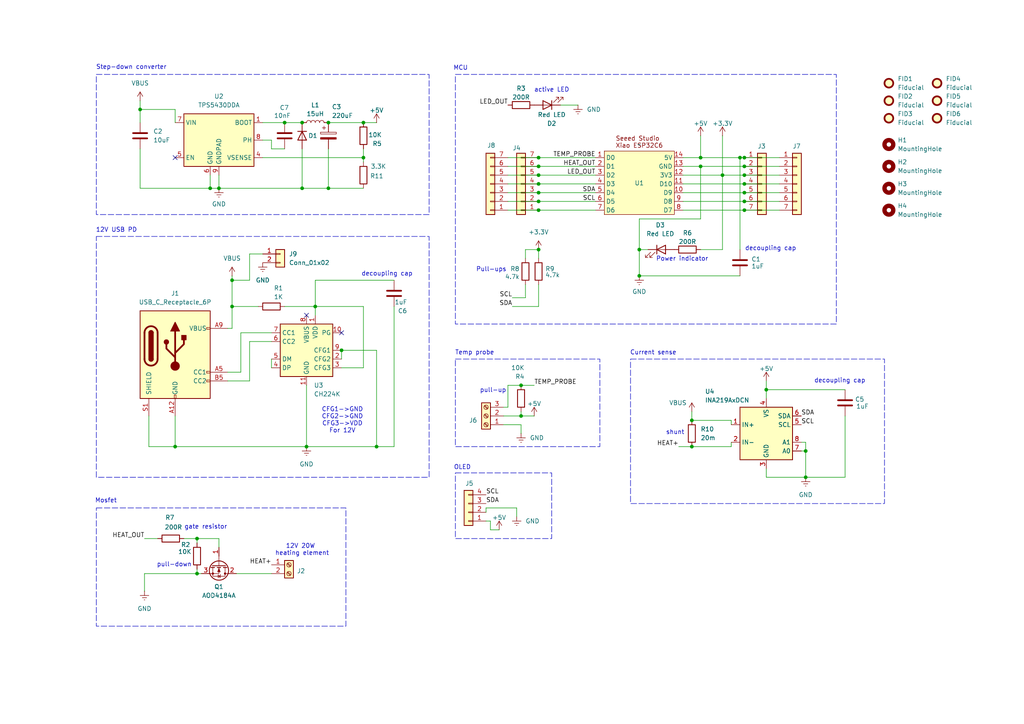
<source format=kicad_sch>
(kicad_sch
	(version 20250114)
	(generator "eeschema")
	(generator_version "9.0")
	(uuid "70572ac2-8723-48b8-abb1-12d225a3bb68")
	(paper "A4")
	(lib_symbols
		(symbol "Connector:Screw_Terminal_01x02"
			(pin_names
				(offset 1.016)
				(hide yes)
			)
			(exclude_from_sim no)
			(in_bom yes)
			(on_board yes)
			(property "Reference" "J"
				(at 0 2.54 0)
				(effects
					(font
						(size 1.27 1.27)
					)
				)
			)
			(property "Value" "Screw_Terminal_01x02"
				(at 0 -5.08 0)
				(effects
					(font
						(size 1.27 1.27)
					)
				)
			)
			(property "Footprint" ""
				(at 0 0 0)
				(effects
					(font
						(size 1.27 1.27)
					)
					(hide yes)
				)
			)
			(property "Datasheet" "~"
				(at 0 0 0)
				(effects
					(font
						(size 1.27 1.27)
					)
					(hide yes)
				)
			)
			(property "Description" "Generic screw terminal, single row, 01x02, script generated (kicad-library-utils/schlib/autogen/connector/)"
				(at 0 0 0)
				(effects
					(font
						(size 1.27 1.27)
					)
					(hide yes)
				)
			)
			(property "ki_keywords" "screw terminal"
				(at 0 0 0)
				(effects
					(font
						(size 1.27 1.27)
					)
					(hide yes)
				)
			)
			(property "ki_fp_filters" "TerminalBlock*:*"
				(at 0 0 0)
				(effects
					(font
						(size 1.27 1.27)
					)
					(hide yes)
				)
			)
			(symbol "Screw_Terminal_01x02_1_1"
				(rectangle
					(start -1.27 1.27)
					(end 1.27 -3.81)
					(stroke
						(width 0.254)
						(type default)
					)
					(fill
						(type background)
					)
				)
				(polyline
					(pts
						(xy -0.5334 0.3302) (xy 0.3302 -0.508)
					)
					(stroke
						(width 0.1524)
						(type default)
					)
					(fill
						(type none)
					)
				)
				(polyline
					(pts
						(xy -0.5334 -2.2098) (xy 0.3302 -3.048)
					)
					(stroke
						(width 0.1524)
						(type default)
					)
					(fill
						(type none)
					)
				)
				(polyline
					(pts
						(xy -0.3556 0.508) (xy 0.508 -0.3302)
					)
					(stroke
						(width 0.1524)
						(type default)
					)
					(fill
						(type none)
					)
				)
				(polyline
					(pts
						(xy -0.3556 -2.032) (xy 0.508 -2.8702)
					)
					(stroke
						(width 0.1524)
						(type default)
					)
					(fill
						(type none)
					)
				)
				(circle
					(center 0 0)
					(radius 0.635)
					(stroke
						(width 0.1524)
						(type default)
					)
					(fill
						(type none)
					)
				)
				(circle
					(center 0 -2.54)
					(radius 0.635)
					(stroke
						(width 0.1524)
						(type default)
					)
					(fill
						(type none)
					)
				)
				(pin passive line
					(at -5.08 0 0)
					(length 3.81)
					(name "Pin_1"
						(effects
							(font
								(size 1.27 1.27)
							)
						)
					)
					(number "1"
						(effects
							(font
								(size 1.27 1.27)
							)
						)
					)
				)
				(pin passive line
					(at -5.08 -2.54 0)
					(length 3.81)
					(name "Pin_2"
						(effects
							(font
								(size 1.27 1.27)
							)
						)
					)
					(number "2"
						(effects
							(font
								(size 1.27 1.27)
							)
						)
					)
				)
			)
			(embedded_fonts no)
		)
		(symbol "Connector:Screw_Terminal_01x03"
			(pin_names
				(offset 1.016)
				(hide yes)
			)
			(exclude_from_sim no)
			(in_bom yes)
			(on_board yes)
			(property "Reference" "J"
				(at 0 5.08 0)
				(effects
					(font
						(size 1.27 1.27)
					)
				)
			)
			(property "Value" "Screw_Terminal_01x03"
				(at 0 -5.08 0)
				(effects
					(font
						(size 1.27 1.27)
					)
				)
			)
			(property "Footprint" ""
				(at 0 0 0)
				(effects
					(font
						(size 1.27 1.27)
					)
					(hide yes)
				)
			)
			(property "Datasheet" "~"
				(at 0 0 0)
				(effects
					(font
						(size 1.27 1.27)
					)
					(hide yes)
				)
			)
			(property "Description" "Generic screw terminal, single row, 01x03, script generated (kicad-library-utils/schlib/autogen/connector/)"
				(at 0 0 0)
				(effects
					(font
						(size 1.27 1.27)
					)
					(hide yes)
				)
			)
			(property "ki_keywords" "screw terminal"
				(at 0 0 0)
				(effects
					(font
						(size 1.27 1.27)
					)
					(hide yes)
				)
			)
			(property "ki_fp_filters" "TerminalBlock*:*"
				(at 0 0 0)
				(effects
					(font
						(size 1.27 1.27)
					)
					(hide yes)
				)
			)
			(symbol "Screw_Terminal_01x03_1_1"
				(rectangle
					(start -1.27 3.81)
					(end 1.27 -3.81)
					(stroke
						(width 0.254)
						(type default)
					)
					(fill
						(type background)
					)
				)
				(polyline
					(pts
						(xy -0.5334 2.8702) (xy 0.3302 2.032)
					)
					(stroke
						(width 0.1524)
						(type default)
					)
					(fill
						(type none)
					)
				)
				(polyline
					(pts
						(xy -0.5334 0.3302) (xy 0.3302 -0.508)
					)
					(stroke
						(width 0.1524)
						(type default)
					)
					(fill
						(type none)
					)
				)
				(polyline
					(pts
						(xy -0.5334 -2.2098) (xy 0.3302 -3.048)
					)
					(stroke
						(width 0.1524)
						(type default)
					)
					(fill
						(type none)
					)
				)
				(polyline
					(pts
						(xy -0.3556 3.048) (xy 0.508 2.2098)
					)
					(stroke
						(width 0.1524)
						(type default)
					)
					(fill
						(type none)
					)
				)
				(polyline
					(pts
						(xy -0.3556 0.508) (xy 0.508 -0.3302)
					)
					(stroke
						(width 0.1524)
						(type default)
					)
					(fill
						(type none)
					)
				)
				(polyline
					(pts
						(xy -0.3556 -2.032) (xy 0.508 -2.8702)
					)
					(stroke
						(width 0.1524)
						(type default)
					)
					(fill
						(type none)
					)
				)
				(circle
					(center 0 2.54)
					(radius 0.635)
					(stroke
						(width 0.1524)
						(type default)
					)
					(fill
						(type none)
					)
				)
				(circle
					(center 0 0)
					(radius 0.635)
					(stroke
						(width 0.1524)
						(type default)
					)
					(fill
						(type none)
					)
				)
				(circle
					(center 0 -2.54)
					(radius 0.635)
					(stroke
						(width 0.1524)
						(type default)
					)
					(fill
						(type none)
					)
				)
				(pin passive line
					(at -5.08 2.54 0)
					(length 3.81)
					(name "Pin_1"
						(effects
							(font
								(size 1.27 1.27)
							)
						)
					)
					(number "1"
						(effects
							(font
								(size 1.27 1.27)
							)
						)
					)
				)
				(pin passive line
					(at -5.08 0 0)
					(length 3.81)
					(name "Pin_2"
						(effects
							(font
								(size 1.27 1.27)
							)
						)
					)
					(number "2"
						(effects
							(font
								(size 1.27 1.27)
							)
						)
					)
				)
				(pin passive line
					(at -5.08 -2.54 0)
					(length 3.81)
					(name "Pin_3"
						(effects
							(font
								(size 1.27 1.27)
							)
						)
					)
					(number "3"
						(effects
							(font
								(size 1.27 1.27)
							)
						)
					)
				)
			)
			(embedded_fonts no)
		)
		(symbol "Connector:USB_C_Receptacle_PowerOnly_6P"
			(pin_names
				(offset 1.016)
			)
			(exclude_from_sim no)
			(in_bom yes)
			(on_board yes)
			(property "Reference" "J"
				(at 0 16.51 0)
				(effects
					(font
						(size 1.27 1.27)
					)
					(justify bottom)
				)
			)
			(property "Value" "USB_C_Receptacle_PowerOnly_6P"
				(at 0 13.97 0)
				(effects
					(font
						(size 1.27 1.27)
					)
					(justify bottom)
				)
			)
			(property "Footprint" ""
				(at 3.81 2.54 0)
				(effects
					(font
						(size 1.27 1.27)
					)
					(hide yes)
				)
			)
			(property "Datasheet" "https://www.usb.org/sites/default/files/documents/usb_type-c.zip"
				(at 0 0 0)
				(effects
					(font
						(size 1.27 1.27)
					)
					(hide yes)
				)
			)
			(property "Description" "USB Power-Only 6P Type-C Receptacle connector"
				(at 0 0 0)
				(effects
					(font
						(size 1.27 1.27)
					)
					(hide yes)
				)
			)
			(property "ki_keywords" "usb universal serial bus type-C power-only charging-only 6P 6C"
				(at 0 0 0)
				(effects
					(font
						(size 1.27 1.27)
					)
					(hide yes)
				)
			)
			(property "ki_fp_filters" "USB*C*Receptacle*"
				(at 0 0 0)
				(effects
					(font
						(size 1.27 1.27)
					)
					(hide yes)
				)
			)
			(symbol "USB_C_Receptacle_PowerOnly_6P_0_0"
				(rectangle
					(start -0.254 -12.7)
					(end 0.254 -11.684)
					(stroke
						(width 0)
						(type default)
					)
					(fill
						(type none)
					)
				)
				(rectangle
					(start 10.16 7.874)
					(end 9.144 7.366)
					(stroke
						(width 0)
						(type default)
					)
					(fill
						(type none)
					)
				)
				(rectangle
					(start 10.16 -4.826)
					(end 9.144 -5.334)
					(stroke
						(width 0)
						(type default)
					)
					(fill
						(type none)
					)
				)
				(rectangle
					(start 10.16 -7.366)
					(end 9.144 -7.874)
					(stroke
						(width 0)
						(type default)
					)
					(fill
						(type none)
					)
				)
			)
			(symbol "USB_C_Receptacle_PowerOnly_6P_0_1"
				(rectangle
					(start -10.16 12.7)
					(end 10.16 -12.7)
					(stroke
						(width 0.254)
						(type default)
					)
					(fill
						(type background)
					)
				)
				(polyline
					(pts
						(xy -8.89 -1.27) (xy -8.89 6.35)
					)
					(stroke
						(width 0.508)
						(type default)
					)
					(fill
						(type none)
					)
				)
				(rectangle
					(start -7.62 -1.27)
					(end -6.35 6.35)
					(stroke
						(width 0.254)
						(type default)
					)
					(fill
						(type outline)
					)
				)
				(arc
					(start -7.62 6.35)
					(mid -6.985 6.9823)
					(end -6.35 6.35)
					(stroke
						(width 0.254)
						(type default)
					)
					(fill
						(type none)
					)
				)
				(arc
					(start -7.62 6.35)
					(mid -6.985 6.9823)
					(end -6.35 6.35)
					(stroke
						(width 0.254)
						(type default)
					)
					(fill
						(type outline)
					)
				)
				(arc
					(start -8.89 6.35)
					(mid -6.985 8.2467)
					(end -5.08 6.35)
					(stroke
						(width 0.508)
						(type default)
					)
					(fill
						(type none)
					)
				)
				(arc
					(start -5.08 -1.27)
					(mid -6.985 -3.1667)
					(end -8.89 -1.27)
					(stroke
						(width 0.508)
						(type default)
					)
					(fill
						(type none)
					)
				)
				(arc
					(start -6.35 -1.27)
					(mid -6.985 -1.9023)
					(end -7.62 -1.27)
					(stroke
						(width 0.254)
						(type default)
					)
					(fill
						(type none)
					)
				)
				(arc
					(start -6.35 -1.27)
					(mid -6.985 -1.9023)
					(end -7.62 -1.27)
					(stroke
						(width 0.254)
						(type default)
					)
					(fill
						(type outline)
					)
				)
				(polyline
					(pts
						(xy -5.08 6.35) (xy -5.08 -1.27)
					)
					(stroke
						(width 0.508)
						(type default)
					)
					(fill
						(type none)
					)
				)
				(circle
					(center -2.54 3.683)
					(radius 0.635)
					(stroke
						(width 0.254)
						(type default)
					)
					(fill
						(type outline)
					)
				)
				(polyline
					(pts
						(xy -1.27 6.858) (xy 0 9.398) (xy 1.27 6.858) (xy -1.27 6.858)
					)
					(stroke
						(width 0.254)
						(type default)
					)
					(fill
						(type outline)
					)
				)
				(polyline
					(pts
						(xy 0 0.508) (xy 2.54 3.048) (xy 2.54 4.318)
					)
					(stroke
						(width 0.508)
						(type default)
					)
					(fill
						(type none)
					)
				)
				(polyline
					(pts
						(xy 0 -0.762) (xy -2.54 1.778) (xy -2.54 3.048)
					)
					(stroke
						(width 0.508)
						(type default)
					)
					(fill
						(type none)
					)
				)
				(polyline
					(pts
						(xy 0 -3.302) (xy 0 6.858)
					)
					(stroke
						(width 0.508)
						(type default)
					)
					(fill
						(type none)
					)
				)
				(circle
					(center 0 -3.302)
					(radius 1.27)
					(stroke
						(width 0)
						(type default)
					)
					(fill
						(type outline)
					)
				)
				(rectangle
					(start 1.905 4.318)
					(end 3.175 5.588)
					(stroke
						(width 0.254)
						(type default)
					)
					(fill
						(type outline)
					)
				)
			)
			(symbol "USB_C_Receptacle_PowerOnly_6P_1_1"
				(pin passive line
					(at -7.62 -17.78 90)
					(length 5.08)
					(name "SHIELD"
						(effects
							(font
								(size 1.27 1.27)
							)
						)
					)
					(number "S1"
						(effects
							(font
								(size 1.27 1.27)
							)
						)
					)
				)
				(pin passive line
					(at 0 -17.78 90)
					(length 5.08)
					(name "GND"
						(effects
							(font
								(size 1.27 1.27)
							)
						)
					)
					(number "A12"
						(effects
							(font
								(size 1.27 1.27)
							)
						)
					)
				)
				(pin passive line
					(at 0 -17.78 90)
					(length 5.08)
					(hide yes)
					(name "GND"
						(effects
							(font
								(size 1.27 1.27)
							)
						)
					)
					(number "B12"
						(effects
							(font
								(size 1.27 1.27)
							)
						)
					)
				)
				(pin passive line
					(at 15.24 7.62 180)
					(length 5.08)
					(name "VBUS"
						(effects
							(font
								(size 1.27 1.27)
							)
						)
					)
					(number "A9"
						(effects
							(font
								(size 1.27 1.27)
							)
						)
					)
				)
				(pin passive line
					(at 15.24 7.62 180)
					(length 5.08)
					(hide yes)
					(name "VBUS"
						(effects
							(font
								(size 1.27 1.27)
							)
						)
					)
					(number "B9"
						(effects
							(font
								(size 1.27 1.27)
							)
						)
					)
				)
				(pin bidirectional line
					(at 15.24 -5.08 180)
					(length 5.08)
					(name "CC1"
						(effects
							(font
								(size 1.27 1.27)
							)
						)
					)
					(number "A5"
						(effects
							(font
								(size 1.27 1.27)
							)
						)
					)
				)
				(pin bidirectional line
					(at 15.24 -7.62 180)
					(length 5.08)
					(name "CC2"
						(effects
							(font
								(size 1.27 1.27)
							)
						)
					)
					(number "B5"
						(effects
							(font
								(size 1.27 1.27)
							)
						)
					)
				)
			)
			(embedded_fonts no)
		)
		(symbol "Connector_Generic:Conn_01x02"
			(pin_names
				(offset 1.016)
				(hide yes)
			)
			(exclude_from_sim no)
			(in_bom yes)
			(on_board yes)
			(property "Reference" "J"
				(at 0 2.54 0)
				(effects
					(font
						(size 1.27 1.27)
					)
				)
			)
			(property "Value" "Conn_01x02"
				(at 0 -5.08 0)
				(effects
					(font
						(size 1.27 1.27)
					)
				)
			)
			(property "Footprint" ""
				(at 0 0 0)
				(effects
					(font
						(size 1.27 1.27)
					)
					(hide yes)
				)
			)
			(property "Datasheet" "~"
				(at 0 0 0)
				(effects
					(font
						(size 1.27 1.27)
					)
					(hide yes)
				)
			)
			(property "Description" "Generic connector, single row, 01x02, script generated (kicad-library-utils/schlib/autogen/connector/)"
				(at 0 0 0)
				(effects
					(font
						(size 1.27 1.27)
					)
					(hide yes)
				)
			)
			(property "ki_keywords" "connector"
				(at 0 0 0)
				(effects
					(font
						(size 1.27 1.27)
					)
					(hide yes)
				)
			)
			(property "ki_fp_filters" "Connector*:*_1x??_*"
				(at 0 0 0)
				(effects
					(font
						(size 1.27 1.27)
					)
					(hide yes)
				)
			)
			(symbol "Conn_01x02_1_1"
				(rectangle
					(start -1.27 1.27)
					(end 1.27 -3.81)
					(stroke
						(width 0.254)
						(type default)
					)
					(fill
						(type background)
					)
				)
				(rectangle
					(start -1.27 0.127)
					(end 0 -0.127)
					(stroke
						(width 0.1524)
						(type default)
					)
					(fill
						(type none)
					)
				)
				(rectangle
					(start -1.27 -2.413)
					(end 0 -2.667)
					(stroke
						(width 0.1524)
						(type default)
					)
					(fill
						(type none)
					)
				)
				(pin passive line
					(at -5.08 0 0)
					(length 3.81)
					(name "Pin_1"
						(effects
							(font
								(size 1.27 1.27)
							)
						)
					)
					(number "1"
						(effects
							(font
								(size 1.27 1.27)
							)
						)
					)
				)
				(pin passive line
					(at -5.08 -2.54 0)
					(length 3.81)
					(name "Pin_2"
						(effects
							(font
								(size 1.27 1.27)
							)
						)
					)
					(number "2"
						(effects
							(font
								(size 1.27 1.27)
							)
						)
					)
				)
			)
			(embedded_fonts no)
		)
		(symbol "Connector_Generic:Conn_01x04"
			(pin_names
				(offset 1.016)
				(hide yes)
			)
			(exclude_from_sim no)
			(in_bom yes)
			(on_board yes)
			(property "Reference" "J"
				(at 0 5.08 0)
				(effects
					(font
						(size 1.27 1.27)
					)
				)
			)
			(property "Value" "Conn_01x04"
				(at 0 -7.62 0)
				(effects
					(font
						(size 1.27 1.27)
					)
				)
			)
			(property "Footprint" ""
				(at 0 0 0)
				(effects
					(font
						(size 1.27 1.27)
					)
					(hide yes)
				)
			)
			(property "Datasheet" "~"
				(at 0 0 0)
				(effects
					(font
						(size 1.27 1.27)
					)
					(hide yes)
				)
			)
			(property "Description" "Generic connector, single row, 01x04, script generated (kicad-library-utils/schlib/autogen/connector/)"
				(at 0 0 0)
				(effects
					(font
						(size 1.27 1.27)
					)
					(hide yes)
				)
			)
			(property "ki_keywords" "connector"
				(at 0 0 0)
				(effects
					(font
						(size 1.27 1.27)
					)
					(hide yes)
				)
			)
			(property "ki_fp_filters" "Connector*:*_1x??_*"
				(at 0 0 0)
				(effects
					(font
						(size 1.27 1.27)
					)
					(hide yes)
				)
			)
			(symbol "Conn_01x04_1_1"
				(rectangle
					(start -1.27 3.81)
					(end 1.27 -6.35)
					(stroke
						(width 0.254)
						(type default)
					)
					(fill
						(type background)
					)
				)
				(rectangle
					(start -1.27 2.667)
					(end 0 2.413)
					(stroke
						(width 0.1524)
						(type default)
					)
					(fill
						(type none)
					)
				)
				(rectangle
					(start -1.27 0.127)
					(end 0 -0.127)
					(stroke
						(width 0.1524)
						(type default)
					)
					(fill
						(type none)
					)
				)
				(rectangle
					(start -1.27 -2.413)
					(end 0 -2.667)
					(stroke
						(width 0.1524)
						(type default)
					)
					(fill
						(type none)
					)
				)
				(rectangle
					(start -1.27 -4.953)
					(end 0 -5.207)
					(stroke
						(width 0.1524)
						(type default)
					)
					(fill
						(type none)
					)
				)
				(pin passive line
					(at -5.08 2.54 0)
					(length 3.81)
					(name "Pin_1"
						(effects
							(font
								(size 1.27 1.27)
							)
						)
					)
					(number "1"
						(effects
							(font
								(size 1.27 1.27)
							)
						)
					)
				)
				(pin passive line
					(at -5.08 0 0)
					(length 3.81)
					(name "Pin_2"
						(effects
							(font
								(size 1.27 1.27)
							)
						)
					)
					(number "2"
						(effects
							(font
								(size 1.27 1.27)
							)
						)
					)
				)
				(pin passive line
					(at -5.08 -2.54 0)
					(length 3.81)
					(name "Pin_3"
						(effects
							(font
								(size 1.27 1.27)
							)
						)
					)
					(number "3"
						(effects
							(font
								(size 1.27 1.27)
							)
						)
					)
				)
				(pin passive line
					(at -5.08 -5.08 0)
					(length 3.81)
					(name "Pin_4"
						(effects
							(font
								(size 1.27 1.27)
							)
						)
					)
					(number "4"
						(effects
							(font
								(size 1.27 1.27)
							)
						)
					)
				)
			)
			(embedded_fonts no)
		)
		(symbol "Connector_Generic:Conn_01x07"
			(pin_names
				(offset 1.016)
				(hide yes)
			)
			(exclude_from_sim no)
			(in_bom yes)
			(on_board yes)
			(property "Reference" "J"
				(at 0 10.16 0)
				(effects
					(font
						(size 1.27 1.27)
					)
				)
			)
			(property "Value" "Conn_01x07"
				(at 0 -10.16 0)
				(effects
					(font
						(size 1.27 1.27)
					)
				)
			)
			(property "Footprint" ""
				(at 0 0 0)
				(effects
					(font
						(size 1.27 1.27)
					)
					(hide yes)
				)
			)
			(property "Datasheet" "~"
				(at 0 0 0)
				(effects
					(font
						(size 1.27 1.27)
					)
					(hide yes)
				)
			)
			(property "Description" "Generic connector, single row, 01x07, script generated (kicad-library-utils/schlib/autogen/connector/)"
				(at 0 0 0)
				(effects
					(font
						(size 1.27 1.27)
					)
					(hide yes)
				)
			)
			(property "ki_keywords" "connector"
				(at 0 0 0)
				(effects
					(font
						(size 1.27 1.27)
					)
					(hide yes)
				)
			)
			(property "ki_fp_filters" "Connector*:*_1x??_*"
				(at 0 0 0)
				(effects
					(font
						(size 1.27 1.27)
					)
					(hide yes)
				)
			)
			(symbol "Conn_01x07_1_1"
				(rectangle
					(start -1.27 8.89)
					(end 1.27 -8.89)
					(stroke
						(width 0.254)
						(type default)
					)
					(fill
						(type background)
					)
				)
				(rectangle
					(start -1.27 7.747)
					(end 0 7.493)
					(stroke
						(width 0.1524)
						(type default)
					)
					(fill
						(type none)
					)
				)
				(rectangle
					(start -1.27 5.207)
					(end 0 4.953)
					(stroke
						(width 0.1524)
						(type default)
					)
					(fill
						(type none)
					)
				)
				(rectangle
					(start -1.27 2.667)
					(end 0 2.413)
					(stroke
						(width 0.1524)
						(type default)
					)
					(fill
						(type none)
					)
				)
				(rectangle
					(start -1.27 0.127)
					(end 0 -0.127)
					(stroke
						(width 0.1524)
						(type default)
					)
					(fill
						(type none)
					)
				)
				(rectangle
					(start -1.27 -2.413)
					(end 0 -2.667)
					(stroke
						(width 0.1524)
						(type default)
					)
					(fill
						(type none)
					)
				)
				(rectangle
					(start -1.27 -4.953)
					(end 0 -5.207)
					(stroke
						(width 0.1524)
						(type default)
					)
					(fill
						(type none)
					)
				)
				(rectangle
					(start -1.27 -7.493)
					(end 0 -7.747)
					(stroke
						(width 0.1524)
						(type default)
					)
					(fill
						(type none)
					)
				)
				(pin passive line
					(at -5.08 7.62 0)
					(length 3.81)
					(name "Pin_1"
						(effects
							(font
								(size 1.27 1.27)
							)
						)
					)
					(number "1"
						(effects
							(font
								(size 1.27 1.27)
							)
						)
					)
				)
				(pin passive line
					(at -5.08 5.08 0)
					(length 3.81)
					(name "Pin_2"
						(effects
							(font
								(size 1.27 1.27)
							)
						)
					)
					(number "2"
						(effects
							(font
								(size 1.27 1.27)
							)
						)
					)
				)
				(pin passive line
					(at -5.08 2.54 0)
					(length 3.81)
					(name "Pin_3"
						(effects
							(font
								(size 1.27 1.27)
							)
						)
					)
					(number "3"
						(effects
							(font
								(size 1.27 1.27)
							)
						)
					)
				)
				(pin passive line
					(at -5.08 0 0)
					(length 3.81)
					(name "Pin_4"
						(effects
							(font
								(size 1.27 1.27)
							)
						)
					)
					(number "4"
						(effects
							(font
								(size 1.27 1.27)
							)
						)
					)
				)
				(pin passive line
					(at -5.08 -2.54 0)
					(length 3.81)
					(name "Pin_5"
						(effects
							(font
								(size 1.27 1.27)
							)
						)
					)
					(number "5"
						(effects
							(font
								(size 1.27 1.27)
							)
						)
					)
				)
				(pin passive line
					(at -5.08 -5.08 0)
					(length 3.81)
					(name "Pin_6"
						(effects
							(font
								(size 1.27 1.27)
							)
						)
					)
					(number "6"
						(effects
							(font
								(size 1.27 1.27)
							)
						)
					)
				)
				(pin passive line
					(at -5.08 -7.62 0)
					(length 3.81)
					(name "Pin_7"
						(effects
							(font
								(size 1.27 1.27)
							)
						)
					)
					(number "7"
						(effects
							(font
								(size 1.27 1.27)
							)
						)
					)
				)
			)
			(embedded_fonts no)
		)
		(symbol "Device:C"
			(pin_numbers
				(hide yes)
			)
			(pin_names
				(offset 0.254)
			)
			(exclude_from_sim no)
			(in_bom yes)
			(on_board yes)
			(property "Reference" "C"
				(at 0.635 2.54 0)
				(effects
					(font
						(size 1.27 1.27)
					)
					(justify left)
				)
			)
			(property "Value" "C"
				(at 0.635 -2.54 0)
				(effects
					(font
						(size 1.27 1.27)
					)
					(justify left)
				)
			)
			(property "Footprint" ""
				(at 0.9652 -3.81 0)
				(effects
					(font
						(size 1.27 1.27)
					)
					(hide yes)
				)
			)
			(property "Datasheet" "~"
				(at 0 0 0)
				(effects
					(font
						(size 1.27 1.27)
					)
					(hide yes)
				)
			)
			(property "Description" "Unpolarized capacitor"
				(at 0 0 0)
				(effects
					(font
						(size 1.27 1.27)
					)
					(hide yes)
				)
			)
			(property "ki_keywords" "cap capacitor"
				(at 0 0 0)
				(effects
					(font
						(size 1.27 1.27)
					)
					(hide yes)
				)
			)
			(property "ki_fp_filters" "C_*"
				(at 0 0 0)
				(effects
					(font
						(size 1.27 1.27)
					)
					(hide yes)
				)
			)
			(symbol "C_0_1"
				(polyline
					(pts
						(xy -2.032 0.762) (xy 2.032 0.762)
					)
					(stroke
						(width 0.508)
						(type default)
					)
					(fill
						(type none)
					)
				)
				(polyline
					(pts
						(xy -2.032 -0.762) (xy 2.032 -0.762)
					)
					(stroke
						(width 0.508)
						(type default)
					)
					(fill
						(type none)
					)
				)
			)
			(symbol "C_1_1"
				(pin passive line
					(at 0 3.81 270)
					(length 2.794)
					(name "~"
						(effects
							(font
								(size 1.27 1.27)
							)
						)
					)
					(number "1"
						(effects
							(font
								(size 1.27 1.27)
							)
						)
					)
				)
				(pin passive line
					(at 0 -3.81 90)
					(length 2.794)
					(name "~"
						(effects
							(font
								(size 1.27 1.27)
							)
						)
					)
					(number "2"
						(effects
							(font
								(size 1.27 1.27)
							)
						)
					)
				)
			)
			(embedded_fonts no)
		)
		(symbol "Device:C_Polarized"
			(pin_numbers
				(hide yes)
			)
			(pin_names
				(offset 0.254)
			)
			(exclude_from_sim no)
			(in_bom yes)
			(on_board yes)
			(property "Reference" "C"
				(at 0.635 2.54 0)
				(effects
					(font
						(size 1.27 1.27)
					)
					(justify left)
				)
			)
			(property "Value" "C_Polarized"
				(at 0.635 -2.54 0)
				(effects
					(font
						(size 1.27 1.27)
					)
					(justify left)
				)
			)
			(property "Footprint" ""
				(at 0.9652 -3.81 0)
				(effects
					(font
						(size 1.27 1.27)
					)
					(hide yes)
				)
			)
			(property "Datasheet" "~"
				(at 0 0 0)
				(effects
					(font
						(size 1.27 1.27)
					)
					(hide yes)
				)
			)
			(property "Description" "Polarized capacitor"
				(at 0 0 0)
				(effects
					(font
						(size 1.27 1.27)
					)
					(hide yes)
				)
			)
			(property "ki_keywords" "cap capacitor"
				(at 0 0 0)
				(effects
					(font
						(size 1.27 1.27)
					)
					(hide yes)
				)
			)
			(property "ki_fp_filters" "CP_*"
				(at 0 0 0)
				(effects
					(font
						(size 1.27 1.27)
					)
					(hide yes)
				)
			)
			(symbol "C_Polarized_0_1"
				(rectangle
					(start -2.286 0.508)
					(end 2.286 1.016)
					(stroke
						(width 0)
						(type default)
					)
					(fill
						(type none)
					)
				)
				(polyline
					(pts
						(xy -1.778 2.286) (xy -0.762 2.286)
					)
					(stroke
						(width 0)
						(type default)
					)
					(fill
						(type none)
					)
				)
				(polyline
					(pts
						(xy -1.27 2.794) (xy -1.27 1.778)
					)
					(stroke
						(width 0)
						(type default)
					)
					(fill
						(type none)
					)
				)
				(rectangle
					(start 2.286 -0.508)
					(end -2.286 -1.016)
					(stroke
						(width 0)
						(type default)
					)
					(fill
						(type outline)
					)
				)
			)
			(symbol "C_Polarized_1_1"
				(pin passive line
					(at 0 3.81 270)
					(length 2.794)
					(name "~"
						(effects
							(font
								(size 1.27 1.27)
							)
						)
					)
					(number "1"
						(effects
							(font
								(size 1.27 1.27)
							)
						)
					)
				)
				(pin passive line
					(at 0 -3.81 90)
					(length 2.794)
					(name "~"
						(effects
							(font
								(size 1.27 1.27)
							)
						)
					)
					(number "2"
						(effects
							(font
								(size 1.27 1.27)
							)
						)
					)
				)
			)
			(embedded_fonts no)
		)
		(symbol "Device:D"
			(pin_numbers
				(hide yes)
			)
			(pin_names
				(offset 1.016)
				(hide yes)
			)
			(exclude_from_sim no)
			(in_bom yes)
			(on_board yes)
			(property "Reference" "D"
				(at 0 2.54 0)
				(effects
					(font
						(size 1.27 1.27)
					)
				)
			)
			(property "Value" "D"
				(at 0 -2.54 0)
				(effects
					(font
						(size 1.27 1.27)
					)
				)
			)
			(property "Footprint" ""
				(at 0 0 0)
				(effects
					(font
						(size 1.27 1.27)
					)
					(hide yes)
				)
			)
			(property "Datasheet" "~"
				(at 0 0 0)
				(effects
					(font
						(size 1.27 1.27)
					)
					(hide yes)
				)
			)
			(property "Description" "Diode"
				(at 0 0 0)
				(effects
					(font
						(size 1.27 1.27)
					)
					(hide yes)
				)
			)
			(property "Sim.Device" "D"
				(at 0 0 0)
				(effects
					(font
						(size 1.27 1.27)
					)
					(hide yes)
				)
			)
			(property "Sim.Pins" "1=K 2=A"
				(at 0 0 0)
				(effects
					(font
						(size 1.27 1.27)
					)
					(hide yes)
				)
			)
			(property "ki_keywords" "diode"
				(at 0 0 0)
				(effects
					(font
						(size 1.27 1.27)
					)
					(hide yes)
				)
			)
			(property "ki_fp_filters" "TO-???* *_Diode_* *SingleDiode* D_*"
				(at 0 0 0)
				(effects
					(font
						(size 1.27 1.27)
					)
					(hide yes)
				)
			)
			(symbol "D_0_1"
				(polyline
					(pts
						(xy -1.27 1.27) (xy -1.27 -1.27)
					)
					(stroke
						(width 0.254)
						(type default)
					)
					(fill
						(type none)
					)
				)
				(polyline
					(pts
						(xy 1.27 1.27) (xy 1.27 -1.27) (xy -1.27 0) (xy 1.27 1.27)
					)
					(stroke
						(width 0.254)
						(type default)
					)
					(fill
						(type none)
					)
				)
				(polyline
					(pts
						(xy 1.27 0) (xy -1.27 0)
					)
					(stroke
						(width 0)
						(type default)
					)
					(fill
						(type none)
					)
				)
			)
			(symbol "D_1_1"
				(pin passive line
					(at -3.81 0 0)
					(length 2.54)
					(name "K"
						(effects
							(font
								(size 1.27 1.27)
							)
						)
					)
					(number "1"
						(effects
							(font
								(size 1.27 1.27)
							)
						)
					)
				)
				(pin passive line
					(at 3.81 0 180)
					(length 2.54)
					(name "A"
						(effects
							(font
								(size 1.27 1.27)
							)
						)
					)
					(number "2"
						(effects
							(font
								(size 1.27 1.27)
							)
						)
					)
				)
			)
			(embedded_fonts no)
		)
		(symbol "Device:L"
			(pin_numbers
				(hide yes)
			)
			(pin_names
				(offset 1.016)
				(hide yes)
			)
			(exclude_from_sim no)
			(in_bom yes)
			(on_board yes)
			(property "Reference" "L"
				(at -1.27 0 90)
				(effects
					(font
						(size 1.27 1.27)
					)
				)
			)
			(property "Value" "L"
				(at 1.905 0 90)
				(effects
					(font
						(size 1.27 1.27)
					)
				)
			)
			(property "Footprint" ""
				(at 0 0 0)
				(effects
					(font
						(size 1.27 1.27)
					)
					(hide yes)
				)
			)
			(property "Datasheet" "~"
				(at 0 0 0)
				(effects
					(font
						(size 1.27 1.27)
					)
					(hide yes)
				)
			)
			(property "Description" "Inductor"
				(at 0 0 0)
				(effects
					(font
						(size 1.27 1.27)
					)
					(hide yes)
				)
			)
			(property "ki_keywords" "inductor choke coil reactor magnetic"
				(at 0 0 0)
				(effects
					(font
						(size 1.27 1.27)
					)
					(hide yes)
				)
			)
			(property "ki_fp_filters" "Choke_* *Coil* Inductor_* L_*"
				(at 0 0 0)
				(effects
					(font
						(size 1.27 1.27)
					)
					(hide yes)
				)
			)
			(symbol "L_0_1"
				(arc
					(start 0 2.54)
					(mid 0.6323 1.905)
					(end 0 1.27)
					(stroke
						(width 0)
						(type default)
					)
					(fill
						(type none)
					)
				)
				(arc
					(start 0 1.27)
					(mid 0.6323 0.635)
					(end 0 0)
					(stroke
						(width 0)
						(type default)
					)
					(fill
						(type none)
					)
				)
				(arc
					(start 0 0)
					(mid 0.6323 -0.635)
					(end 0 -1.27)
					(stroke
						(width 0)
						(type default)
					)
					(fill
						(type none)
					)
				)
				(arc
					(start 0 -1.27)
					(mid 0.6323 -1.905)
					(end 0 -2.54)
					(stroke
						(width 0)
						(type default)
					)
					(fill
						(type none)
					)
				)
			)
			(symbol "L_1_1"
				(pin passive line
					(at 0 3.81 270)
					(length 1.27)
					(name "1"
						(effects
							(font
								(size 1.27 1.27)
							)
						)
					)
					(number "1"
						(effects
							(font
								(size 1.27 1.27)
							)
						)
					)
				)
				(pin passive line
					(at 0 -3.81 90)
					(length 1.27)
					(name "2"
						(effects
							(font
								(size 1.27 1.27)
							)
						)
					)
					(number "2"
						(effects
							(font
								(size 1.27 1.27)
							)
						)
					)
				)
			)
			(embedded_fonts no)
		)
		(symbol "Device:LED"
			(pin_numbers
				(hide yes)
			)
			(pin_names
				(offset 1.016)
				(hide yes)
			)
			(exclude_from_sim no)
			(in_bom yes)
			(on_board yes)
			(property "Reference" "D"
				(at 0 2.54 0)
				(effects
					(font
						(size 1.27 1.27)
					)
				)
			)
			(property "Value" "LED"
				(at 0 -2.54 0)
				(effects
					(font
						(size 1.27 1.27)
					)
				)
			)
			(property "Footprint" ""
				(at 0 0 0)
				(effects
					(font
						(size 1.27 1.27)
					)
					(hide yes)
				)
			)
			(property "Datasheet" "~"
				(at 0 0 0)
				(effects
					(font
						(size 1.27 1.27)
					)
					(hide yes)
				)
			)
			(property "Description" "Light emitting diode"
				(at 0 0 0)
				(effects
					(font
						(size 1.27 1.27)
					)
					(hide yes)
				)
			)
			(property "Sim.Pins" "1=K 2=A"
				(at 0 0 0)
				(effects
					(font
						(size 1.27 1.27)
					)
					(hide yes)
				)
			)
			(property "ki_keywords" "LED diode"
				(at 0 0 0)
				(effects
					(font
						(size 1.27 1.27)
					)
					(hide yes)
				)
			)
			(property "ki_fp_filters" "LED* LED_SMD:* LED_THT:*"
				(at 0 0 0)
				(effects
					(font
						(size 1.27 1.27)
					)
					(hide yes)
				)
			)
			(symbol "LED_0_1"
				(polyline
					(pts
						(xy -3.048 -0.762) (xy -4.572 -2.286) (xy -3.81 -2.286) (xy -4.572 -2.286) (xy -4.572 -1.524)
					)
					(stroke
						(width 0)
						(type default)
					)
					(fill
						(type none)
					)
				)
				(polyline
					(pts
						(xy -1.778 -0.762) (xy -3.302 -2.286) (xy -2.54 -2.286) (xy -3.302 -2.286) (xy -3.302 -1.524)
					)
					(stroke
						(width 0)
						(type default)
					)
					(fill
						(type none)
					)
				)
				(polyline
					(pts
						(xy -1.27 0) (xy 1.27 0)
					)
					(stroke
						(width 0)
						(type default)
					)
					(fill
						(type none)
					)
				)
				(polyline
					(pts
						(xy -1.27 -1.27) (xy -1.27 1.27)
					)
					(stroke
						(width 0.254)
						(type default)
					)
					(fill
						(type none)
					)
				)
				(polyline
					(pts
						(xy 1.27 -1.27) (xy 1.27 1.27) (xy -1.27 0) (xy 1.27 -1.27)
					)
					(stroke
						(width 0.254)
						(type default)
					)
					(fill
						(type none)
					)
				)
			)
			(symbol "LED_1_1"
				(pin passive line
					(at -3.81 0 0)
					(length 2.54)
					(name "K"
						(effects
							(font
								(size 1.27 1.27)
							)
						)
					)
					(number "1"
						(effects
							(font
								(size 1.27 1.27)
							)
						)
					)
				)
				(pin passive line
					(at 3.81 0 180)
					(length 2.54)
					(name "A"
						(effects
							(font
								(size 1.27 1.27)
							)
						)
					)
					(number "2"
						(effects
							(font
								(size 1.27 1.27)
							)
						)
					)
				)
			)
			(embedded_fonts no)
		)
		(symbol "Device:R"
			(pin_numbers
				(hide yes)
			)
			(pin_names
				(offset 0)
			)
			(exclude_from_sim no)
			(in_bom yes)
			(on_board yes)
			(property "Reference" "R"
				(at 2.032 0 90)
				(effects
					(font
						(size 1.27 1.27)
					)
				)
			)
			(property "Value" "R"
				(at 0 0 90)
				(effects
					(font
						(size 1.27 1.27)
					)
				)
			)
			(property "Footprint" ""
				(at -1.778 0 90)
				(effects
					(font
						(size 1.27 1.27)
					)
					(hide yes)
				)
			)
			(property "Datasheet" "~"
				(at 0 0 0)
				(effects
					(font
						(size 1.27 1.27)
					)
					(hide yes)
				)
			)
			(property "Description" "Resistor"
				(at 0 0 0)
				(effects
					(font
						(size 1.27 1.27)
					)
					(hide yes)
				)
			)
			(property "ki_keywords" "R res resistor"
				(at 0 0 0)
				(effects
					(font
						(size 1.27 1.27)
					)
					(hide yes)
				)
			)
			(property "ki_fp_filters" "R_*"
				(at 0 0 0)
				(effects
					(font
						(size 1.27 1.27)
					)
					(hide yes)
				)
			)
			(symbol "R_0_1"
				(rectangle
					(start -1.016 -2.54)
					(end 1.016 2.54)
					(stroke
						(width 0.254)
						(type default)
					)
					(fill
						(type none)
					)
				)
			)
			(symbol "R_1_1"
				(pin passive line
					(at 0 3.81 270)
					(length 1.27)
					(name "~"
						(effects
							(font
								(size 1.27 1.27)
							)
						)
					)
					(number "1"
						(effects
							(font
								(size 1.27 1.27)
							)
						)
					)
				)
				(pin passive line
					(at 0 -3.81 90)
					(length 1.27)
					(name "~"
						(effects
							(font
								(size 1.27 1.27)
							)
						)
					)
					(number "2"
						(effects
							(font
								(size 1.27 1.27)
							)
						)
					)
				)
			)
			(embedded_fonts no)
		)
		(symbol "Interface_USB:CH224K"
			(exclude_from_sim no)
			(in_bom yes)
			(on_board yes)
			(property "Reference" "U"
				(at -7.874 -8.89 0)
				(effects
					(font
						(size 1.27 1.27)
					)
					(justify left)
				)
			)
			(property "Value" "CH224K"
				(at 3.048 -8.89 0)
				(effects
					(font
						(size 1.27 1.27)
					)
					(justify left)
				)
			)
			(property "Footprint" "Package_SO:SSOP-10-1EP_3.9x4.9mm_P1mm_EP2.1x3.3mm"
				(at 0 -24.13 0)
				(effects
					(font
						(size 1.27 1.27)
					)
					(hide yes)
				)
			)
			(property "Datasheet" "https://www.wch.cn/downloads/file/301.html"
				(at 0 13.97 0)
				(effects
					(font
						(size 1.27 1.27)
					)
					(hide yes)
				)
			)
			(property "Description" "100W USB Type-C PD3.0/2.0, BC1.2 Sink Controller, SSOP-10"
				(at 0 0 0)
				(effects
					(font
						(size 1.27 1.27)
					)
					(hide yes)
				)
			)
			(property "ki_keywords" "USB-C WCH powered-device"
				(at 0 0 0)
				(effects
					(font
						(size 1.27 1.27)
					)
					(hide yes)
				)
			)
			(property "ki_fp_filters" "SSOP*3.9x4.9mm*P1mm*EP2.1x3.3mm*"
				(at 0 0 0)
				(effects
					(font
						(size 1.27 1.27)
					)
					(hide yes)
				)
			)
			(symbol "CH224K_1_1"
				(rectangle
					(start -7.62 7.62)
					(end 7.62 -7.62)
					(stroke
						(width 0.254)
						(type default)
					)
					(fill
						(type background)
					)
				)
				(pin bidirectional line
					(at -10.16 5.08 0)
					(length 2.54)
					(name "CC1"
						(effects
							(font
								(size 1.27 1.27)
							)
						)
					)
					(number "7"
						(effects
							(font
								(size 1.27 1.27)
							)
						)
					)
				)
				(pin bidirectional line
					(at -10.16 2.54 0)
					(length 2.54)
					(name "CC2"
						(effects
							(font
								(size 1.27 1.27)
							)
						)
					)
					(number "6"
						(effects
							(font
								(size 1.27 1.27)
							)
						)
					)
				)
				(pin bidirectional line
					(at -10.16 -2.54 0)
					(length 2.54)
					(name "DM"
						(effects
							(font
								(size 1.27 1.27)
							)
						)
					)
					(number "5"
						(effects
							(font
								(size 1.27 1.27)
							)
						)
					)
				)
				(pin bidirectional line
					(at -10.16 -5.08 0)
					(length 2.54)
					(name "DP"
						(effects
							(font
								(size 1.27 1.27)
							)
						)
					)
					(number "4"
						(effects
							(font
								(size 1.27 1.27)
							)
						)
					)
				)
				(pin passive line
					(at 0 10.16 270)
					(length 2.54)
					(name "VBUS"
						(effects
							(font
								(size 1.27 1.27)
							)
						)
					)
					(number "8"
						(effects
							(font
								(size 1.27 1.27)
							)
						)
					)
				)
				(pin power_in line
					(at 0 -10.16 90)
					(length 2.54)
					(name "GND"
						(effects
							(font
								(size 1.27 1.27)
							)
						)
					)
					(number "11"
						(effects
							(font
								(size 1.27 1.27)
							)
						)
					)
				)
				(pin power_in line
					(at 2.54 10.16 270)
					(length 2.54)
					(name "VDD"
						(effects
							(font
								(size 1.27 1.27)
							)
						)
					)
					(number "1"
						(effects
							(font
								(size 1.27 1.27)
							)
						)
					)
				)
				(pin open_collector line
					(at 10.16 5.08 180)
					(length 2.54)
					(name "PG"
						(effects
							(font
								(size 1.27 1.27)
							)
						)
					)
					(number "10"
						(effects
							(font
								(size 1.27 1.27)
							)
						)
					)
				)
				(pin passive line
					(at 10.16 0 180)
					(length 2.54)
					(name "CFG1"
						(effects
							(font
								(size 1.27 1.27)
							)
						)
					)
					(number "9"
						(effects
							(font
								(size 1.27 1.27)
							)
						)
					)
				)
				(pin passive line
					(at 10.16 -2.54 180)
					(length 2.54)
					(name "CFG2"
						(effects
							(font
								(size 1.27 1.27)
							)
						)
					)
					(number "2"
						(effects
							(font
								(size 1.27 1.27)
							)
						)
					)
				)
				(pin passive line
					(at 10.16 -5.08 180)
					(length 2.54)
					(name "CFG3"
						(effects
							(font
								(size 1.27 1.27)
							)
						)
					)
					(number "3"
						(effects
							(font
								(size 1.27 1.27)
							)
						)
					)
				)
			)
			(embedded_fonts no)
		)
		(symbol "Mechanical:Fiducial"
			(exclude_from_sim yes)
			(in_bom no)
			(on_board yes)
			(property "Reference" "FID"
				(at 0 5.08 0)
				(effects
					(font
						(size 1.27 1.27)
					)
				)
			)
			(property "Value" "Fiducial"
				(at 0 3.175 0)
				(effects
					(font
						(size 1.27 1.27)
					)
				)
			)
			(property "Footprint" ""
				(at 0 0 0)
				(effects
					(font
						(size 1.27 1.27)
					)
					(hide yes)
				)
			)
			(property "Datasheet" "~"
				(at 0 0 0)
				(effects
					(font
						(size 1.27 1.27)
					)
					(hide yes)
				)
			)
			(property "Description" "Fiducial Marker"
				(at 0 0 0)
				(effects
					(font
						(size 1.27 1.27)
					)
					(hide yes)
				)
			)
			(property "ki_keywords" "fiducial marker"
				(at 0 0 0)
				(effects
					(font
						(size 1.27 1.27)
					)
					(hide yes)
				)
			)
			(property "ki_fp_filters" "Fiducial*"
				(at 0 0 0)
				(effects
					(font
						(size 1.27 1.27)
					)
					(hide yes)
				)
			)
			(symbol "Fiducial_0_1"
				(circle
					(center 0 0)
					(radius 1.27)
					(stroke
						(width 0.508)
						(type default)
					)
					(fill
						(type background)
					)
				)
			)
			(embedded_fonts no)
		)
		(symbol "Mechanical:MountingHole"
			(pin_names
				(offset 1.016)
			)
			(exclude_from_sim yes)
			(in_bom no)
			(on_board yes)
			(property "Reference" "H"
				(at 0 5.08 0)
				(effects
					(font
						(size 1.27 1.27)
					)
				)
			)
			(property "Value" "MountingHole"
				(at 0 3.175 0)
				(effects
					(font
						(size 1.27 1.27)
					)
				)
			)
			(property "Footprint" ""
				(at 0 0 0)
				(effects
					(font
						(size 1.27 1.27)
					)
					(hide yes)
				)
			)
			(property "Datasheet" "~"
				(at 0 0 0)
				(effects
					(font
						(size 1.27 1.27)
					)
					(hide yes)
				)
			)
			(property "Description" "Mounting Hole without connection"
				(at 0 0 0)
				(effects
					(font
						(size 1.27 1.27)
					)
					(hide yes)
				)
			)
			(property "ki_keywords" "mounting hole"
				(at 0 0 0)
				(effects
					(font
						(size 1.27 1.27)
					)
					(hide yes)
				)
			)
			(property "ki_fp_filters" "MountingHole*"
				(at 0 0 0)
				(effects
					(font
						(size 1.27 1.27)
					)
					(hide yes)
				)
			)
			(symbol "MountingHole_0_1"
				(circle
					(center 0 0)
					(radius 1.27)
					(stroke
						(width 1.27)
						(type default)
					)
					(fill
						(type none)
					)
				)
			)
			(embedded_fonts no)
		)
		(symbol "New_Library:Seed_Studio_Xiao_ESP32C6"
			(exclude_from_sim no)
			(in_bom yes)
			(on_board yes)
			(property "Reference" "U"
				(at 0 0 0)
				(effects
					(font
						(size 1.27 1.27)
					)
				)
			)
			(property "Value" ""
				(at 0 0 0)
				(effects
					(font
						(size 1.27 1.27)
					)
				)
			)
			(property "Footprint" ""
				(at 0 0 0)
				(effects
					(font
						(size 1.27 1.27)
					)
					(hide yes)
				)
			)
			(property "Datasheet" ""
				(at 0 0 0)
				(effects
					(font
						(size 1.27 1.27)
					)
					(hide yes)
				)
			)
			(property "Description" ""
				(at 0 0 0)
				(effects
					(font
						(size 1.27 1.27)
					)
					(hide yes)
				)
			)
			(symbol "Seed_Studio_Xiao_ESP32C6_1_1"
				(rectangle
					(start -10.16 9.525)
					(end 10.16 -8.89)
					(stroke
						(width 0)
						(type solid)
					)
					(fill
						(type background)
					)
				)
				(text "Seeed Studio \nXiao ESP32C6"
					(at 0 12.192 0)
					(effects
						(font
							(size 1.27 1.27)
						)
					)
				)
				(pin bidirectional line
					(at -12.7 7.62 0)
					(length 2.54)
					(name "D0"
						(effects
							(font
								(size 1.27 1.27)
							)
						)
					)
					(number "1"
						(effects
							(font
								(size 1.27 1.27)
							)
						)
					)
				)
				(pin bidirectional line
					(at -12.7 5.08 0)
					(length 2.54)
					(name "D1"
						(effects
							(font
								(size 1.27 1.27)
							)
						)
					)
					(number "2"
						(effects
							(font
								(size 1.27 1.27)
							)
						)
					)
				)
				(pin bidirectional line
					(at -12.7 2.54 0)
					(length 2.54)
					(name "D2"
						(effects
							(font
								(size 1.27 1.27)
							)
						)
					)
					(number "3"
						(effects
							(font
								(size 1.27 1.27)
							)
						)
					)
				)
				(pin bidirectional line
					(at -12.7 0 0)
					(length 2.54)
					(name "D3"
						(effects
							(font
								(size 1.27 1.27)
							)
						)
					)
					(number "4"
						(effects
							(font
								(size 1.27 1.27)
							)
						)
					)
				)
				(pin bidirectional line
					(at -12.7 -2.54 0)
					(length 2.54)
					(name "D4"
						(effects
							(font
								(size 1.27 1.27)
							)
						)
					)
					(number "5"
						(effects
							(font
								(size 1.27 1.27)
							)
						)
					)
				)
				(pin bidirectional line
					(at -12.7 -5.08 0)
					(length 2.54)
					(name "D5"
						(effects
							(font
								(size 1.27 1.27)
							)
						)
					)
					(number "6"
						(effects
							(font
								(size 1.27 1.27)
							)
						)
					)
				)
				(pin bidirectional line
					(at -12.7 -7.62 0)
					(length 2.54)
					(name "D6"
						(effects
							(font
								(size 1.27 1.27)
							)
						)
					)
					(number "7"
						(effects
							(font
								(size 1.27 1.27)
							)
						)
					)
				)
				(pin input line
					(at 12.7 7.62 180)
					(length 2.54)
					(name "5V"
						(effects
							(font
								(size 1.27 1.27)
							)
						)
					)
					(number "14"
						(effects
							(font
								(size 1.27 1.27)
							)
						)
					)
				)
				(pin bidirectional line
					(at 12.7 5.08 180)
					(length 2.54)
					(name "GND"
						(effects
							(font
								(size 1.27 1.27)
							)
						)
					)
					(number "13"
						(effects
							(font
								(size 1.27 1.27)
							)
						)
					)
				)
				(pin output line
					(at 12.7 2.54 180)
					(length 2.54)
					(name "3V3"
						(effects
							(font
								(size 1.27 1.27)
							)
						)
					)
					(number "12"
						(effects
							(font
								(size 1.27 1.27)
							)
						)
					)
				)
				(pin bidirectional line
					(at 12.7 0 180)
					(length 2.54)
					(name "D10"
						(effects
							(font
								(size 1.27 1.27)
							)
						)
					)
					(number "11"
						(effects
							(font
								(size 1.27 1.27)
							)
						)
					)
				)
				(pin bidirectional line
					(at 12.7 -2.54 180)
					(length 2.54)
					(name "D9"
						(effects
							(font
								(size 1.27 1.27)
							)
						)
					)
					(number "10"
						(effects
							(font
								(size 1.27 1.27)
							)
						)
					)
				)
				(pin bidirectional line
					(at 12.7 -5.08 180)
					(length 2.54)
					(name "D8"
						(effects
							(font
								(size 1.27 1.27)
							)
						)
					)
					(number "9"
						(effects
							(font
								(size 1.27 1.27)
							)
						)
					)
				)
				(pin bidirectional line
					(at 12.7 -7.62 180)
					(length 2.54)
					(name "D7"
						(effects
							(font
								(size 1.27 1.27)
							)
						)
					)
					(number "8"
						(effects
							(font
								(size 1.27 1.27)
							)
						)
					)
				)
			)
			(embedded_fonts no)
		)
		(symbol "Regulator_Switching:TPS5430DDA"
			(exclude_from_sim no)
			(in_bom yes)
			(on_board yes)
			(property "Reference" "U"
				(at -10.16 8.89 0)
				(effects
					(font
						(size 1.27 1.27)
					)
					(justify left)
				)
			)
			(property "Value" "TPS5430DDA"
				(at -1.27 8.89 0)
				(effects
					(font
						(size 1.27 1.27)
					)
					(justify left)
				)
			)
			(property "Footprint" "Package_SO:TI_SO-PowerPAD-8_ThermalVias"
				(at 1.27 -8.89 0)
				(effects
					(font
						(size 1.27 1.27)
						(italic yes)
					)
					(justify left)
					(hide yes)
				)
			)
			(property "Datasheet" "http://www.ti.com/lit/ds/symlink/tps5430.pdf"
				(at 0 0 0)
				(effects
					(font
						(size 1.27 1.27)
					)
					(hide yes)
				)
			)
			(property "Description" "3A, Step Down Swift Converter, Adjustable Output Voltage, 5.5-36V Input Voltage, PowerSO-8"
				(at 0 0 0)
				(effects
					(font
						(size 1.27 1.27)
					)
					(hide yes)
				)
			)
			(property "ki_keywords" "Step-Down DC-DC Switching Regulator"
				(at 0 0 0)
				(effects
					(font
						(size 1.27 1.27)
					)
					(hide yes)
				)
			)
			(property "ki_fp_filters" "TI*SO*PowerPAD*ThermalVias*"
				(at 0 0 0)
				(effects
					(font
						(size 1.27 1.27)
					)
					(hide yes)
				)
			)
			(symbol "TPS5430DDA_0_1"
				(rectangle
					(start -10.16 7.62)
					(end 10.16 -7.62)
					(stroke
						(width 0.254)
						(type default)
					)
					(fill
						(type background)
					)
				)
			)
			(symbol "TPS5430DDA_1_1"
				(pin power_in line
					(at -12.7 5.08 0)
					(length 2.54)
					(name "VIN"
						(effects
							(font
								(size 1.27 1.27)
							)
						)
					)
					(number "7"
						(effects
							(font
								(size 1.27 1.27)
							)
						)
					)
				)
				(pin input line
					(at -12.7 -5.08 0)
					(length 2.54)
					(name "EN"
						(effects
							(font
								(size 1.27 1.27)
							)
						)
					)
					(number "5"
						(effects
							(font
								(size 1.27 1.27)
							)
						)
					)
				)
				(pin no_connect line
					(at -10.16 2.54 0)
					(length 2.54)
					(hide yes)
					(name "NC"
						(effects
							(font
								(size 1.27 1.27)
							)
						)
					)
					(number "2"
						(effects
							(font
								(size 1.27 1.27)
							)
						)
					)
				)
				(pin no_connect line
					(at -10.16 -2.54 0)
					(length 2.54)
					(hide yes)
					(name "NC"
						(effects
							(font
								(size 1.27 1.27)
							)
						)
					)
					(number "3"
						(effects
							(font
								(size 1.27 1.27)
							)
						)
					)
				)
				(pin power_in line
					(at -2.54 -10.16 90)
					(length 2.54)
					(name "GND"
						(effects
							(font
								(size 1.27 1.27)
							)
						)
					)
					(number "6"
						(effects
							(font
								(size 1.27 1.27)
							)
						)
					)
				)
				(pin power_in line
					(at 0 -10.16 90)
					(length 2.54)
					(name "GNDPAD"
						(effects
							(font
								(size 1.27 1.27)
							)
						)
					)
					(number "9"
						(effects
							(font
								(size 1.27 1.27)
							)
						)
					)
				)
				(pin input line
					(at 12.7 5.08 180)
					(length 2.54)
					(name "BOOT"
						(effects
							(font
								(size 1.27 1.27)
							)
						)
					)
					(number "1"
						(effects
							(font
								(size 1.27 1.27)
							)
						)
					)
				)
				(pin output line
					(at 12.7 0 180)
					(length 2.54)
					(name "PH"
						(effects
							(font
								(size 1.27 1.27)
							)
						)
					)
					(number "8"
						(effects
							(font
								(size 1.27 1.27)
							)
						)
					)
				)
				(pin input line
					(at 12.7 -5.08 180)
					(length 2.54)
					(name "VSENSE"
						(effects
							(font
								(size 1.27 1.27)
							)
						)
					)
					(number "4"
						(effects
							(font
								(size 1.27 1.27)
							)
						)
					)
				)
			)
			(embedded_fonts no)
		)
		(symbol "Sensor_Energy:INA219AxDCN"
			(exclude_from_sim no)
			(in_bom yes)
			(on_board yes)
			(property "Reference" "U"
				(at -6.35 8.89 0)
				(effects
					(font
						(size 1.27 1.27)
					)
				)
			)
			(property "Value" "INA219AxDCN"
				(at 6.35 8.89 0)
				(effects
					(font
						(size 1.27 1.27)
					)
				)
			)
			(property "Footprint" "Package_TO_SOT_SMD:SOT-23-8"
				(at 16.51 -8.89 0)
				(effects
					(font
						(size 1.27 1.27)
					)
					(hide yes)
				)
			)
			(property "Datasheet" "http://www.ti.com/lit/ds/symlink/ina219.pdf"
				(at 8.89 -2.54 0)
				(effects
					(font
						(size 1.27 1.27)
					)
					(hide yes)
				)
			)
			(property "Description" "Zero-Drift, Bidirectional Current/Power Monitor (0-26V) With I2C Interface, SOT-23-8"
				(at 0 0 0)
				(effects
					(font
						(size 1.27 1.27)
					)
					(hide yes)
				)
			)
			(property "ki_keywords" "ADC I2C 16-Bit Oversampling Current Shunt"
				(at 0 0 0)
				(effects
					(font
						(size 1.27 1.27)
					)
					(hide yes)
				)
			)
			(property "ki_fp_filters" "SOT?23*"
				(at 0 0 0)
				(effects
					(font
						(size 1.27 1.27)
					)
					(hide yes)
				)
			)
			(symbol "INA219AxDCN_0_1"
				(rectangle
					(start -7.62 7.62)
					(end 7.62 -7.62)
					(stroke
						(width 0.254)
						(type default)
					)
					(fill
						(type background)
					)
				)
			)
			(symbol "INA219AxDCN_1_1"
				(pin input line
					(at -10.16 2.54 0)
					(length 2.54)
					(name "IN+"
						(effects
							(font
								(size 1.27 1.27)
							)
						)
					)
					(number "1"
						(effects
							(font
								(size 1.27 1.27)
							)
						)
					)
				)
				(pin input line
					(at -10.16 -2.54 0)
					(length 2.54)
					(name "IN-"
						(effects
							(font
								(size 1.27 1.27)
							)
						)
					)
					(number "2"
						(effects
							(font
								(size 1.27 1.27)
							)
						)
					)
				)
				(pin power_in line
					(at 0 10.16 270)
					(length 2.54)
					(name "VS"
						(effects
							(font
								(size 1.27 1.27)
							)
						)
					)
					(number "4"
						(effects
							(font
								(size 1.27 1.27)
							)
						)
					)
				)
				(pin power_in line
					(at 0 -10.16 90)
					(length 2.54)
					(name "GND"
						(effects
							(font
								(size 1.27 1.27)
							)
						)
					)
					(number "3"
						(effects
							(font
								(size 1.27 1.27)
							)
						)
					)
				)
				(pin bidirectional line
					(at 10.16 5.08 180)
					(length 2.54)
					(name "SDA"
						(effects
							(font
								(size 1.27 1.27)
							)
						)
					)
					(number "6"
						(effects
							(font
								(size 1.27 1.27)
							)
						)
					)
				)
				(pin input line
					(at 10.16 2.54 180)
					(length 2.54)
					(name "SCL"
						(effects
							(font
								(size 1.27 1.27)
							)
						)
					)
					(number "5"
						(effects
							(font
								(size 1.27 1.27)
							)
						)
					)
				)
				(pin input line
					(at 10.16 -2.54 180)
					(length 2.54)
					(name "A1"
						(effects
							(font
								(size 1.27 1.27)
							)
						)
					)
					(number "8"
						(effects
							(font
								(size 1.27 1.27)
							)
						)
					)
				)
				(pin input line
					(at 10.16 -5.08 180)
					(length 2.54)
					(name "A0"
						(effects
							(font
								(size 1.27 1.27)
							)
						)
					)
					(number "7"
						(effects
							(font
								(size 1.27 1.27)
							)
						)
					)
				)
			)
			(embedded_fonts no)
		)
		(symbol "Transistor_FET:IPD50R3K0CE"
			(pin_names
				(hide yes)
			)
			(exclude_from_sim no)
			(in_bom yes)
			(on_board yes)
			(property "Reference" "Q"
				(at 5.08 1.905 0)
				(effects
					(font
						(size 1.27 1.27)
					)
					(justify left)
				)
			)
			(property "Value" "IPD50R3K0CE"
				(at 5.08 0 0)
				(effects
					(font
						(size 1.27 1.27)
					)
					(justify left)
				)
			)
			(property "Footprint" "Package_TO_SOT_SMD:TO-252-2"
				(at 5.08 -1.905 0)
				(effects
					(font
						(size 1.27 1.27)
						(italic yes)
					)
					(justify left)
					(hide yes)
				)
			)
			(property "Datasheet" "https://www.infineon.com/dgdl/IPx50R3K0CE_2_0.pdf?folderId=db3a3043163797a6011637d4bae7003b&fileId=db3a304339dcf4b10139e7e9ff592ce4"
				(at 5.08 -3.81 0)
				(effects
					(font
						(size 1.27 1.27)
					)
					(justify left)
					(hide yes)
				)
			)
			(property "Description" "1.7A Id, 500V Vds, CoolMOS N-Channel Power MOSFET, 3Ohm Ron, 4.3nC Qg (typ), TO-252-2"
				(at 0 0 0)
				(effects
					(font
						(size 1.27 1.27)
					)
					(hide yes)
				)
			)
			(property "ki_keywords" "CoolMOS Power MOSFET N-MOS"
				(at 0 0 0)
				(effects
					(font
						(size 1.27 1.27)
					)
					(hide yes)
				)
			)
			(property "ki_fp_filters" "TO?252*"
				(at 0 0 0)
				(effects
					(font
						(size 1.27 1.27)
					)
					(hide yes)
				)
			)
			(symbol "IPD50R3K0CE_0_1"
				(polyline
					(pts
						(xy 0.254 1.905) (xy 0.254 -1.905)
					)
					(stroke
						(width 0.254)
						(type default)
					)
					(fill
						(type none)
					)
				)
				(polyline
					(pts
						(xy 0.254 0) (xy -2.54 0)
					)
					(stroke
						(width 0)
						(type default)
					)
					(fill
						(type none)
					)
				)
				(polyline
					(pts
						(xy 0.762 2.286) (xy 0.762 1.27)
					)
					(stroke
						(width 0.254)
						(type default)
					)
					(fill
						(type none)
					)
				)
				(polyline
					(pts
						(xy 0.762 0.508) (xy 0.762 -0.508)
					)
					(stroke
						(width 0.254)
						(type default)
					)
					(fill
						(type none)
					)
				)
				(polyline
					(pts
						(xy 0.762 -1.27) (xy 0.762 -2.286)
					)
					(stroke
						(width 0.254)
						(type default)
					)
					(fill
						(type none)
					)
				)
				(polyline
					(pts
						(xy 0.762 -1.778) (xy 3.302 -1.778) (xy 3.302 1.778) (xy 0.762 1.778)
					)
					(stroke
						(width 0)
						(type default)
					)
					(fill
						(type none)
					)
				)
				(polyline
					(pts
						(xy 1.016 0) (xy 2.032 0.381) (xy 2.032 -0.381) (xy 1.016 0)
					)
					(stroke
						(width 0)
						(type default)
					)
					(fill
						(type outline)
					)
				)
				(circle
					(center 1.651 0)
					(radius 2.794)
					(stroke
						(width 0.254)
						(type default)
					)
					(fill
						(type none)
					)
				)
				(polyline
					(pts
						(xy 2.54 2.54) (xy 2.54 1.778)
					)
					(stroke
						(width 0)
						(type default)
					)
					(fill
						(type none)
					)
				)
				(circle
					(center 2.54 1.778)
					(radius 0.254)
					(stroke
						(width 0)
						(type default)
					)
					(fill
						(type outline)
					)
				)
				(circle
					(center 2.54 -1.778)
					(radius 0.254)
					(stroke
						(width 0)
						(type default)
					)
					(fill
						(type outline)
					)
				)
				(polyline
					(pts
						(xy 2.54 -2.54) (xy 2.54 0) (xy 0.762 0)
					)
					(stroke
						(width 0)
						(type default)
					)
					(fill
						(type none)
					)
				)
				(polyline
					(pts
						(xy 2.794 0.508) (xy 2.921 0.381) (xy 3.683 0.381) (xy 3.81 0.254)
					)
					(stroke
						(width 0)
						(type default)
					)
					(fill
						(type none)
					)
				)
				(polyline
					(pts
						(xy 3.302 0.381) (xy 2.921 -0.254) (xy 3.683 -0.254) (xy 3.302 0.381)
					)
					(stroke
						(width 0)
						(type default)
					)
					(fill
						(type none)
					)
				)
			)
			(symbol "IPD50R3K0CE_1_1"
				(pin input line
					(at -5.08 0 0)
					(length 2.54)
					(name "G"
						(effects
							(font
								(size 1.27 1.27)
							)
						)
					)
					(number "1"
						(effects
							(font
								(size 1.27 1.27)
							)
						)
					)
				)
				(pin passive line
					(at 2.54 5.08 270)
					(length 2.54)
					(name "D"
						(effects
							(font
								(size 1.27 1.27)
							)
						)
					)
					(number "2"
						(effects
							(font
								(size 1.27 1.27)
							)
						)
					)
				)
				(pin passive line
					(at 2.54 -5.08 90)
					(length 2.54)
					(name "S"
						(effects
							(font
								(size 1.27 1.27)
							)
						)
					)
					(number "3"
						(effects
							(font
								(size 1.27 1.27)
							)
						)
					)
				)
			)
			(embedded_fonts no)
		)
		(symbol "power:+3.3V"
			(power)
			(pin_numbers
				(hide yes)
			)
			(pin_names
				(offset 0)
				(hide yes)
			)
			(exclude_from_sim no)
			(in_bom yes)
			(on_board yes)
			(property "Reference" "#PWR"
				(at 0 -3.81 0)
				(effects
					(font
						(size 1.27 1.27)
					)
					(hide yes)
				)
			)
			(property "Value" "+3.3V"
				(at 0 3.556 0)
				(effects
					(font
						(size 1.27 1.27)
					)
				)
			)
			(property "Footprint" ""
				(at 0 0 0)
				(effects
					(font
						(size 1.27 1.27)
					)
					(hide yes)
				)
			)
			(property "Datasheet" ""
				(at 0 0 0)
				(effects
					(font
						(size 1.27 1.27)
					)
					(hide yes)
				)
			)
			(property "Description" "Power symbol creates a global label with name \"+3.3V\""
				(at 0 0 0)
				(effects
					(font
						(size 1.27 1.27)
					)
					(hide yes)
				)
			)
			(property "ki_keywords" "global power"
				(at 0 0 0)
				(effects
					(font
						(size 1.27 1.27)
					)
					(hide yes)
				)
			)
			(symbol "+3.3V_0_1"
				(polyline
					(pts
						(xy -0.762 1.27) (xy 0 2.54)
					)
					(stroke
						(width 0)
						(type default)
					)
					(fill
						(type none)
					)
				)
				(polyline
					(pts
						(xy 0 2.54) (xy 0.762 1.27)
					)
					(stroke
						(width 0)
						(type default)
					)
					(fill
						(type none)
					)
				)
				(polyline
					(pts
						(xy 0 0) (xy 0 2.54)
					)
					(stroke
						(width 0)
						(type default)
					)
					(fill
						(type none)
					)
				)
			)
			(symbol "+3.3V_1_1"
				(pin power_in line
					(at 0 0 90)
					(length 0)
					(name "~"
						(effects
							(font
								(size 1.27 1.27)
							)
						)
					)
					(number "1"
						(effects
							(font
								(size 1.27 1.27)
							)
						)
					)
				)
			)
			(embedded_fonts no)
		)
		(symbol "power:+5V"
			(power)
			(pin_numbers
				(hide yes)
			)
			(pin_names
				(offset 0)
				(hide yes)
			)
			(exclude_from_sim no)
			(in_bom yes)
			(on_board yes)
			(property "Reference" "#PWR"
				(at 0 -3.81 0)
				(effects
					(font
						(size 1.27 1.27)
					)
					(hide yes)
				)
			)
			(property "Value" "+5V"
				(at 0 3.556 0)
				(effects
					(font
						(size 1.27 1.27)
					)
				)
			)
			(property "Footprint" ""
				(at 0 0 0)
				(effects
					(font
						(size 1.27 1.27)
					)
					(hide yes)
				)
			)
			(property "Datasheet" ""
				(at 0 0 0)
				(effects
					(font
						(size 1.27 1.27)
					)
					(hide yes)
				)
			)
			(property "Description" "Power symbol creates a global label with name \"+5V\""
				(at 0 0 0)
				(effects
					(font
						(size 1.27 1.27)
					)
					(hide yes)
				)
			)
			(property "ki_keywords" "global power"
				(at 0 0 0)
				(effects
					(font
						(size 1.27 1.27)
					)
					(hide yes)
				)
			)
			(symbol "+5V_0_1"
				(polyline
					(pts
						(xy -0.762 1.27) (xy 0 2.54)
					)
					(stroke
						(width 0)
						(type default)
					)
					(fill
						(type none)
					)
				)
				(polyline
					(pts
						(xy 0 2.54) (xy 0.762 1.27)
					)
					(stroke
						(width 0)
						(type default)
					)
					(fill
						(type none)
					)
				)
				(polyline
					(pts
						(xy 0 0) (xy 0 2.54)
					)
					(stroke
						(width 0)
						(type default)
					)
					(fill
						(type none)
					)
				)
			)
			(symbol "+5V_1_1"
				(pin power_in line
					(at 0 0 90)
					(length 0)
					(name "~"
						(effects
							(font
								(size 1.27 1.27)
							)
						)
					)
					(number "1"
						(effects
							(font
								(size 1.27 1.27)
							)
						)
					)
				)
			)
			(embedded_fonts no)
		)
		(symbol "power:Earth"
			(power)
			(pin_numbers
				(hide yes)
			)
			(pin_names
				(offset 0)
				(hide yes)
			)
			(exclude_from_sim no)
			(in_bom yes)
			(on_board yes)
			(property "Reference" "#PWR"
				(at 0 -6.35 0)
				(effects
					(font
						(size 1.27 1.27)
					)
					(hide yes)
				)
			)
			(property "Value" "Earth"
				(at 0 -3.81 0)
				(effects
					(font
						(size 1.27 1.27)
					)
				)
			)
			(property "Footprint" ""
				(at 0 0 0)
				(effects
					(font
						(size 1.27 1.27)
					)
					(hide yes)
				)
			)
			(property "Datasheet" "~"
				(at 0 0 0)
				(effects
					(font
						(size 1.27 1.27)
					)
					(hide yes)
				)
			)
			(property "Description" "Power symbol creates a global label with name \"Earth\""
				(at 0 0 0)
				(effects
					(font
						(size 1.27 1.27)
					)
					(hide yes)
				)
			)
			(property "ki_keywords" "global ground gnd"
				(at 0 0 0)
				(effects
					(font
						(size 1.27 1.27)
					)
					(hide yes)
				)
			)
			(symbol "Earth_0_1"
				(polyline
					(pts
						(xy -0.635 -1.905) (xy 0.635 -1.905)
					)
					(stroke
						(width 0)
						(type default)
					)
					(fill
						(type none)
					)
				)
				(polyline
					(pts
						(xy -0.127 -2.54) (xy 0.127 -2.54)
					)
					(stroke
						(width 0)
						(type default)
					)
					(fill
						(type none)
					)
				)
				(polyline
					(pts
						(xy 0 -1.27) (xy 0 0)
					)
					(stroke
						(width 0)
						(type default)
					)
					(fill
						(type none)
					)
				)
				(polyline
					(pts
						(xy 1.27 -1.27) (xy -1.27 -1.27)
					)
					(stroke
						(width 0)
						(type default)
					)
					(fill
						(type none)
					)
				)
			)
			(symbol "Earth_1_1"
				(pin power_in line
					(at 0 0 270)
					(length 0)
					(name "~"
						(effects
							(font
								(size 1.27 1.27)
							)
						)
					)
					(number "1"
						(effects
							(font
								(size 1.27 1.27)
							)
						)
					)
				)
			)
			(embedded_fonts no)
		)
		(symbol "power:VBUS"
			(power)
			(pin_numbers
				(hide yes)
			)
			(pin_names
				(offset 0)
				(hide yes)
			)
			(exclude_from_sim no)
			(in_bom yes)
			(on_board yes)
			(property "Reference" "#PWR"
				(at 0 -3.81 0)
				(effects
					(font
						(size 1.27 1.27)
					)
					(hide yes)
				)
			)
			(property "Value" "VBUS"
				(at 0 3.556 0)
				(effects
					(font
						(size 1.27 1.27)
					)
				)
			)
			(property "Footprint" ""
				(at 0 0 0)
				(effects
					(font
						(size 1.27 1.27)
					)
					(hide yes)
				)
			)
			(property "Datasheet" ""
				(at 0 0 0)
				(effects
					(font
						(size 1.27 1.27)
					)
					(hide yes)
				)
			)
			(property "Description" "Power symbol creates a global label with name \"VBUS\""
				(at 0 0 0)
				(effects
					(font
						(size 1.27 1.27)
					)
					(hide yes)
				)
			)
			(property "ki_keywords" "global power"
				(at 0 0 0)
				(effects
					(font
						(size 1.27 1.27)
					)
					(hide yes)
				)
			)
			(symbol "VBUS_0_1"
				(polyline
					(pts
						(xy -0.762 1.27) (xy 0 2.54)
					)
					(stroke
						(width 0)
						(type default)
					)
					(fill
						(type none)
					)
				)
				(polyline
					(pts
						(xy 0 2.54) (xy 0.762 1.27)
					)
					(stroke
						(width 0)
						(type default)
					)
					(fill
						(type none)
					)
				)
				(polyline
					(pts
						(xy 0 0) (xy 0 2.54)
					)
					(stroke
						(width 0)
						(type default)
					)
					(fill
						(type none)
					)
				)
			)
			(symbol "VBUS_1_1"
				(pin power_in line
					(at 0 0 90)
					(length 0)
					(name "~"
						(effects
							(font
								(size 1.27 1.27)
							)
						)
					)
					(number "1"
						(effects
							(font
								(size 1.27 1.27)
							)
						)
					)
				)
			)
			(embedded_fonts no)
		)
	)
	(rectangle
		(start 27.94 21.59)
		(end 124.46 62.23)
		(stroke
			(width 0)
			(type dash)
		)
		(fill
			(type none)
		)
		(uuid 0143c7a6-885e-4483-bbd0-b03b92eeb844)
	)
	(rectangle
		(start 132.08 21.59)
		(end 242.57 93.98)
		(stroke
			(width 0)
			(type dash)
		)
		(fill
			(type none)
		)
		(uuid 2ec203c9-ee4e-4cf1-aaa7-9e646375ee52)
	)
	(rectangle
		(start 132.08 104.14)
		(end 173.99 129.54)
		(stroke
			(width 0)
			(type dash)
		)
		(fill
			(type none)
		)
		(uuid 341c9263-8a74-4288-a889-da52b0e5c25e)
	)
	(rectangle
		(start 27.94 147.32)
		(end 100.33 181.61)
		(stroke
			(width 0)
			(type dash)
		)
		(fill
			(type none)
		)
		(uuid c0585590-9410-4a05-aa3e-10ae8305b441)
	)
	(rectangle
		(start 182.88 104.14)
		(end 256.54 146.05)
		(stroke
			(width 0)
			(type dash)
		)
		(fill
			(type none)
		)
		(uuid c408a633-33b9-458d-9c21-5f341843d865)
	)
	(rectangle
		(start 27.94 68.58)
		(end 124.46 138.43)
		(stroke
			(width 0)
			(type dash)
		)
		(fill
			(type none)
		)
		(uuid c5488882-61e4-4685-ac50-41e748b555c6)
	)
	(rectangle
		(start 132.08 137.16)
		(end 160.02 156.21)
		(stroke
			(width 0)
			(type dash)
		)
		(fill
			(type none)
		)
		(uuid e2571d9b-6de2-4732-be30-4578a4c76142)
	)
	(text "decoupling cap"
		(exclude_from_sim no)
		(at 223.52 72.136 0)
		(effects
			(font
				(size 1.27 1.27)
			)
		)
		(uuid "0fa979e8-ae7b-43ac-aadc-c7657ec110a0")
	)
	(text "12V 20W \nheating element"
		(exclude_from_sim no)
		(at 87.63 159.512 0)
		(effects
			(font
				(size 1.27 1.27)
			)
		)
		(uuid "2931893f-297e-4f4a-ab8a-1b9eae109295")
	)
	(text "12V USB PD"
		(exclude_from_sim no)
		(at 33.782 66.802 0)
		(effects
			(font
				(size 1.27 1.27)
			)
		)
		(uuid "3483d1d5-2378-442e-9dab-b1f390470c2b")
	)
	(text "Current sense"
		(exclude_from_sim no)
		(at 189.484 102.362 0)
		(effects
			(font
				(size 1.27 1.27)
			)
		)
		(uuid "4197b612-f8c2-4e4a-a70d-aefa8d1fe34c")
	)
	(text "OLED"
		(exclude_from_sim no)
		(at 134.112 135.636 0)
		(effects
			(font
				(size 1.27 1.27)
			)
		)
		(uuid "4728ea6b-7346-487f-81c9-d0decc888d60")
	)
	(text "decoupling cap"
		(exclude_from_sim no)
		(at 243.586 110.49 0)
		(effects
			(font
				(size 1.27 1.27)
			)
		)
		(uuid "5e4d9a8e-e245-4309-940e-43318bdef6ce")
	)
	(text "pull-up"
		(exclude_from_sim no)
		(at 143.002 113.284 0)
		(effects
			(font
				(size 1.27 1.27)
			)
		)
		(uuid "69276cba-4c99-469a-9d6d-2c6c1aea344b")
	)
	(text "gate resistor"
		(exclude_from_sim no)
		(at 59.69 152.908 0)
		(effects
			(font
				(size 1.27 1.27)
			)
		)
		(uuid "93892e95-d88d-4c24-9ef6-3b81b5a2efd7")
	)
	(text "shunt"
		(exclude_from_sim no)
		(at 195.834 125.476 0)
		(effects
			(font
				(size 1.27 1.27)
			)
		)
		(uuid "9c10a742-c9b5-486e-b5de-40128cb6a58f")
	)
	(text "active LED"
		(exclude_from_sim no)
		(at 160.02 26.162 0)
		(effects
			(font
				(size 1.27 1.27)
			)
		)
		(uuid "aac71a51-bb5f-49fb-bf21-3595b22752e6")
	)
	(text "Step-down converter"
		(exclude_from_sim no)
		(at 38.1 19.558 0)
		(effects
			(font
				(size 1.27 1.27)
			)
		)
		(uuid "bda63b76-659b-417c-a02b-9dbb47d2d69e")
	)
	(text "decoupling cap"
		(exclude_from_sim no)
		(at 112.268 79.502 0)
		(effects
			(font
				(size 1.27 1.27)
			)
		)
		(uuid "bf8c129b-a2db-4f68-881a-3618bdadf915")
	)
	(text "Power indicator"
		(exclude_from_sim no)
		(at 197.866 75.184 0)
		(effects
			(font
				(size 1.27 1.27)
			)
		)
		(uuid "c251591e-3914-4600-9660-314a6f85892c")
	)
	(text "Mosfet"
		(exclude_from_sim no)
		(at 30.734 145.288 0)
		(effects
			(font
				(size 1.27 1.27)
			)
		)
		(uuid "c6e428a5-6ecc-4484-a3c8-fb6196137b8d")
	)
	(text "Pull-ups"
		(exclude_from_sim no)
		(at 142.494 78.232 0)
		(effects
			(font
				(size 1.27 1.27)
			)
		)
		(uuid "ccc0b034-ab6c-4cf4-a945-c87c13684bc7")
	)
	(text "pull-down"
		(exclude_from_sim no)
		(at 50.546 163.83 0)
		(effects
			(font
				(size 1.27 1.27)
			)
		)
		(uuid "cf97e64e-e9c2-4c07-952f-5505bc9f4774")
	)
	(text "CFG1->GND\nCFG2->GND\nCFG3->VDD\nFor 12V"
		(exclude_from_sim no)
		(at 99.314 121.92 0)
		(effects
			(font
				(size 1.27 1.27)
			)
		)
		(uuid "f2eee0fd-d5b1-43ce-aa49-341f057ff86c")
	)
	(text "MCU"
		(exclude_from_sim no)
		(at 133.604 19.812 0)
		(effects
			(font
				(size 1.27 1.27)
			)
		)
		(uuid "f4aedbed-2d57-49c3-b491-9a7879a58ec9")
	)
	(text "Temp probe"
		(exclude_from_sim no)
		(at 137.668 102.362 0)
		(effects
			(font
				(size 1.27 1.27)
			)
		)
		(uuid "fbd6b6ec-8c07-48c3-8c7e-2901696e25ef")
	)
	(junction
		(at 40.64 31.75)
		(diameter 0)
		(color 0 0 0 0)
		(uuid "0212ae6b-35e0-43ce-8019-dbe553826065")
	)
	(junction
		(at 156.21 50.8)
		(diameter 0)
		(color 0 0 0 0)
		(uuid "07220231-6926-4a87-92a7-608a19d32db9")
	)
	(junction
		(at 215.9 60.96)
		(diameter 0)
		(color 0 0 0 0)
		(uuid "13cffcdb-800a-430f-af03-d5cd7fbe3d11")
	)
	(junction
		(at 88.9 129.54)
		(diameter 0)
		(color 0 0 0 0)
		(uuid "1716c082-dc72-4b93-b72d-bfee2ec1d43a")
	)
	(junction
		(at 215.9 58.42)
		(diameter 0)
		(color 0 0 0 0)
		(uuid "1a04bba7-9fe9-425a-bc06-80e97158dd12")
	)
	(junction
		(at 95.25 35.56)
		(diameter 0)
		(color 0 0 0 0)
		(uuid "1b604b47-7ff8-49d9-bf8e-d1edfa0d3acd")
	)
	(junction
		(at 203.2 45.72)
		(diameter 0)
		(color 0 0 0 0)
		(uuid "2d460021-3339-4b6c-a017-84571ab08b65")
	)
	(junction
		(at 156.21 53.34)
		(diameter 0)
		(color 0 0 0 0)
		(uuid "37190360-f2c7-498c-9485-004e57122d0b")
	)
	(junction
		(at 215.9 45.72)
		(diameter 0)
		(color 0 0 0 0)
		(uuid "380c97aa-7879-4430-b72f-01ea866f2741")
	)
	(junction
		(at 215.9 53.34)
		(diameter 0)
		(color 0 0 0 0)
		(uuid "38b02f3a-0ccc-4f4b-93b9-6c343da67eb6")
	)
	(junction
		(at 57.15 166.37)
		(diameter 0)
		(color 0 0 0 0)
		(uuid "4526078f-1216-4c76-8f9a-cc5f818ec76d")
	)
	(junction
		(at 60.96 54.61)
		(diameter 0)
		(color 0 0 0 0)
		(uuid "478eea17-75f2-4ae6-bfce-7a8c5143ee44")
	)
	(junction
		(at 215.9 48.26)
		(diameter 0)
		(color 0 0 0 0)
		(uuid "4a57961a-da94-47ab-9075-bea14863e94c")
	)
	(junction
		(at 50.8 129.54)
		(diameter 0)
		(color 0 0 0 0)
		(uuid "574f5b7b-d96f-489d-91be-7916fe88558e")
	)
	(junction
		(at 203.2 48.26)
		(diameter 0)
		(color 0 0 0 0)
		(uuid "619ba7c7-3061-4f20-960d-164ab878f4da")
	)
	(junction
		(at 156.21 60.96)
		(diameter 0)
		(color 0 0 0 0)
		(uuid "64d95200-bf04-4e47-b9c0-1625b4182549")
	)
	(junction
		(at 156.21 48.26)
		(diameter 0)
		(color 0 0 0 0)
		(uuid "65fc4757-d910-4d6c-b065-1cb1ad5c3670")
	)
	(junction
		(at 233.68 130.81)
		(diameter 0)
		(color 0 0 0 0)
		(uuid "68774492-19b3-418f-a025-394ca3e1a8cf")
	)
	(junction
		(at 87.63 54.61)
		(diameter 0)
		(color 0 0 0 0)
		(uuid "6f67e3fd-c37b-48c0-bdb3-efbb2ebd4154")
	)
	(junction
		(at 209.55 50.8)
		(diameter 0)
		(color 0 0 0 0)
		(uuid "7270ec25-e384-4071-a3b6-fe5259f7672c")
	)
	(junction
		(at 87.63 35.56)
		(diameter 0)
		(color 0 0 0 0)
		(uuid "787c7ca8-21dd-482a-a5cf-f167f053e273")
	)
	(junction
		(at 200.66 129.54)
		(diameter 0)
		(color 0 0 0 0)
		(uuid "7fac2f80-861e-4119-8a7c-7855e0251416")
	)
	(junction
		(at 109.22 129.54)
		(diameter 0)
		(color 0 0 0 0)
		(uuid "8ae21518-f6df-42a1-a766-86218e921256")
	)
	(junction
		(at 91.44 88.9)
		(diameter 0)
		(color 0 0 0 0)
		(uuid "93026ebd-9f5e-4284-b525-cfc4647fbbde")
	)
	(junction
		(at 67.31 81.28)
		(diameter 0)
		(color 0 0 0 0)
		(uuid "96a87268-1cec-4d74-8c58-a2149ce9bd78")
	)
	(junction
		(at 82.55 35.56)
		(diameter 0)
		(color 0 0 0 0)
		(uuid "98c693a8-cf39-44b3-8d74-fc79ce5d6847")
	)
	(junction
		(at 105.41 35.56)
		(diameter 0)
		(color 0 0 0 0)
		(uuid "9953a12d-2de4-4d9d-b7cb-fe9fd1323667")
	)
	(junction
		(at 222.25 113.03)
		(diameter 0)
		(color 0 0 0 0)
		(uuid "9aefd631-00b9-4ac9-9b7a-420b5b33bf11")
	)
	(junction
		(at 57.15 156.21)
		(diameter 0)
		(color 0 0 0 0)
		(uuid "9b44578c-0112-45f2-b935-8f95e0084c24")
	)
	(junction
		(at 215.9 55.88)
		(diameter 0)
		(color 0 0 0 0)
		(uuid "9c49f993-ebfd-43cc-8bbb-e98f43b12cde")
	)
	(junction
		(at 185.42 80.01)
		(diameter 0)
		(color 0 0 0 0)
		(uuid "a751deac-92c1-4a8f-a9be-2d08b20d3610")
	)
	(junction
		(at 185.42 72.39)
		(diameter 0)
		(color 0 0 0 0)
		(uuid "a7c60771-907a-4510-b97a-8eb1cf6b72eb")
	)
	(junction
		(at 67.31 88.9)
		(diameter 0)
		(color 0 0 0 0)
		(uuid "ad06815e-77dd-48fb-b549-a1793ae4062e")
	)
	(junction
		(at 200.66 121.92)
		(diameter 0)
		(color 0 0 0 0)
		(uuid "b5b3e536-5423-4b3e-ba45-641d4645fcc5")
	)
	(junction
		(at 233.68 138.43)
		(diameter 0)
		(color 0 0 0 0)
		(uuid "be3a0ffd-5daf-4ca6-81e6-f186af005747")
	)
	(junction
		(at 151.13 120.65)
		(diameter 0)
		(color 0 0 0 0)
		(uuid "c777ad71-ed52-4a2b-9766-7018e5baaa34")
	)
	(junction
		(at 215.9 50.8)
		(diameter 0)
		(color 0 0 0 0)
		(uuid "c779fb04-d29d-46e6-9011-46c2bfad725b")
	)
	(junction
		(at 95.25 54.61)
		(diameter 0)
		(color 0 0 0 0)
		(uuid "cced776d-90f2-428a-bee8-488c12a51010")
	)
	(junction
		(at 151.13 111.76)
		(diameter 0)
		(color 0 0 0 0)
		(uuid "d0e901c3-dcf8-4dcd-b0af-9a1f94007f4b")
	)
	(junction
		(at 156.21 45.72)
		(diameter 0)
		(color 0 0 0 0)
		(uuid "d69e9e2e-e508-4abf-8604-ddb87c2ae142")
	)
	(junction
		(at 105.41 45.72)
		(diameter 0)
		(color 0 0 0 0)
		(uuid "d9da17bd-3100-49c9-9da6-09112587a5b5")
	)
	(junction
		(at 156.21 55.88)
		(diameter 0)
		(color 0 0 0 0)
		(uuid "e48261e0-9262-457f-b665-0698076c3af7")
	)
	(junction
		(at 99.06 101.6)
		(diameter 0)
		(color 0 0 0 0)
		(uuid "e5f6a138-7180-400d-8d20-42eabc5b8d85")
	)
	(junction
		(at 63.5 54.61)
		(diameter 0)
		(color 0 0 0 0)
		(uuid "e6ae6f6f-ce37-41f9-994c-edf1addc5ac5")
	)
	(junction
		(at 156.21 72.39)
		(diameter 0)
		(color 0 0 0 0)
		(uuid "e8207d8d-0d16-4144-9888-296521406063")
	)
	(junction
		(at 156.21 58.42)
		(diameter 0)
		(color 0 0 0 0)
		(uuid "e9cfeaeb-8b1f-4eba-8b92-a16d775b8b7e")
	)
	(junction
		(at 214.63 45.72)
		(diameter 0)
		(color 0 0 0 0)
		(uuid "fbb59f64-9bf8-4bb8-ac18-a503a2070454")
	)
	(no_connect
		(at 99.06 96.52)
		(uuid "471bf783-043c-4387-b927-e43bff93c1f9")
	)
	(no_connect
		(at 50.8 45.72)
		(uuid "6e4133e3-0e67-41d8-b07d-b082cf435c2a")
	)
	(no_connect
		(at 88.9 91.44)
		(uuid "b9d3ae7c-d929-4e55-bf9d-d6131f32d480")
	)
	(wire
		(pts
			(xy 156.21 45.72) (xy 172.72 45.72)
		)
		(stroke
			(width 0)
			(type default)
		)
		(uuid "003e4992-b442-42c8-94bc-392765751fe4")
	)
	(wire
		(pts
			(xy 87.63 43.18) (xy 87.63 54.61)
		)
		(stroke
			(width 0)
			(type default)
		)
		(uuid "00b5ea20-ef52-4cb6-ad4f-20269f3126ae")
	)
	(wire
		(pts
			(xy 154.94 111.76) (xy 151.13 111.76)
		)
		(stroke
			(width 0)
			(type default)
		)
		(uuid "021659d1-7032-44f8-a184-31e17e43bd17")
	)
	(wire
		(pts
			(xy 105.41 45.72) (xy 105.41 43.18)
		)
		(stroke
			(width 0)
			(type default)
		)
		(uuid "04a53a5d-a4af-4c34-8fac-3a1be471160f")
	)
	(wire
		(pts
			(xy 215.9 53.34) (xy 226.06 53.34)
		)
		(stroke
			(width 0)
			(type default)
		)
		(uuid "051d7409-6616-4227-9849-b203ae748bf0")
	)
	(wire
		(pts
			(xy 209.55 50.8) (xy 215.9 50.8)
		)
		(stroke
			(width 0)
			(type default)
		)
		(uuid "0596335a-b2be-425a-96e6-0e3fb0521b55")
	)
	(wire
		(pts
			(xy 151.13 111.76) (xy 147.32 111.76)
		)
		(stroke
			(width 0)
			(type default)
		)
		(uuid "078af444-985d-4754-8ec4-df2d687093ec")
	)
	(wire
		(pts
			(xy 151.13 120.65) (xy 151.13 119.38)
		)
		(stroke
			(width 0)
			(type default)
		)
		(uuid "08483718-06d9-4f3d-9ea6-87f4821340a8")
	)
	(wire
		(pts
			(xy 222.25 138.43) (xy 233.68 138.43)
		)
		(stroke
			(width 0)
			(type default)
		)
		(uuid "0869b672-8d2e-4780-a83a-1801b604a1aa")
	)
	(wire
		(pts
			(xy 222.25 113.03) (xy 222.25 115.57)
		)
		(stroke
			(width 0)
			(type default)
		)
		(uuid "09feb0b4-0fa0-42fd-ac09-04a633a94c73")
	)
	(wire
		(pts
			(xy 198.12 48.26) (xy 203.2 48.26)
		)
		(stroke
			(width 0)
			(type default)
		)
		(uuid "0cd97538-b548-4f0d-be99-0567a00f59b6")
	)
	(wire
		(pts
			(xy 152.4 74.93) (xy 152.4 72.39)
		)
		(stroke
			(width 0)
			(type default)
		)
		(uuid "10404e96-7eb8-4a31-9a6f-fc3e02d032ae")
	)
	(wire
		(pts
			(xy 95.25 35.56) (xy 105.41 35.56)
		)
		(stroke
			(width 0)
			(type default)
		)
		(uuid "10f05538-9247-4b3f-95c0-95317cad9f0b")
	)
	(wire
		(pts
			(xy 156.21 50.8) (xy 172.72 50.8)
		)
		(stroke
			(width 0)
			(type default)
		)
		(uuid "1551323a-2098-4e80-a545-1310e2580aa0")
	)
	(wire
		(pts
			(xy 245.11 120.65) (xy 245.11 138.43)
		)
		(stroke
			(width 0)
			(type default)
		)
		(uuid "1656af3f-a1c1-4b91-8043-51ec7b3d3073")
	)
	(wire
		(pts
			(xy 212.09 121.92) (xy 212.09 123.19)
		)
		(stroke
			(width 0)
			(type default)
		)
		(uuid "1a3660e1-aba7-44b9-bbd3-15308062e642")
	)
	(wire
		(pts
			(xy 78.74 104.14) (xy 78.74 106.68)
		)
		(stroke
			(width 0)
			(type default)
		)
		(uuid "1e47fe46-6e6b-4bd6-8a11-3f68b428d8aa")
	)
	(wire
		(pts
			(xy 57.15 165.1) (xy 57.15 166.37)
		)
		(stroke
			(width 0)
			(type default)
		)
		(uuid "1f38c5d3-cf7a-4757-955c-858d5887f707")
	)
	(wire
		(pts
			(xy 142.24 151.13) (xy 142.24 153.67)
		)
		(stroke
			(width 0)
			(type default)
		)
		(uuid "200ab3f5-c806-423a-ad38-e7f8c3056cdd")
	)
	(wire
		(pts
			(xy 78.74 40.64) (xy 78.74 43.18)
		)
		(stroke
			(width 0)
			(type default)
		)
		(uuid "24dc2f60-15b9-46f5-ac21-c5eeef85e764")
	)
	(wire
		(pts
			(xy 105.41 88.9) (xy 105.41 106.68)
		)
		(stroke
			(width 0)
			(type default)
		)
		(uuid "27f3520c-1856-4d16-9d2d-8a81dc2f1fe0")
	)
	(wire
		(pts
			(xy 232.41 128.27) (xy 233.68 128.27)
		)
		(stroke
			(width 0)
			(type default)
		)
		(uuid "28375621-c471-4f41-b1ad-3e657ed76b9f")
	)
	(wire
		(pts
			(xy 40.64 43.18) (xy 40.64 54.61)
		)
		(stroke
			(width 0)
			(type default)
		)
		(uuid "2846be2a-d714-4c9c-bdfc-88bda3d88466")
	)
	(wire
		(pts
			(xy 91.44 81.28) (xy 114.3 81.28)
		)
		(stroke
			(width 0)
			(type default)
		)
		(uuid "2852cb5a-e474-4e13-acc5-710297a7a708")
	)
	(wire
		(pts
			(xy 43.18 120.65) (xy 43.18 129.54)
		)
		(stroke
			(width 0)
			(type default)
		)
		(uuid "2b93ee08-01d6-4cf3-843e-e36e2cb5acfa")
	)
	(wire
		(pts
			(xy 147.32 50.8) (xy 156.21 50.8)
		)
		(stroke
			(width 0)
			(type default)
		)
		(uuid "2db35c2f-157d-4d80-82a4-c113f5ac2c92")
	)
	(wire
		(pts
			(xy 67.31 88.9) (xy 74.93 88.9)
		)
		(stroke
			(width 0)
			(type default)
		)
		(uuid "2fe1ab62-0741-47c7-bc4a-ed539f326917")
	)
	(wire
		(pts
			(xy 147.32 55.88) (xy 156.21 55.88)
		)
		(stroke
			(width 0)
			(type default)
		)
		(uuid "326d5ce2-b613-45fd-b507-a31369042031")
	)
	(wire
		(pts
			(xy 109.22 101.6) (xy 109.22 129.54)
		)
		(stroke
			(width 0)
			(type default)
		)
		(uuid "32e6378e-164d-4aa8-a8ec-7482165c4274")
	)
	(wire
		(pts
			(xy 212.09 129.54) (xy 212.09 128.27)
		)
		(stroke
			(width 0)
			(type default)
		)
		(uuid "32fd92b6-4de0-4ab8-9f47-6b1e9dd34681")
	)
	(wire
		(pts
			(xy 67.31 88.9) (xy 67.31 95.25)
		)
		(stroke
			(width 0)
			(type default)
		)
		(uuid "339cd7f1-bc71-40e2-ac64-a83bf315048e")
	)
	(wire
		(pts
			(xy 203.2 63.5) (xy 185.42 63.5)
		)
		(stroke
			(width 0)
			(type default)
		)
		(uuid "3787d7b8-4874-4c50-8a69-16714621b474")
	)
	(wire
		(pts
			(xy 140.97 147.32) (xy 149.86 147.32)
		)
		(stroke
			(width 0)
			(type default)
		)
		(uuid "382c057a-3683-4e7c-82d6-8db7271ef42a")
	)
	(wire
		(pts
			(xy 72.39 99.06) (xy 78.74 99.06)
		)
		(stroke
			(width 0)
			(type default)
		)
		(uuid "3a09d331-6079-4084-9308-3f31233f76dd")
	)
	(wire
		(pts
			(xy 156.21 88.9) (xy 156.21 82.55)
		)
		(stroke
			(width 0)
			(type default)
		)
		(uuid "3a13f792-016b-42ac-9d1e-e875047b4f3a")
	)
	(wire
		(pts
			(xy 140.97 147.32) (xy 140.97 148.59)
		)
		(stroke
			(width 0)
			(type default)
		)
		(uuid "3c255e18-a09c-4338-93f9-237c343235ca")
	)
	(wire
		(pts
			(xy 40.64 31.75) (xy 50.8 31.75)
		)
		(stroke
			(width 0)
			(type default)
		)
		(uuid "3e796d55-2619-44ce-a8ac-afc829547d15")
	)
	(wire
		(pts
			(xy 156.21 72.39) (xy 156.21 74.93)
		)
		(stroke
			(width 0)
			(type default)
		)
		(uuid "40270997-d77d-4055-9f38-32e7a9780e31")
	)
	(wire
		(pts
			(xy 147.32 60.96) (xy 156.21 60.96)
		)
		(stroke
			(width 0)
			(type default)
		)
		(uuid "40632804-34d7-4dea-b86c-7bef31de7a6d")
	)
	(wire
		(pts
			(xy 156.21 53.34) (xy 172.72 53.34)
		)
		(stroke
			(width 0)
			(type default)
		)
		(uuid "45b8cc52-3a09-4fb3-91e8-16343ca71350")
	)
	(wire
		(pts
			(xy 215.9 45.72) (xy 226.06 45.72)
		)
		(stroke
			(width 0)
			(type default)
		)
		(uuid "4b2f65ad-5029-44c6-a9d3-2d4c42a64dcb")
	)
	(wire
		(pts
			(xy 200.66 121.92) (xy 212.09 121.92)
		)
		(stroke
			(width 0)
			(type default)
		)
		(uuid "4c1537dd-eefc-48c5-88f2-759e584391e2")
	)
	(wire
		(pts
			(xy 105.41 45.72) (xy 105.41 46.99)
		)
		(stroke
			(width 0)
			(type default)
		)
		(uuid "4c8cd4f2-a99c-4749-a4cb-a40e1cdbe052")
	)
	(wire
		(pts
			(xy 63.5 54.61) (xy 87.63 54.61)
		)
		(stroke
			(width 0)
			(type default)
		)
		(uuid "4d3ca964-d204-43ac-8c13-8fa68d7870fb")
	)
	(wire
		(pts
			(xy 215.9 48.26) (xy 226.06 48.26)
		)
		(stroke
			(width 0)
			(type default)
		)
		(uuid "4d9873fd-5ba0-456a-91be-38e4ca1e6f04")
	)
	(wire
		(pts
			(xy 40.64 29.21) (xy 40.64 31.75)
		)
		(stroke
			(width 0)
			(type default)
		)
		(uuid "4e6ffa37-3e72-4a50-987a-f166868c20ce")
	)
	(wire
		(pts
			(xy 40.64 54.61) (xy 60.96 54.61)
		)
		(stroke
			(width 0)
			(type default)
		)
		(uuid "52806082-0b13-4e20-8276-603be2b615cf")
	)
	(wire
		(pts
			(xy 109.22 129.54) (xy 88.9 129.54)
		)
		(stroke
			(width 0)
			(type default)
		)
		(uuid "5455a4c1-c11c-4ec1-aaec-002fb417da61")
	)
	(wire
		(pts
			(xy 151.13 123.19) (xy 151.13 125.73)
		)
		(stroke
			(width 0)
			(type default)
		)
		(uuid "588627f7-b543-4590-be94-344cb4abef2a")
	)
	(wire
		(pts
			(xy 156.21 58.42) (xy 172.72 58.42)
		)
		(stroke
			(width 0)
			(type default)
		)
		(uuid "5d2302b8-99ff-464a-a482-7c0897c063bf")
	)
	(wire
		(pts
			(xy 215.9 60.96) (xy 226.06 60.96)
		)
		(stroke
			(width 0)
			(type default)
		)
		(uuid "62e444c5-5bf4-49c4-b158-2de8bbd5cdf4")
	)
	(wire
		(pts
			(xy 95.25 54.61) (xy 105.41 54.61)
		)
		(stroke
			(width 0)
			(type default)
		)
		(uuid "63d2d395-70ac-44e2-bbd5-32b9c6082cc9")
	)
	(wire
		(pts
			(xy 215.9 55.88) (xy 226.06 55.88)
		)
		(stroke
			(width 0)
			(type default)
		)
		(uuid "64aa7064-1609-4679-adac-a893b4292be1")
	)
	(wire
		(pts
			(xy 162.56 30.48) (xy 167.64 30.48)
		)
		(stroke
			(width 0)
			(type default)
		)
		(uuid "6a5f9efa-6430-4f55-8cb5-14cf94b76cdf")
	)
	(wire
		(pts
			(xy 41.91 166.37) (xy 41.91 171.45)
		)
		(stroke
			(width 0)
			(type default)
		)
		(uuid "6add5c03-2d4a-4423-acc6-abfe1bd20841")
	)
	(wire
		(pts
			(xy 91.44 88.9) (xy 105.41 88.9)
		)
		(stroke
			(width 0)
			(type default)
		)
		(uuid "6b723c45-275e-4eaa-98c5-ff66369f9c9e")
	)
	(wire
		(pts
			(xy 147.32 48.26) (xy 156.21 48.26)
		)
		(stroke
			(width 0)
			(type default)
		)
		(uuid "6b9879ee-3373-4f5b-b21b-5fdd55a8ed34")
	)
	(wire
		(pts
			(xy 233.68 128.27) (xy 233.68 130.81)
		)
		(stroke
			(width 0)
			(type default)
		)
		(uuid "6c17f82d-7360-4bfd-bdc5-7cb005856908")
	)
	(wire
		(pts
			(xy 53.34 156.21) (xy 57.15 156.21)
		)
		(stroke
			(width 0)
			(type default)
		)
		(uuid "6d1048f3-f162-4e97-b944-cd3fbc8a8107")
	)
	(wire
		(pts
			(xy 215.9 58.42) (xy 226.06 58.42)
		)
		(stroke
			(width 0)
			(type default)
		)
		(uuid "6e825aa5-d734-4cfa-8d26-141245a86335")
	)
	(wire
		(pts
			(xy 57.15 156.21) (xy 63.5 156.21)
		)
		(stroke
			(width 0)
			(type default)
		)
		(uuid "6e9f03b5-82a3-400c-adaa-1ff898a224d7")
	)
	(wire
		(pts
			(xy 200.66 119.38) (xy 200.66 121.92)
		)
		(stroke
			(width 0)
			(type default)
		)
		(uuid "6fb96681-dc50-4598-9a65-de460c7851c8")
	)
	(wire
		(pts
			(xy 156.21 55.88) (xy 172.72 55.88)
		)
		(stroke
			(width 0)
			(type default)
		)
		(uuid "6fe56f28-74c4-47b5-b442-3378473e757a")
	)
	(wire
		(pts
			(xy 198.12 60.96) (xy 215.9 60.96)
		)
		(stroke
			(width 0)
			(type default)
		)
		(uuid "702c3462-886e-4533-867c-9fbe4c4113da")
	)
	(wire
		(pts
			(xy 50.8 31.75) (xy 50.8 35.56)
		)
		(stroke
			(width 0)
			(type default)
		)
		(uuid "708fead7-0314-42e1-b8dc-a17bb6fda7bd")
	)
	(wire
		(pts
			(xy 68.58 166.37) (xy 78.74 166.37)
		)
		(stroke
			(width 0)
			(type default)
		)
		(uuid "72021f72-8d92-40ea-9d80-5fa117c48f0c")
	)
	(wire
		(pts
			(xy 222.25 135.89) (xy 222.25 138.43)
		)
		(stroke
			(width 0)
			(type default)
		)
		(uuid "729390a8-f97e-4f7a-9271-55f34ccb3a15")
	)
	(wire
		(pts
			(xy 214.63 45.72) (xy 214.63 72.39)
		)
		(stroke
			(width 0)
			(type default)
		)
		(uuid "740f6a60-03d7-4a18-82ca-f04959d7c627")
	)
	(wire
		(pts
			(xy 82.55 35.56) (xy 87.63 35.56)
		)
		(stroke
			(width 0)
			(type default)
		)
		(uuid "743baf96-100e-4d62-b168-eef5e1cd0547")
	)
	(wire
		(pts
			(xy 66.04 110.49) (xy 72.39 110.49)
		)
		(stroke
			(width 0)
			(type default)
		)
		(uuid "7537fd98-3097-4bbc-9c6f-8e55c0be79b5")
	)
	(wire
		(pts
			(xy 232.41 130.81) (xy 233.68 130.81)
		)
		(stroke
			(width 0)
			(type default)
		)
		(uuid "75aae6fd-e0ed-497d-9504-3e822cfa375a")
	)
	(wire
		(pts
			(xy 72.39 110.49) (xy 72.39 99.06)
		)
		(stroke
			(width 0)
			(type default)
		)
		(uuid "766091cc-3938-4de5-abaf-b3f2db310d87")
	)
	(wire
		(pts
			(xy 72.39 73.66) (xy 72.39 81.28)
		)
		(stroke
			(width 0)
			(type default)
		)
		(uuid "799f9d1c-e994-4be3-b809-c94a1e96c6ed")
	)
	(wire
		(pts
			(xy 196.85 129.54) (xy 200.66 129.54)
		)
		(stroke
			(width 0)
			(type default)
		)
		(uuid "7afa0b89-08d9-4a4f-9b58-ae5b1af435c6")
	)
	(wire
		(pts
			(xy 147.32 53.34) (xy 156.21 53.34)
		)
		(stroke
			(width 0)
			(type default)
		)
		(uuid "7db454af-a99c-4689-801a-f6dac824da03")
	)
	(wire
		(pts
			(xy 91.44 81.28) (xy 91.44 88.9)
		)
		(stroke
			(width 0)
			(type default)
		)
		(uuid "7f40d904-5cc1-409f-bcfd-e9bc368952fb")
	)
	(wire
		(pts
			(xy 40.64 31.75) (xy 40.64 35.56)
		)
		(stroke
			(width 0)
			(type default)
		)
		(uuid "8096cab7-651a-4155-ad53-98659f15621f")
	)
	(wire
		(pts
			(xy 76.2 45.72) (xy 105.41 45.72)
		)
		(stroke
			(width 0)
			(type default)
		)
		(uuid "83297420-0468-4714-8f7b-f08485238672")
	)
	(wire
		(pts
			(xy 203.2 48.26) (xy 215.9 48.26)
		)
		(stroke
			(width 0)
			(type default)
		)
		(uuid "84474522-3edf-4dde-b093-e19af76e6bbb")
	)
	(wire
		(pts
			(xy 88.9 111.76) (xy 88.9 129.54)
		)
		(stroke
			(width 0)
			(type default)
		)
		(uuid "89f14b96-bfc3-4817-b727-1c4feb6a8c08")
	)
	(wire
		(pts
			(xy 60.96 50.8) (xy 60.96 54.61)
		)
		(stroke
			(width 0)
			(type default)
		)
		(uuid "8adb97a2-a4ad-4594-950e-787133a320e9")
	)
	(wire
		(pts
			(xy 69.85 96.52) (xy 78.74 96.52)
		)
		(stroke
			(width 0)
			(type default)
		)
		(uuid "8bf00bf3-3c33-44ef-a65d-4483f8643714")
	)
	(wire
		(pts
			(xy 50.8 129.54) (xy 88.9 129.54)
		)
		(stroke
			(width 0)
			(type default)
		)
		(uuid "8bfab295-7300-4c3d-98bb-65a0774f11bb")
	)
	(wire
		(pts
			(xy 222.25 113.03) (xy 245.11 113.03)
		)
		(stroke
			(width 0)
			(type default)
		)
		(uuid "8c19aa66-d3e0-4e2c-9405-4906aa11af24")
	)
	(wire
		(pts
			(xy 198.12 55.88) (xy 215.9 55.88)
		)
		(stroke
			(width 0)
			(type default)
		)
		(uuid "8c75fa92-3fb9-4de3-b065-5f2ef05f4d84")
	)
	(wire
		(pts
			(xy 214.63 45.72) (xy 215.9 45.72)
		)
		(stroke
			(width 0)
			(type default)
		)
		(uuid "8fd43087-eb0e-4b26-8702-61ea7e641b7f")
	)
	(wire
		(pts
			(xy 185.42 80.01) (xy 214.63 80.01)
		)
		(stroke
			(width 0)
			(type default)
		)
		(uuid "90a11145-603f-4e87-8e2f-12c2ebf93e3a")
	)
	(wire
		(pts
			(xy 198.12 50.8) (xy 209.55 50.8)
		)
		(stroke
			(width 0)
			(type default)
		)
		(uuid "945399a4-ab28-44b3-85bd-36dfb5d67307")
	)
	(wire
		(pts
			(xy 99.06 101.6) (xy 99.06 104.14)
		)
		(stroke
			(width 0)
			(type default)
		)
		(uuid "94aa8c79-baf6-42a2-947e-160b6fb5b02a")
	)
	(wire
		(pts
			(xy 41.91 156.21) (xy 45.72 156.21)
		)
		(stroke
			(width 0)
			(type default)
		)
		(uuid "9949079b-2a81-41c8-b158-48ca75e58aee")
	)
	(wire
		(pts
			(xy 156.21 60.96) (xy 172.72 60.96)
		)
		(stroke
			(width 0)
			(type default)
		)
		(uuid "9a39500c-a79e-4f1c-9bea-1c482ebb5650")
	)
	(wire
		(pts
			(xy 78.74 43.18) (xy 82.55 43.18)
		)
		(stroke
			(width 0)
			(type default)
		)
		(uuid "9a41975d-92f7-4bb9-934f-c5fbbfe82c1f")
	)
	(wire
		(pts
			(xy 114.3 129.54) (xy 109.22 129.54)
		)
		(stroke
			(width 0)
			(type default)
		)
		(uuid "9c96f589-da19-40b9-8e1b-d02c55c75f41")
	)
	(wire
		(pts
			(xy 185.42 72.39) (xy 185.42 80.01)
		)
		(stroke
			(width 0)
			(type default)
		)
		(uuid "9ce43977-499c-41bc-9b0c-1f78d59afb07")
	)
	(wire
		(pts
			(xy 72.39 81.28) (xy 67.31 81.28)
		)
		(stroke
			(width 0)
			(type default)
		)
		(uuid "9ce66515-1a7c-43e7-9a03-6ff2a76e4f1f")
	)
	(wire
		(pts
			(xy 69.85 107.95) (xy 69.85 96.52)
		)
		(stroke
			(width 0)
			(type default)
		)
		(uuid "9f8b8061-0c80-42bf-9a13-837aaf6538c4")
	)
	(wire
		(pts
			(xy 140.97 151.13) (xy 142.24 151.13)
		)
		(stroke
			(width 0)
			(type default)
		)
		(uuid "9f8d8ab1-84bc-4a45-9370-a0e5f9cc4dbb")
	)
	(wire
		(pts
			(xy 152.4 86.36) (xy 152.4 82.55)
		)
		(stroke
			(width 0)
			(type default)
		)
		(uuid "9ff4576a-41d4-4506-a1a8-aaf0ddee2d67")
	)
	(wire
		(pts
			(xy 198.12 58.42) (xy 215.9 58.42)
		)
		(stroke
			(width 0)
			(type default)
		)
		(uuid "a09eff83-a20a-4e99-bfce-07def14fdac3")
	)
	(wire
		(pts
			(xy 203.2 45.72) (xy 214.63 45.72)
		)
		(stroke
			(width 0)
			(type default)
		)
		(uuid "a42298a2-09db-47be-b8af-c721f79d021a")
	)
	(wire
		(pts
			(xy 215.9 50.8) (xy 226.06 50.8)
		)
		(stroke
			(width 0)
			(type default)
		)
		(uuid "a47bc084-9616-4603-a423-9f3828f1e0f7")
	)
	(wire
		(pts
			(xy 233.68 130.81) (xy 233.68 138.43)
		)
		(stroke
			(width 0)
			(type default)
		)
		(uuid "a6a3860a-54dc-4125-b904-1c13a505bbe4")
	)
	(wire
		(pts
			(xy 146.05 123.19) (xy 151.13 123.19)
		)
		(stroke
			(width 0)
			(type default)
		)
		(uuid "a9629759-2b7b-48ed-8f33-bee436082526")
	)
	(wire
		(pts
			(xy 43.18 129.54) (xy 50.8 129.54)
		)
		(stroke
			(width 0)
			(type default)
		)
		(uuid "a9798f16-8619-44b0-8266-3e91f9e3ee7a")
	)
	(wire
		(pts
			(xy 209.55 39.37) (xy 209.55 50.8)
		)
		(stroke
			(width 0)
			(type default)
		)
		(uuid "aedd7a14-7e4e-44c9-a018-aa0a326710c4")
	)
	(wire
		(pts
			(xy 149.86 147.32) (xy 149.86 149.86)
		)
		(stroke
			(width 0)
			(type default)
		)
		(uuid "af4bd6d1-ef62-431e-a270-99b28d1871fe")
	)
	(wire
		(pts
			(xy 147.32 111.76) (xy 147.32 118.11)
		)
		(stroke
			(width 0)
			(type default)
		)
		(uuid "b2ec0edc-c141-4304-9b68-61c99de51a4d")
	)
	(wire
		(pts
			(xy 95.25 54.61) (xy 87.63 54.61)
		)
		(stroke
			(width 0)
			(type default)
		)
		(uuid "b4fd5733-0b75-447d-abb8-df24e9b5e828")
	)
	(wire
		(pts
			(xy 209.55 50.8) (xy 209.55 72.39)
		)
		(stroke
			(width 0)
			(type default)
		)
		(uuid "b57e4765-7577-4d2b-9dd4-3369a6611a1d")
	)
	(wire
		(pts
			(xy 151.13 120.65) (xy 154.94 120.65)
		)
		(stroke
			(width 0)
			(type default)
		)
		(uuid "b5a9173f-b5da-40c0-aa1f-e8f657a2ecf8")
	)
	(wire
		(pts
			(xy 60.96 54.61) (xy 63.5 54.61)
		)
		(stroke
			(width 0)
			(type default)
		)
		(uuid "b7014c9e-0b25-40b4-a7dd-de4f1c754799")
	)
	(wire
		(pts
			(xy 152.4 72.39) (xy 156.21 72.39)
		)
		(stroke
			(width 0)
			(type default)
		)
		(uuid "b7b64d17-4457-453f-ac34-038d58b11d6a")
	)
	(wire
		(pts
			(xy 63.5 54.61) (xy 63.5 50.8)
		)
		(stroke
			(width 0)
			(type default)
		)
		(uuid "b7bd8569-6f1a-4087-8ed4-be0de9559611")
	)
	(wire
		(pts
			(xy 66.04 95.25) (xy 67.31 95.25)
		)
		(stroke
			(width 0)
			(type default)
		)
		(uuid "b876cafe-a334-4a94-b09b-cdda6a84feb6")
	)
	(wire
		(pts
			(xy 76.2 35.56) (xy 82.55 35.56)
		)
		(stroke
			(width 0)
			(type default)
		)
		(uuid "bdd92177-58c1-4065-bbbf-d61988040163")
	)
	(wire
		(pts
			(xy 99.06 101.6) (xy 109.22 101.6)
		)
		(stroke
			(width 0)
			(type default)
		)
		(uuid "be3f8ed6-b028-4b27-96d1-59e08da6276d")
	)
	(wire
		(pts
			(xy 67.31 81.28) (xy 67.31 88.9)
		)
		(stroke
			(width 0)
			(type default)
		)
		(uuid "bec10c1b-585b-47b0-b673-0ea601e410d4")
	)
	(wire
		(pts
			(xy 63.5 156.21) (xy 63.5 158.75)
		)
		(stroke
			(width 0)
			(type default)
		)
		(uuid "c151860d-cfd0-4fee-b00a-4f10e7ee5bf9")
	)
	(wire
		(pts
			(xy 209.55 72.39) (xy 203.2 72.39)
		)
		(stroke
			(width 0)
			(type default)
		)
		(uuid "c508f9c7-3043-4b72-9535-ea4646797e24")
	)
	(wire
		(pts
			(xy 76.2 73.66) (xy 72.39 73.66)
		)
		(stroke
			(width 0)
			(type default)
		)
		(uuid "c5f43dc1-58d0-4c4d-8cc4-b3618eecc180")
	)
	(wire
		(pts
			(xy 147.32 58.42) (xy 156.21 58.42)
		)
		(stroke
			(width 0)
			(type default)
		)
		(uuid "c74feecf-c35d-4a03-8454-7115f0a721c8")
	)
	(wire
		(pts
			(xy 147.32 118.11) (xy 146.05 118.11)
		)
		(stroke
			(width 0)
			(type default)
		)
		(uuid "c9662f13-024f-40ed-9616-b22fd8cda1f6")
	)
	(wire
		(pts
			(xy 142.24 153.67) (xy 144.78 153.67)
		)
		(stroke
			(width 0)
			(type default)
		)
		(uuid "c97e62b6-8142-41ff-9a10-b063e92d62be")
	)
	(wire
		(pts
			(xy 76.2 40.64) (xy 78.74 40.64)
		)
		(stroke
			(width 0)
			(type default)
		)
		(uuid "cb909cbd-f558-4ff7-bbf4-2712b6c8c47b")
	)
	(wire
		(pts
			(xy 148.59 88.9) (xy 156.21 88.9)
		)
		(stroke
			(width 0)
			(type default)
		)
		(uuid "cdc79582-caa1-4895-b75f-8297931e2385")
	)
	(wire
		(pts
			(xy 50.8 120.65) (xy 50.8 129.54)
		)
		(stroke
			(width 0)
			(type default)
		)
		(uuid "d1571a9d-9fbf-4b6c-9baa-c655c7b2f147")
	)
	(wire
		(pts
			(xy 148.59 86.36) (xy 152.4 86.36)
		)
		(stroke
			(width 0)
			(type default)
		)
		(uuid "d15c50df-85b6-41e8-b587-a6bcb66e75de")
	)
	(wire
		(pts
			(xy 147.32 45.72) (xy 156.21 45.72)
		)
		(stroke
			(width 0)
			(type default)
		)
		(uuid "dd1a8ed3-a1be-4586-bc23-d9682d46f942")
	)
	(wire
		(pts
			(xy 203.2 39.37) (xy 203.2 45.72)
		)
		(stroke
			(width 0)
			(type default)
		)
		(uuid "ded2ac55-2c60-4d20-9a4b-3c86a02d80b9")
	)
	(wire
		(pts
			(xy 105.41 35.56) (xy 109.22 35.56)
		)
		(stroke
			(width 0)
			(type default)
		)
		(uuid "df1ebd75-7614-4a66-b688-ab10ef371fc1")
	)
	(wire
		(pts
			(xy 187.96 72.39) (xy 185.42 72.39)
		)
		(stroke
			(width 0)
			(type default)
		)
		(uuid "dfe17b5b-5167-4ac0-86a9-b48f7925b65c")
	)
	(wire
		(pts
			(xy 198.12 53.34) (xy 215.9 53.34)
		)
		(stroke
			(width 0)
			(type default)
		)
		(uuid "e134dfb0-1d99-4218-89a2-6c52f7ddb375")
	)
	(wire
		(pts
			(xy 91.44 88.9) (xy 91.44 91.44)
		)
		(stroke
			(width 0)
			(type default)
		)
		(uuid "e4ba93f0-2520-4bf2-a0d4-49dd9b850c83")
	)
	(wire
		(pts
			(xy 200.66 129.54) (xy 212.09 129.54)
		)
		(stroke
			(width 0)
			(type default)
		)
		(uuid "e88d462a-472c-4111-80e5-3284efc9f04d")
	)
	(wire
		(pts
			(xy 95.25 43.18) (xy 95.25 54.61)
		)
		(stroke
			(width 0)
			(type default)
		)
		(uuid "eb5f114a-a7eb-4108-b253-8de901c3d02d")
	)
	(wire
		(pts
			(xy 222.25 110.49) (xy 222.25 113.03)
		)
		(stroke
			(width 0)
			(type default)
		)
		(uuid "ebf1aa51-0e47-477e-a942-7efa09180db4")
	)
	(wire
		(pts
			(xy 57.15 166.37) (xy 58.42 166.37)
		)
		(stroke
			(width 0)
			(type default)
		)
		(uuid "ec3fd38f-843d-44eb-b8ae-c85bcdc471f7")
	)
	(wire
		(pts
			(xy 82.55 88.9) (xy 91.44 88.9)
		)
		(stroke
			(width 0)
			(type default)
		)
		(uuid "ec9ec6ea-88b3-478c-91cf-0608d9bb4c3b")
	)
	(wire
		(pts
			(xy 233.68 138.43) (xy 245.11 138.43)
		)
		(stroke
			(width 0)
			(type default)
		)
		(uuid "ecc59cb9-cdf9-4ba4-a091-3339e864ca26")
	)
	(wire
		(pts
			(xy 114.3 88.9) (xy 114.3 129.54)
		)
		(stroke
			(width 0)
			(type default)
		)
		(uuid "ecc9a52b-de12-419f-a02a-e8ac4e668c48")
	)
	(wire
		(pts
			(xy 57.15 156.21) (xy 57.15 157.48)
		)
		(stroke
			(width 0)
			(type default)
		)
		(uuid "ecd7cb1c-11ff-4470-910e-0342465d87c2")
	)
	(wire
		(pts
			(xy 41.91 166.37) (xy 57.15 166.37)
		)
		(stroke
			(width 0)
			(type default)
		)
		(uuid "ed63c71d-efc8-4a3c-97fe-d2d154568516")
	)
	(wire
		(pts
			(xy 67.31 80.01) (xy 67.31 81.28)
		)
		(stroke
			(width 0)
			(type default)
		)
		(uuid "f4cbb527-b28c-4e64-ae28-694d2d807460")
	)
	(wire
		(pts
			(xy 105.41 106.68) (xy 99.06 106.68)
		)
		(stroke
			(width 0)
			(type default)
		)
		(uuid "f65c2882-3f93-4939-bebc-ff8fd393e500")
	)
	(wire
		(pts
			(xy 151.13 120.65) (xy 146.05 120.65)
		)
		(stroke
			(width 0)
			(type default)
		)
		(uuid "f8b12ee4-3a0d-44e7-bf47-01641fc5a26b")
	)
	(wire
		(pts
			(xy 198.12 45.72) (xy 203.2 45.72)
		)
		(stroke
			(width 0)
			(type default)
		)
		(uuid "f9a12cff-10df-4968-92dd-7f24853661af")
	)
	(wire
		(pts
			(xy 203.2 48.26) (xy 203.2 63.5)
		)
		(stroke
			(width 0)
			(type default)
		)
		(uuid "fc0d24d9-bda3-47f8-9ee6-f6a045574090")
	)
	(wire
		(pts
			(xy 185.42 63.5) (xy 185.42 72.39)
		)
		(stroke
			(width 0)
			(type default)
		)
		(uuid "fc507dc2-e3a8-4f97-9c75-a917915e96fc")
	)
	(wire
		(pts
			(xy 156.21 48.26) (xy 172.72 48.26)
		)
		(stroke
			(width 0)
			(type default)
		)
		(uuid "fdc5136c-885b-4674-8df5-e6af2af95c0e")
	)
	(wire
		(pts
			(xy 66.04 107.95) (xy 69.85 107.95)
		)
		(stroke
			(width 0)
			(type default)
		)
		(uuid "ff983e07-b7ac-48b7-8a82-80e07107661c")
	)
	(label "SCL"
		(at 172.72 58.42 180)
		(effects
			(font
				(size 1.27 1.27)
			)
			(justify right bottom)
		)
		(uuid "071b5566-0fbf-4176-b4cc-19d3ac066e94")
	)
	(label "SCL"
		(at 148.59 86.36 180)
		(effects
			(font
				(size 1.27 1.27)
			)
			(justify right bottom)
		)
		(uuid "090d69c1-4a19-4789-b6ea-995028121bc1")
	)
	(label "SDA"
		(at 172.72 55.88 180)
		(effects
			(font
				(size 1.27 1.27)
			)
			(justify right bottom)
		)
		(uuid "19f1250f-85aa-4d02-bbe9-b70c9e0f6bc7")
	)
	(label "HEAT+"
		(at 78.74 163.83 180)
		(effects
			(font
				(size 1.27 1.27)
			)
			(justify right bottom)
		)
		(uuid "317096c9-719e-4938-9515-21eb2aa82b5b")
	)
	(label "HEAT+"
		(at 196.85 129.54 180)
		(effects
			(font
				(size 1.27 1.27)
			)
			(justify right bottom)
		)
		(uuid "439111f1-dcc3-4ac0-a16d-682bdf573362")
	)
	(label ""
		(at 172.72 53.34 0)
		(effects
			(font
				(size 1.27 1.27)
			)
			(justify left bottom)
		)
		(uuid "4a8a670e-4215-4feb-9d11-f94c066cd270")
	)
	(label "SDA"
		(at 148.59 88.9 180)
		(effects
			(font
				(size 1.27 1.27)
			)
			(justify right bottom)
		)
		(uuid "4f8510f9-7aab-4875-8ad6-9b8bdfea0e03")
	)
	(label "SCL"
		(at 140.97 143.51 0)
		(effects
			(font
				(size 1.27 1.27)
			)
			(justify left bottom)
		)
		(uuid "7158491d-db4d-41ae-85c5-12a12a9bfa95")
	)
	(label "HEAT_OUT"
		(at 172.72 48.26 180)
		(effects
			(font
				(size 1.27 1.27)
			)
			(justify right bottom)
		)
		(uuid "86f65b14-0f81-4ffa-823b-916a2053a417")
	)
	(label "HEAT_OUT"
		(at 41.91 156.21 180)
		(effects
			(font
				(size 1.27 1.27)
			)
			(justify right bottom)
		)
		(uuid "8e241e5b-0656-48ff-a571-f0e7655b442b")
	)
	(label "TEMP_PROBE"
		(at 172.72 45.72 180)
		(effects
			(font
				(size 1.27 1.27)
			)
			(justify right bottom)
		)
		(uuid "9bbdb8e3-f0f8-498f-9868-c7e4a24ad83a")
	)
	(label "SCL"
		(at 232.41 123.19 0)
		(effects
			(font
				(size 1.27 1.27)
			)
			(justify left bottom)
		)
		(uuid "a61b4b64-15df-4cba-9b55-ecc1ee65915a")
	)
	(label "LED_OUT"
		(at 147.32 30.48 180)
		(effects
			(font
				(size 1.27 1.27)
			)
			(justify right bottom)
		)
		(uuid "aa98a19b-ee3b-4948-a454-617871319808")
	)
	(label "TEMP_PROBE"
		(at 154.94 111.76 0)
		(effects
			(font
				(size 1.27 1.27)
			)
			(justify left bottom)
		)
		(uuid "ad6bb7da-bc63-4b52-abd3-8951a01aa897")
	)
	(label "SDA"
		(at 140.97 146.05 0)
		(effects
			(font
				(size 1.27 1.27)
			)
			(justify left bottom)
		)
		(uuid "e053f7c3-5112-45d5-ba87-6e2ce09476a8")
	)
	(label "LED_OUT"
		(at 172.72 50.8 180)
		(effects
			(font
				(size 1.27 1.27)
			)
			(justify right bottom)
		)
		(uuid "e5afb0f9-8cc8-4b9b-9909-778081051bdc")
	)
	(label "SDA"
		(at 232.41 120.65 0)
		(effects
			(font
				(size 1.27 1.27)
			)
			(justify left bottom)
		)
		(uuid "fdc9cf32-d928-4f96-9836-d9c8e445d0fa")
	)
	(symbol
		(lib_id "power:+5V")
		(at 144.78 153.67 0)
		(unit 1)
		(exclude_from_sim no)
		(in_bom yes)
		(on_board yes)
		(dnp no)
		(uuid "00d66521-6a71-4ec7-9ab1-12949f80e8eb")
		(property "Reference" "#PWR017"
			(at 144.78 157.48 0)
			(effects
				(font
					(size 1.27 1.27)
				)
				(hide yes)
			)
		)
		(property "Value" "+5V"
			(at 144.78 150.114 0)
			(effects
				(font
					(size 1.27 1.27)
				)
			)
		)
		(property "Footprint" ""
			(at 144.78 153.67 0)
			(effects
				(font
					(size 1.27 1.27)
				)
				(hide yes)
			)
		)
		(property "Datasheet" ""
			(at 144.78 153.67 0)
			(effects
				(font
					(size 1.27 1.27)
				)
				(hide yes)
			)
		)
		(property "Description" "Power symbol creates a global label with name \"+5V\""
			(at 144.78 153.67 0)
			(effects
				(font
					(size 1.27 1.27)
				)
				(hide yes)
			)
		)
		(pin "1"
			(uuid "415cb7ff-6b62-4755-aa19-0930fa7d964d")
		)
		(instances
			(project "beer-warmer-schematics"
				(path "/70572ac2-8723-48b8-abb1-12d225a3bb68"
					(reference "#PWR017")
					(unit 1)
				)
			)
		)
	)
	(symbol
		(lib_id "Device:R")
		(at 151.13 30.48 270)
		(unit 1)
		(exclude_from_sim no)
		(in_bom yes)
		(on_board yes)
		(dnp no)
		(uuid "034586d7-b502-4eba-8131-a6a5f265976d")
		(property "Reference" "R3"
			(at 151.13 25.654 90)
			(effects
				(font
					(size 1.27 1.27)
				)
			)
		)
		(property "Value" "200R"
			(at 151.13 28.194 90)
			(effects
				(font
					(size 1.27 1.27)
				)
			)
		)
		(property "Footprint" "Resistor_SMD:R_0603_1608Metric"
			(at 151.13 28.702 90)
			(effects
				(font
					(size 1.27 1.27)
				)
				(hide yes)
			)
		)
		(property "Datasheet" "~"
			(at 151.13 30.48 0)
			(effects
				(font
					(size 1.27 1.27)
				)
				(hide yes)
			)
		)
		(property "Description" "Resistor"
			(at 151.13 30.48 0)
			(effects
				(font
					(size 1.27 1.27)
				)
				(hide yes)
			)
		)
		(property "LCSC" "C22962"
			(at 151.13 30.48 90)
			(effects
				(font
					(size 1.27 1.27)
				)
				(hide yes)
			)
		)
		(pin "1"
			(uuid "59c952d6-ec6e-4535-9d17-36fc2181af20")
		)
		(pin "2"
			(uuid "e0ce619a-a5bf-4617-8c98-da795dd3bbc2")
		)
		(instances
			(project "beer-warmer-schematics"
				(path "/70572ac2-8723-48b8-abb1-12d225a3bb68"
					(reference "R3")
					(unit 1)
				)
			)
		)
	)
	(symbol
		(lib_id "Mechanical:Fiducial")
		(at 271.78 29.21 0)
		(unit 1)
		(exclude_from_sim no)
		(in_bom no)
		(on_board yes)
		(dnp no)
		(fields_autoplaced yes)
		(uuid "0474b96f-814a-4bad-bcee-8996e36c7a50")
		(property "Reference" "FID5"
			(at 274.32 27.9399 0)
			(effects
				(font
					(size 1.27 1.27)
				)
				(justify left)
			)
		)
		(property "Value" "Fiducial"
			(at 274.32 30.4799 0)
			(effects
				(font
					(size 1.27 1.27)
				)
				(justify left)
			)
		)
		(property "Footprint" "Fiducial:Fiducial_0.5mm_Mask1.5mm"
			(at 271.78 29.21 0)
			(effects
				(font
					(size 1.27 1.27)
				)
				(hide yes)
			)
		)
		(property "Datasheet" "~"
			(at 271.78 29.21 0)
			(effects
				(font
					(size 1.27 1.27)
				)
				(hide yes)
			)
		)
		(property "Description" "Fiducial Marker"
			(at 271.78 29.21 0)
			(effects
				(font
					(size 1.27 1.27)
				)
				(hide yes)
			)
		)
		(instances
			(project "beer-warmer-schematics"
				(path "/70572ac2-8723-48b8-abb1-12d225a3bb68"
					(reference "FID5")
					(unit 1)
				)
			)
		)
	)
	(symbol
		(lib_id "power:+5V")
		(at 109.22 35.56 0)
		(unit 1)
		(exclude_from_sim no)
		(in_bom yes)
		(on_board yes)
		(dnp no)
		(uuid "058c9aff-f982-4e84-ae25-0646fcf56f3c")
		(property "Reference" "#PWR02"
			(at 109.22 39.37 0)
			(effects
				(font
					(size 1.27 1.27)
				)
				(hide yes)
			)
		)
		(property "Value" "+5V"
			(at 109.22 32.004 0)
			(effects
				(font
					(size 1.27 1.27)
				)
			)
		)
		(property "Footprint" ""
			(at 109.22 35.56 0)
			(effects
				(font
					(size 1.27 1.27)
				)
				(hide yes)
			)
		)
		(property "Datasheet" ""
			(at 109.22 35.56 0)
			(effects
				(font
					(size 1.27 1.27)
				)
				(hide yes)
			)
		)
		(property "Description" "Power symbol creates a global label with name \"+5V\""
			(at 109.22 35.56 0)
			(effects
				(font
					(size 1.27 1.27)
				)
				(hide yes)
			)
		)
		(pin "1"
			(uuid "97398e63-7d96-45ad-bba1-5e4f10a8d372")
		)
		(instances
			(project ""
				(path "/70572ac2-8723-48b8-abb1-12d225a3bb68"
					(reference "#PWR02")
					(unit 1)
				)
			)
		)
	)
	(symbol
		(lib_id "Device:R")
		(at 152.4 78.74 180)
		(unit 1)
		(exclude_from_sim no)
		(in_bom yes)
		(on_board yes)
		(dnp no)
		(uuid "0a7a006f-06c1-409c-a40d-497bd26c381d")
		(property "Reference" "R8"
			(at 149.352 77.978 0)
			(effects
				(font
					(size 1.27 1.27)
				)
			)
		)
		(property "Value" "4.7k"
			(at 148.59 80.264 0)
			(effects
				(font
					(size 1.27 1.27)
				)
			)
		)
		(property "Footprint" "Resistor_SMD:R_0603_1608Metric"
			(at 154.178 78.74 90)
			(effects
				(font
					(size 1.27 1.27)
				)
				(hide yes)
			)
		)
		(property "Datasheet" "~"
			(at 152.4 78.74 0)
			(effects
				(font
					(size 1.27 1.27)
				)
				(hide yes)
			)
		)
		(property "Description" "Resistor"
			(at 152.4 78.74 0)
			(effects
				(font
					(size 1.27 1.27)
				)
				(hide yes)
			)
		)
		(property "LCSC" "C23162"
			(at 152.4 78.74 90)
			(effects
				(font
					(size 1.27 1.27)
				)
				(hide yes)
			)
		)
		(pin "2"
			(uuid "e1813d96-296b-4d5c-8c0f-b36b0d93e911")
		)
		(pin "1"
			(uuid "d0c43d79-35b9-4968-94d5-c746da2fa24a")
		)
		(instances
			(project "beer-warmer-schematics"
				(path "/70572ac2-8723-48b8-abb1-12d225a3bb68"
					(reference "R8")
					(unit 1)
				)
			)
		)
	)
	(symbol
		(lib_id "Device:D")
		(at 87.63 39.37 270)
		(unit 1)
		(exclude_from_sim no)
		(in_bom yes)
		(on_board yes)
		(dnp no)
		(uuid "1155112c-048a-4a0c-a1fa-a32a8e0c4677")
		(property "Reference" "D1"
			(at 89.408 39.37 90)
			(effects
				(font
					(size 1.27 1.27)
				)
				(justify left)
			)
		)
		(property "Value" "D"
			(at 90.17 40.6399 90)
			(effects
				(font
					(size 1.27 1.27)
				)
				(justify left)
				(hide yes)
			)
		)
		(property "Footprint" "Diode_SMD:D_SMA"
			(at 87.63 39.37 0)
			(effects
				(font
					(size 1.27 1.27)
				)
				(hide yes)
			)
		)
		(property "Datasheet" "~"
			(at 87.63 39.37 0)
			(effects
				(font
					(size 1.27 1.27)
				)
				(hide yes)
			)
		)
		(property "Description" "Diode"
			(at 87.63 39.37 0)
			(effects
				(font
					(size 1.27 1.27)
				)
				(hide yes)
			)
		)
		(property "Sim.Device" "D"
			(at 87.63 39.37 0)
			(effects
				(font
					(size 1.27 1.27)
				)
				(hide yes)
			)
		)
		(property "Sim.Pins" "1=K 2=A"
			(at 87.63 39.37 0)
			(effects
				(font
					(size 1.27 1.27)
				)
				(hide yes)
			)
		)
		(property "Manufacturer #" "B530C-13-F"
			(at 87.63 39.37 90)
			(effects
				(font
					(size 1.27 1.27)
				)
				(hide yes)
			)
		)
		(property "LCSC" "C64982"
			(at 87.63 39.37 90)
			(effects
				(font
					(size 1.27 1.27)
				)
				(hide yes)
			)
		)
		(pin "1"
			(uuid "1af839eb-d82a-4dc1-b8f9-9dd178a6128f")
		)
		(pin "2"
			(uuid "eb70c5ff-9c82-49f9-9a11-7ba8a6a4a20f")
		)
		(instances
			(project "beer-warmer-schematics"
				(path "/70572ac2-8723-48b8-abb1-12d225a3bb68"
					(reference "D1")
					(unit 1)
				)
			)
		)
	)
	(symbol
		(lib_id "power:Earth")
		(at 76.2 76.2 0)
		(unit 1)
		(exclude_from_sim no)
		(in_bom yes)
		(on_board yes)
		(dnp no)
		(fields_autoplaced yes)
		(uuid "11736876-5401-4f27-a812-b1a622f9bc85")
		(property "Reference" "#PWR018"
			(at 76.2 82.55 0)
			(effects
				(font
					(size 1.27 1.27)
				)
				(hide yes)
			)
		)
		(property "Value" "GND"
			(at 76.2 81.28 0)
			(effects
				(font
					(size 1.27 1.27)
				)
			)
		)
		(property "Footprint" ""
			(at 76.2 76.2 0)
			(effects
				(font
					(size 1.27 1.27)
				)
				(hide yes)
			)
		)
		(property "Datasheet" "~"
			(at 76.2 76.2 0)
			(effects
				(font
					(size 1.27 1.27)
				)
				(hide yes)
			)
		)
		(property "Description" "Power symbol creates a global label with name \"Earth\""
			(at 76.2 76.2 0)
			(effects
				(font
					(size 1.27 1.27)
				)
				(hide yes)
			)
		)
		(pin "1"
			(uuid "16d7ae31-6760-4c91-b7f5-e6ead55c5376")
		)
		(instances
			(project "beer-warmer-schematics"
				(path "/70572ac2-8723-48b8-abb1-12d225a3bb68"
					(reference "#PWR018")
					(unit 1)
				)
			)
		)
	)
	(symbol
		(lib_id "Device:L")
		(at 91.44 35.56 90)
		(unit 1)
		(exclude_from_sim no)
		(in_bom yes)
		(on_board yes)
		(dnp no)
		(fields_autoplaced yes)
		(uuid "14e1c085-df5d-4c72-a9e8-f9263873db19")
		(property "Reference" "L1"
			(at 91.44 30.48 90)
			(effects
				(font
					(size 1.27 1.27)
				)
			)
		)
		(property "Value" "15uH"
			(at 91.44 33.02 90)
			(effects
				(font
					(size 1.27 1.27)
				)
			)
		)
		(property "Footprint" "Inductor_SMD:L_Changjiang_FNR5040S"
			(at 91.44 35.56 0)
			(effects
				(font
					(size 1.27 1.27)
				)
				(hide yes)
			)
		)
		(property "Datasheet" "~"
			(at 91.44 35.56 0)
			(effects
				(font
					(size 1.27 1.27)
				)
				(hide yes)
			)
		)
		(property "Description" "Inductor"
			(at 91.44 35.56 0)
			(effects
				(font
					(size 1.27 1.27)
				)
				(hide yes)
			)
		)
		(property "LCSC" "C167969"
			(at 91.44 35.56 90)
			(effects
				(font
					(size 1.27 1.27)
				)
				(hide yes)
			)
		)
		(pin "1"
			(uuid "b4d750bc-1bd4-4ffc-834d-3444328f7a9a")
		)
		(pin "2"
			(uuid "8d1eef04-65a7-470a-8801-689c29ef973a")
		)
		(instances
			(project ""
				(path "/70572ac2-8723-48b8-abb1-12d225a3bb68"
					(reference "L1")
					(unit 1)
				)
			)
		)
	)
	(symbol
		(lib_id "Connector_Generic:Conn_01x02")
		(at 81.28 73.66 0)
		(unit 1)
		(exclude_from_sim no)
		(in_bom yes)
		(on_board yes)
		(dnp no)
		(fields_autoplaced yes)
		(uuid "18e62e61-18d6-4f20-a30b-3490aff9c875")
		(property "Reference" "J9"
			(at 83.82 73.6599 0)
			(effects
				(font
					(size 1.27 1.27)
				)
				(justify left)
			)
		)
		(property "Value" "Conn_01x02"
			(at 83.82 76.1999 0)
			(effects
				(font
					(size 1.27 1.27)
				)
				(justify left)
			)
		)
		(property "Footprint" "Connector_PinHeader_2.54mm:PinHeader_1x02_P2.54mm_Vertical"
			(at 81.28 73.66 0)
			(effects
				(font
					(size 1.27 1.27)
				)
				(hide yes)
			)
		)
		(property "Datasheet" "~"
			(at 81.28 73.66 0)
			(effects
				(font
					(size 1.27 1.27)
				)
				(hide yes)
			)
		)
		(property "Description" "Generic connector, single row, 01x02, script generated (kicad-library-utils/schlib/autogen/connector/)"
			(at 81.28 73.66 0)
			(effects
				(font
					(size 1.27 1.27)
				)
				(hide yes)
			)
		)
		(pin "2"
			(uuid "9e88a45d-03f6-4935-9522-2f197b8b7b12")
		)
		(pin "1"
			(uuid "30877b32-823d-4662-9e21-bf440acb51f6")
		)
		(instances
			(project ""
				(path "/70572ac2-8723-48b8-abb1-12d225a3bb68"
					(reference "J9")
					(unit 1)
				)
			)
		)
	)
	(symbol
		(lib_id "Mechanical:MountingHole")
		(at 257.81 60.96 0)
		(unit 1)
		(exclude_from_sim no)
		(in_bom no)
		(on_board yes)
		(dnp no)
		(fields_autoplaced yes)
		(uuid "21019394-a802-4edb-ad18-6f18f5009b16")
		(property "Reference" "H4"
			(at 260.35 59.6899 0)
			(effects
				(font
					(size 1.27 1.27)
				)
				(justify left)
			)
		)
		(property "Value" "MountingHole"
			(at 260.35 62.2299 0)
			(effects
				(font
					(size 1.27 1.27)
				)
				(justify left)
			)
		)
		(property "Footprint" "MountingHole:MountingHole_3.2mm_M3_DIN965_Pad"
			(at 257.81 60.96 0)
			(effects
				(font
					(size 1.27 1.27)
				)
				(hide yes)
			)
		)
		(property "Datasheet" "~"
			(at 257.81 60.96 0)
			(effects
				(font
					(size 1.27 1.27)
				)
				(hide yes)
			)
		)
		(property "Description" "Mounting Hole without connection"
			(at 257.81 60.96 0)
			(effects
				(font
					(size 1.27 1.27)
				)
				(hide yes)
			)
		)
		(instances
			(project "beer-warmer-schematics"
				(path "/70572ac2-8723-48b8-abb1-12d225a3bb68"
					(reference "H4")
					(unit 1)
				)
			)
		)
	)
	(symbol
		(lib_id "Device:C_Polarized")
		(at 95.25 39.37 0)
		(unit 1)
		(exclude_from_sim no)
		(in_bom yes)
		(on_board yes)
		(dnp no)
		(uuid "264c7dc8-22e3-4bc2-bcf4-7d4fb5ead1af")
		(property "Reference" "C3"
			(at 96.266 30.988 0)
			(effects
				(font
					(size 1.27 1.27)
				)
				(justify left)
			)
		)
		(property "Value" "220uF"
			(at 96.266 33.528 0)
			(effects
				(font
					(size 1.27 1.27)
				)
				(justify left)
			)
		)
		(property "Footprint" "Capacitor_SMD:CP_Elec_6.3x7.7"
			(at 96.2152 43.18 0)
			(effects
				(font
					(size 1.27 1.27)
				)
				(hide yes)
			)
		)
		(property "Datasheet" "~"
			(at 95.25 39.37 0)
			(effects
				(font
					(size 1.27 1.27)
				)
				(hide yes)
			)
		)
		(property "Description" "Polarized capacitor"
			(at 95.25 39.37 0)
			(effects
				(font
					(size 1.27 1.27)
				)
				(hide yes)
			)
		)
		(property "LCSC" "C3342"
			(at 95.25 39.37 0)
			(effects
				(font
					(size 1.27 1.27)
				)
				(hide yes)
			)
		)
		(pin "2"
			(uuid "a2fa3a58-1046-4428-9888-1e4062375421")
		)
		(pin "1"
			(uuid "b59a8b96-fc85-4f1f-9fd5-47687cb10c4f")
		)
		(instances
			(project "beer-warmer-schematics"
				(path "/70572ac2-8723-48b8-abb1-12d225a3bb68"
					(reference "C3")
					(unit 1)
				)
			)
		)
	)
	(symbol
		(lib_id "Device:R")
		(at 57.15 161.29 0)
		(unit 1)
		(exclude_from_sim no)
		(in_bom yes)
		(on_board yes)
		(dnp no)
		(uuid "2664c87b-760e-42d1-983a-88389f7f0029")
		(property "Reference" "R2"
			(at 53.848 157.988 0)
			(effects
				(font
					(size 1.27 1.27)
				)
			)
		)
		(property "Value" "10K"
			(at 53.594 160.02 0)
			(effects
				(font
					(size 1.27 1.27)
				)
			)
		)
		(property "Footprint" "Resistor_SMD:R_0603_1608Metric"
			(at 55.372 161.29 90)
			(effects
				(font
					(size 1.27 1.27)
				)
				(hide yes)
			)
		)
		(property "Datasheet" "~"
			(at 57.15 161.29 0)
			(effects
				(font
					(size 1.27 1.27)
				)
				(hide yes)
			)
		)
		(property "Description" "Resistor"
			(at 57.15 161.29 0)
			(effects
				(font
					(size 1.27 1.27)
				)
				(hide yes)
			)
		)
		(property "LCSC" "C15401"
			(at 57.15 161.29 90)
			(effects
				(font
					(size 1.27 1.27)
				)
				(hide yes)
			)
		)
		(pin "1"
			(uuid "9edba9b4-44aa-40fa-aa3a-7af7c578f159")
		)
		(pin "2"
			(uuid "52bb5781-b436-4117-b09a-1bb06d6b9c9f")
		)
		(instances
			(project ""
				(path "/70572ac2-8723-48b8-abb1-12d225a3bb68"
					(reference "R2")
					(unit 1)
				)
			)
		)
	)
	(symbol
		(lib_id "Device:R")
		(at 200.66 125.73 0)
		(unit 1)
		(exclude_from_sim no)
		(in_bom yes)
		(on_board yes)
		(dnp no)
		(fields_autoplaced yes)
		(uuid "2813b352-d518-4e66-86a0-2b9d57cd2cd2")
		(property "Reference" "R10"
			(at 203.2 124.4599 0)
			(effects
				(font
					(size 1.27 1.27)
				)
				(justify left)
			)
		)
		(property "Value" "20m"
			(at 203.2 126.9999 0)
			(effects
				(font
					(size 1.27 1.27)
				)
				(justify left)
			)
		)
		(property "Footprint" "Resistor_SMD:R_1206_3216Metric"
			(at 198.882 125.73 90)
			(effects
				(font
					(size 1.27 1.27)
				)
				(hide yes)
			)
		)
		(property "Datasheet" "~"
			(at 200.66 125.73 0)
			(effects
				(font
					(size 1.27 1.27)
				)
				(hide yes)
			)
		)
		(property "Description" "Resistor"
			(at 200.66 125.73 0)
			(effects
				(font
					(size 1.27 1.27)
				)
				(hide yes)
			)
		)
		(property "LCSC" "C393094"
			(at 200.66 125.73 0)
			(effects
				(font
					(size 1.27 1.27)
				)
				(hide yes)
			)
		)
		(pin "1"
			(uuid "7dbb14bd-71f0-4b2a-9df4-bc66153f3d7d")
		)
		(pin "2"
			(uuid "36175ae2-52f6-43c0-9a15-c4553847be5a")
		)
		(instances
			(project ""
				(path "/70572ac2-8723-48b8-abb1-12d225a3bb68"
					(reference "R10")
					(unit 1)
				)
			)
		)
	)
	(symbol
		(lib_id "power:Earth")
		(at 151.13 125.73 0)
		(unit 1)
		(exclude_from_sim no)
		(in_bom yes)
		(on_board yes)
		(dnp no)
		(fields_autoplaced yes)
		(uuid "2b467425-7c04-4797-b0e4-1305ce1936ca")
		(property "Reference" "#PWR011"
			(at 151.13 132.08 0)
			(effects
				(font
					(size 1.27 1.27)
				)
				(hide yes)
			)
		)
		(property "Value" "GND"
			(at 153.67 126.9999 0)
			(effects
				(font
					(size 1.27 1.27)
				)
				(justify left)
			)
		)
		(property "Footprint" ""
			(at 151.13 125.73 0)
			(effects
				(font
					(size 1.27 1.27)
				)
				(hide yes)
			)
		)
		(property "Datasheet" "~"
			(at 151.13 125.73 0)
			(effects
				(font
					(size 1.27 1.27)
				)
				(hide yes)
			)
		)
		(property "Description" "Power symbol creates a global label with name \"Earth\""
			(at 151.13 125.73 0)
			(effects
				(font
					(size 1.27 1.27)
				)
				(hide yes)
			)
		)
		(pin "1"
			(uuid "c6ecae9c-4cf6-4488-8e67-b90188f2edcf")
		)
		(instances
			(project "beer-warmer-schematics"
				(path "/70572ac2-8723-48b8-abb1-12d225a3bb68"
					(reference "#PWR011")
					(unit 1)
				)
			)
		)
	)
	(symbol
		(lib_id "Device:R")
		(at 199.39 72.39 270)
		(unit 1)
		(exclude_from_sim no)
		(in_bom yes)
		(on_board yes)
		(dnp no)
		(uuid "32092702-0604-4905-b31a-0da480f82f56")
		(property "Reference" "R6"
			(at 199.39 67.564 90)
			(effects
				(font
					(size 1.27 1.27)
				)
			)
		)
		(property "Value" "200R"
			(at 199.39 70.104 90)
			(effects
				(font
					(size 1.27 1.27)
				)
			)
		)
		(property "Footprint" "Resistor_SMD:R_0603_1608Metric"
			(at 199.39 70.612 90)
			(effects
				(font
					(size 1.27 1.27)
				)
				(hide yes)
			)
		)
		(property "Datasheet" "~"
			(at 199.39 72.39 0)
			(effects
				(font
					(size 1.27 1.27)
				)
				(hide yes)
			)
		)
		(property "Description" "Resistor"
			(at 199.39 72.39 0)
			(effects
				(font
					(size 1.27 1.27)
				)
				(hide yes)
			)
		)
		(property "LCSC" "C22962"
			(at 199.39 72.39 90)
			(effects
				(font
					(size 1.27 1.27)
				)
				(hide yes)
			)
		)
		(pin "1"
			(uuid "bae9f780-c819-45b2-8950-e337d9ce108c")
		)
		(pin "2"
			(uuid "853b6b59-ea36-4e08-8e63-a1ee91a1d2cb")
		)
		(instances
			(project "beer-warmer-schematics"
				(path "/70572ac2-8723-48b8-abb1-12d225a3bb68"
					(reference "R6")
					(unit 1)
				)
			)
		)
	)
	(symbol
		(lib_id "power:VBUS")
		(at 40.64 29.21 0)
		(unit 1)
		(exclude_from_sim no)
		(in_bom yes)
		(on_board yes)
		(dnp no)
		(fields_autoplaced yes)
		(uuid "3882d4ca-95ac-423a-9820-466a0cc19853")
		(property "Reference" "#PWR01"
			(at 40.64 33.02 0)
			(effects
				(font
					(size 1.27 1.27)
				)
				(hide yes)
			)
		)
		(property "Value" "VBUS"
			(at 40.64 24.13 0)
			(effects
				(font
					(size 1.27 1.27)
				)
			)
		)
		(property "Footprint" ""
			(at 40.64 29.21 0)
			(effects
				(font
					(size 1.27 1.27)
				)
				(hide yes)
			)
		)
		(property "Datasheet" ""
			(at 40.64 29.21 0)
			(effects
				(font
					(size 1.27 1.27)
				)
				(hide yes)
			)
		)
		(property "Description" "Power symbol creates a global label with name \"VBUS\""
			(at 40.64 29.21 0)
			(effects
				(font
					(size 1.27 1.27)
				)
				(hide yes)
			)
		)
		(pin "1"
			(uuid "e5115e27-45cb-4a6a-ac0e-871bb51cfb51")
		)
		(instances
			(project ""
				(path "/70572ac2-8723-48b8-abb1-12d225a3bb68"
					(reference "#PWR01")
					(unit 1)
				)
			)
		)
	)
	(symbol
		(lib_id "Sensor_Energy:INA219AxDCN")
		(at 222.25 125.73 0)
		(unit 1)
		(exclude_from_sim no)
		(in_bom yes)
		(on_board yes)
		(dnp no)
		(uuid "3b55bbb6-13f4-4e58-b6f5-9516385d6676")
		(property "Reference" "U4"
			(at 204.47 113.538 0)
			(effects
				(font
					(size 1.27 1.27)
				)
				(justify left)
			)
		)
		(property "Value" "INA219AxDCN"
			(at 204.47 116.078 0)
			(effects
				(font
					(size 1.27 1.27)
				)
				(justify left)
			)
		)
		(property "Footprint" "Package_TO_SOT_SMD:SOT-23-8"
			(at 238.76 134.62 0)
			(effects
				(font
					(size 1.27 1.27)
				)
				(hide yes)
			)
		)
		(property "Datasheet" "http://www.ti.com/lit/ds/symlink/ina219.pdf"
			(at 231.14 128.27 0)
			(effects
				(font
					(size 1.27 1.27)
				)
				(hide yes)
			)
		)
		(property "Description" "Zero-Drift, Bidirectional Current/Power Monitor (0-26V) With I2C Interface, SOT-23-8"
			(at 222.25 125.73 0)
			(effects
				(font
					(size 1.27 1.27)
				)
				(hide yes)
			)
		)
		(property "LCSC" "C87469"
			(at 222.25 125.73 0)
			(effects
				(font
					(size 1.27 1.27)
				)
				(hide yes)
			)
		)
		(pin "4"
			(uuid "0ce0e3b6-ccd6-47cc-9876-bdcb06383ed8")
		)
		(pin "1"
			(uuid "ab7a5787-bbab-4031-a380-680165d96776")
		)
		(pin "2"
			(uuid "97251031-33cb-454a-9798-5469c0711f4f")
		)
		(pin "6"
			(uuid "f3f57451-11c0-4d38-b5d0-fa5eb4206286")
		)
		(pin "5"
			(uuid "0be1d36f-b2b1-4d58-9e21-e4948b7668c8")
		)
		(pin "8"
			(uuid "ec5c562b-b7b0-4baa-b983-afb1747c5269")
		)
		(pin "3"
			(uuid "001512c0-2cab-48bb-8b17-879cec391b22")
		)
		(pin "7"
			(uuid "2ff9d699-c46f-4a90-a4df-1bb4d595f3e0")
		)
		(instances
			(project ""
				(path "/70572ac2-8723-48b8-abb1-12d225a3bb68"
					(reference "U4")
					(unit 1)
				)
			)
		)
	)
	(symbol
		(lib_id "Device:R")
		(at 156.21 78.74 180)
		(unit 1)
		(exclude_from_sim no)
		(in_bom yes)
		(on_board yes)
		(dnp no)
		(uuid "3b8ed20f-4fb2-4e3b-ab34-09265efecf30")
		(property "Reference" "R9"
			(at 159.512 77.978 0)
			(effects
				(font
					(size 1.27 1.27)
				)
			)
		)
		(property "Value" "4.7k"
			(at 160.274 79.756 0)
			(effects
				(font
					(size 1.27 1.27)
				)
			)
		)
		(property "Footprint" "Resistor_SMD:R_0603_1608Metric"
			(at 157.988 78.74 90)
			(effects
				(font
					(size 1.27 1.27)
				)
				(hide yes)
			)
		)
		(property "Datasheet" "~"
			(at 156.21 78.74 0)
			(effects
				(font
					(size 1.27 1.27)
				)
				(hide yes)
			)
		)
		(property "Description" "Resistor"
			(at 156.21 78.74 0)
			(effects
				(font
					(size 1.27 1.27)
				)
				(hide yes)
			)
		)
		(property "LCSC" "C23162"
			(at 156.21 78.74 90)
			(effects
				(font
					(size 1.27 1.27)
				)
				(hide yes)
			)
		)
		(pin "2"
			(uuid "3490b422-1090-41ba-b9cc-36f3a6b86fa4")
		)
		(pin "1"
			(uuid "69c7b69b-d036-4ee2-84f7-643ad3195e82")
		)
		(instances
			(project "beer-warmer-schematics"
				(path "/70572ac2-8723-48b8-abb1-12d225a3bb68"
					(reference "R9")
					(unit 1)
				)
			)
		)
	)
	(symbol
		(lib_id "Device:LED")
		(at 191.77 72.39 0)
		(unit 1)
		(exclude_from_sim no)
		(in_bom yes)
		(on_board yes)
		(dnp no)
		(uuid "4f7c4140-dd26-456b-9499-800aa94b6c38")
		(property "Reference" "D3"
			(at 191.516 65.278 0)
			(effects
				(font
					(size 1.27 1.27)
				)
			)
		)
		(property "Value" "Red LED"
			(at 191.516 67.818 0)
			(effects
				(font
					(size 1.27 1.27)
				)
			)
		)
		(property "Footprint" "LED_SMD:LED_0603_1608Metric"
			(at 191.77 72.39 0)
			(effects
				(font
					(size 1.27 1.27)
				)
				(hide yes)
			)
		)
		(property "Datasheet" "~"
			(at 191.77 72.39 0)
			(effects
				(font
					(size 1.27 1.27)
				)
				(hide yes)
			)
		)
		(property "Description" "Light emitting diode"
			(at 191.77 72.39 0)
			(effects
				(font
					(size 1.27 1.27)
				)
				(hide yes)
			)
		)
		(property "Sim.Pins" "1=K 2=A"
			(at 191.77 72.39 0)
			(effects
				(font
					(size 1.27 1.27)
				)
				(hide yes)
			)
		)
		(property "LCSC" "C2286"
			(at 191.77 72.39 0)
			(effects
				(font
					(size 1.27 1.27)
				)
				(hide yes)
			)
		)
		(pin "1"
			(uuid "79f51deb-7d5a-4d00-99d3-dfc16f7cb897")
		)
		(pin "2"
			(uuid "16bc562d-ed51-4e86-91cf-0a3fb3aa4274")
		)
		(instances
			(project "beer-warmer-schematics"
				(path "/70572ac2-8723-48b8-abb1-12d225a3bb68"
					(reference "D3")
					(unit 1)
				)
			)
		)
	)
	(symbol
		(lib_id "power:+5V")
		(at 222.25 110.49 0)
		(unit 1)
		(exclude_from_sim no)
		(in_bom yes)
		(on_board yes)
		(dnp no)
		(uuid "55b6b14d-1883-4e59-adc5-4cdf2674aef9")
		(property "Reference" "#PWR012"
			(at 222.25 114.3 0)
			(effects
				(font
					(size 1.27 1.27)
				)
				(hide yes)
			)
		)
		(property "Value" "+5V"
			(at 222.25 106.934 0)
			(effects
				(font
					(size 1.27 1.27)
				)
			)
		)
		(property "Footprint" ""
			(at 222.25 110.49 0)
			(effects
				(font
					(size 1.27 1.27)
				)
				(hide yes)
			)
		)
		(property "Datasheet" ""
			(at 222.25 110.49 0)
			(effects
				(font
					(size 1.27 1.27)
				)
				(hide yes)
			)
		)
		(property "Description" "Power symbol creates a global label with name \"+5V\""
			(at 222.25 110.49 0)
			(effects
				(font
					(size 1.27 1.27)
				)
				(hide yes)
			)
		)
		(pin "1"
			(uuid "8f62a50c-7b00-4d7d-a35d-766ac14ee1bd")
		)
		(instances
			(project "beer-warmer-schematics"
				(path "/70572ac2-8723-48b8-abb1-12d225a3bb68"
					(reference "#PWR012")
					(unit 1)
				)
			)
		)
	)
	(symbol
		(lib_id "power:Earth")
		(at 88.9 129.54 0)
		(unit 1)
		(exclude_from_sim no)
		(in_bom yes)
		(on_board yes)
		(dnp no)
		(fields_autoplaced yes)
		(uuid "57a0b241-1f80-4341-b4f5-1d204fea564a")
		(property "Reference" "#PWR07"
			(at 88.9 135.89 0)
			(effects
				(font
					(size 1.27 1.27)
				)
				(hide yes)
			)
		)
		(property "Value" "GND"
			(at 88.9 134.62 0)
			(effects
				(font
					(size 1.27 1.27)
				)
			)
		)
		(property "Footprint" ""
			(at 88.9 129.54 0)
			(effects
				(font
					(size 1.27 1.27)
				)
				(hide yes)
			)
		)
		(property "Datasheet" "~"
			(at 88.9 129.54 0)
			(effects
				(font
					(size 1.27 1.27)
				)
				(hide yes)
			)
		)
		(property "Description" "Power symbol creates a global label with name \"Earth\""
			(at 88.9 129.54 0)
			(effects
				(font
					(size 1.27 1.27)
				)
				(hide yes)
			)
		)
		(pin "1"
			(uuid "6afa03c4-586f-443e-8298-ba9a0c1c9053")
		)
		(instances
			(project "beer-warmer-schematics"
				(path "/70572ac2-8723-48b8-abb1-12d225a3bb68"
					(reference "#PWR07")
					(unit 1)
				)
			)
		)
	)
	(symbol
		(lib_id "Device:R")
		(at 49.53 156.21 270)
		(unit 1)
		(exclude_from_sim no)
		(in_bom yes)
		(on_board yes)
		(dnp no)
		(uuid "58140768-0ebb-4916-8f3f-60013d45aee6")
		(property "Reference" "R7"
			(at 49.276 150.114 90)
			(effects
				(font
					(size 1.27 1.27)
				)
			)
		)
		(property "Value" "200R"
			(at 50.292 152.908 90)
			(effects
				(font
					(size 1.27 1.27)
				)
			)
		)
		(property "Footprint" "Resistor_SMD:R_0603_1608Metric"
			(at 49.53 154.432 90)
			(effects
				(font
					(size 1.27 1.27)
				)
				(hide yes)
			)
		)
		(property "Datasheet" "~"
			(at 49.53 156.21 0)
			(effects
				(font
					(size 1.27 1.27)
				)
				(hide yes)
			)
		)
		(property "Description" "Resistor"
			(at 49.53 156.21 0)
			(effects
				(font
					(size 1.27 1.27)
				)
				(hide yes)
			)
		)
		(property "LCSC" "C22962"
			(at 49.53 156.21 90)
			(effects
				(font
					(size 1.27 1.27)
				)
				(hide yes)
			)
		)
		(pin "1"
			(uuid "d4d76aea-7004-4c9e-902d-c18936688b99")
		)
		(pin "2"
			(uuid "e6ff56a2-470e-4b32-8fdd-f0b1848e7e98")
		)
		(instances
			(project "beer-warmer-schematics"
				(path "/70572ac2-8723-48b8-abb1-12d225a3bb68"
					(reference "R7")
					(unit 1)
				)
			)
		)
	)
	(symbol
		(lib_id "power:+5V")
		(at 154.94 120.65 0)
		(unit 1)
		(exclude_from_sim no)
		(in_bom yes)
		(on_board yes)
		(dnp no)
		(uuid "6016901d-c7c0-42e3-8795-b26ba5b7f120")
		(property "Reference" "#PWR014"
			(at 154.94 124.46 0)
			(effects
				(font
					(size 1.27 1.27)
				)
				(hide yes)
			)
		)
		(property "Value" "+5V"
			(at 154.94 117.094 0)
			(effects
				(font
					(size 1.27 1.27)
				)
			)
		)
		(property "Footprint" ""
			(at 154.94 120.65 0)
			(effects
				(font
					(size 1.27 1.27)
				)
				(hide yes)
			)
		)
		(property "Datasheet" ""
			(at 154.94 120.65 0)
			(effects
				(font
					(size 1.27 1.27)
				)
				(hide yes)
			)
		)
		(property "Description" "Power symbol creates a global label with name \"+5V\""
			(at 154.94 120.65 0)
			(effects
				(font
					(size 1.27 1.27)
				)
				(hide yes)
			)
		)
		(pin "1"
			(uuid "38faa71d-5c7d-423b-ba03-bc41d3ef652e")
		)
		(instances
			(project "beer-warmer-schematics"
				(path "/70572ac2-8723-48b8-abb1-12d225a3bb68"
					(reference "#PWR014")
					(unit 1)
				)
			)
		)
	)
	(symbol
		(lib_id "power:+3.3V")
		(at 209.55 39.37 0)
		(unit 1)
		(exclude_from_sim no)
		(in_bom yes)
		(on_board yes)
		(dnp no)
		(uuid "6202aa91-2993-4ecd-b8ba-4ec68a45d9c4")
		(property "Reference" "#PWR016"
			(at 209.55 43.18 0)
			(effects
				(font
					(size 1.27 1.27)
				)
				(hide yes)
			)
		)
		(property "Value" "+3.3V"
			(at 209.55 35.814 0)
			(effects
				(font
					(size 1.27 1.27)
				)
			)
		)
		(property "Footprint" ""
			(at 209.55 39.37 0)
			(effects
				(font
					(size 1.27 1.27)
				)
				(hide yes)
			)
		)
		(property "Datasheet" ""
			(at 209.55 39.37 0)
			(effects
				(font
					(size 1.27 1.27)
				)
				(hide yes)
			)
		)
		(property "Description" "Power symbol creates a global label with name \"+3.3V\""
			(at 209.55 39.37 0)
			(effects
				(font
					(size 1.27 1.27)
				)
				(hide yes)
			)
		)
		(pin "1"
			(uuid "54b2ef37-fe6a-49e4-b0ca-92ebc784e35b")
		)
		(instances
			(project "beer-warmer-schematics"
				(path "/70572ac2-8723-48b8-abb1-12d225a3bb68"
					(reference "#PWR016")
					(unit 1)
				)
			)
		)
	)
	(symbol
		(lib_id "power:Earth")
		(at 63.5 54.61 0)
		(unit 1)
		(exclude_from_sim no)
		(in_bom yes)
		(on_board yes)
		(dnp no)
		(uuid "63cd7a9b-35dd-4aa5-abb8-2447ccc4339e")
		(property "Reference" "#PWR010"
			(at 63.5 60.96 0)
			(effects
				(font
					(size 1.27 1.27)
				)
				(hide yes)
			)
		)
		(property "Value" "GND"
			(at 63.5 59.182 0)
			(effects
				(font
					(size 1.27 1.27)
				)
			)
		)
		(property "Footprint" ""
			(at 63.5 54.61 0)
			(effects
				(font
					(size 1.27 1.27)
				)
				(hide yes)
			)
		)
		(property "Datasheet" "~"
			(at 63.5 54.61 0)
			(effects
				(font
					(size 1.27 1.27)
				)
				(hide yes)
			)
		)
		(property "Description" "Power symbol creates a global label with name \"Earth\""
			(at 63.5 54.61 0)
			(effects
				(font
					(size 1.27 1.27)
				)
				(hide yes)
			)
		)
		(pin "1"
			(uuid "7c6d0fcf-fb35-4120-a842-f5e16ec2a9d9")
		)
		(instances
			(project "beer-warmer-schematics"
				(path "/70572ac2-8723-48b8-abb1-12d225a3bb68"
					(reference "#PWR010")
					(unit 1)
				)
			)
		)
	)
	(symbol
		(lib_id "Connector_Generic:Conn_01x07")
		(at 142.24 53.34 180)
		(unit 1)
		(exclude_from_sim no)
		(in_bom no)
		(on_board yes)
		(dnp no)
		(uuid "72316960-db0e-4b52-8079-6c62ab65b9b7")
		(property "Reference" "J8"
			(at 142.494 42.164 0)
			(effects
				(font
					(size 1.27 1.27)
				)
			)
		)
		(property "Value" "Conn_01x07_Socket"
			(at 142.875 43.18 0)
			(effects
				(font
					(size 1.27 1.27)
				)
				(hide yes)
			)
		)
		(property "Footprint" "Library:PinHeader_1x07_P2.54mm_Vertical"
			(at 142.24 53.34 0)
			(effects
				(font
					(size 1.27 1.27)
				)
				(hide yes)
			)
		)
		(property "Datasheet" "~"
			(at 142.24 53.34 0)
			(effects
				(font
					(size 1.27 1.27)
				)
				(hide yes)
			)
		)
		(property "Description" "Generic connector, single row, 01x07, script generated (kicad-library-utils/schlib/autogen/connector/)"
			(at 142.24 53.34 0)
			(effects
				(font
					(size 1.27 1.27)
				)
				(hide yes)
			)
		)
		(property "LCSC" "C2932672"
			(at 142.24 53.34 0)
			(effects
				(font
					(size 1.27 1.27)
				)
				(hide yes)
			)
		)
		(pin "7"
			(uuid "cef12c3d-54e6-4388-a65a-b56456feb814")
		)
		(pin "1"
			(uuid "6f1e84f7-4789-494d-adf4-11894e6738ae")
		)
		(pin "5"
			(uuid "1457fc0e-c85a-4e2b-b7d6-4b909677ef8a")
		)
		(pin "6"
			(uuid "0acc790c-657a-497e-9e38-369ac0668e18")
		)
		(pin "2"
			(uuid "fa58438e-99c2-43aa-a25a-1b28a4301bc2")
		)
		(pin "3"
			(uuid "c8fab3e9-ace5-4315-a3d7-41a3d1379c50")
		)
		(pin "4"
			(uuid "88598ec6-8bbd-481e-b555-eac8aba09089")
		)
		(instances
			(project "beer-warmer-schematics"
				(path "/70572ac2-8723-48b8-abb1-12d225a3bb68"
					(reference "J8")
					(unit 1)
				)
			)
		)
	)
	(symbol
		(lib_id "Device:R")
		(at 105.41 50.8 180)
		(unit 1)
		(exclude_from_sim no)
		(in_bom yes)
		(on_board yes)
		(dnp no)
		(uuid "75ac297c-acae-41e8-918c-ee80ffb8d4b6")
		(property "Reference" "R11"
			(at 111.252 51.054 0)
			(effects
				(font
					(size 1.27 1.27)
				)
				(justify left)
			)
		)
		(property "Value" "3.3K"
			(at 112.014 48.26 0)
			(effects
				(font
					(size 1.27 1.27)
				)
				(justify left)
			)
		)
		(property "Footprint" "Resistor_SMD:R_0603_1608Metric"
			(at 107.188 50.8 90)
			(effects
				(font
					(size 1.27 1.27)
				)
				(hide yes)
			)
		)
		(property "Datasheet" "~"
			(at 105.41 50.8 0)
			(effects
				(font
					(size 1.27 1.27)
				)
				(hide yes)
			)
		)
		(property "Description" "Resistor"
			(at 105.41 50.8 0)
			(effects
				(font
					(size 1.27 1.27)
				)
				(hide yes)
			)
		)
		(property "LCSC" "C22978"
			(at 105.41 50.8 90)
			(effects
				(font
					(size 1.27 1.27)
				)
				(hide yes)
			)
		)
		(pin "1"
			(uuid "506f4c88-f824-4111-8d42-4a75a2a7f4f9")
		)
		(pin "2"
			(uuid "2a414f8b-6a39-4d8f-a769-575c98da51a5")
		)
		(instances
			(project "beer-warmer-schematics"
				(path "/70572ac2-8723-48b8-abb1-12d225a3bb68"
					(reference "R11")
					(unit 1)
				)
			)
		)
	)
	(symbol
		(lib_id "Device:C")
		(at 40.64 39.37 0)
		(unit 1)
		(exclude_from_sim no)
		(in_bom yes)
		(on_board yes)
		(dnp no)
		(fields_autoplaced yes)
		(uuid "7686d913-bd4b-473b-b390-9d2fc984cc3b")
		(property "Reference" "C2"
			(at 44.45 38.0999 0)
			(effects
				(font
					(size 1.27 1.27)
				)
				(justify left)
			)
		)
		(property "Value" "10uF"
			(at 44.45 40.6399 0)
			(effects
				(font
					(size 1.27 1.27)
				)
				(justify left)
			)
		)
		(property "Footprint" "Capacitor_SMD:C_0805_2012Metric"
			(at 41.6052 43.18 0)
			(effects
				(font
					(size 1.27 1.27)
				)
				(hide yes)
			)
		)
		(property "Datasheet" "~"
			(at 40.64 39.37 0)
			(effects
				(font
					(size 1.27 1.27)
				)
				(hide yes)
			)
		)
		(property "Description" "Unpolarized capacitor"
			(at 40.64 39.37 0)
			(effects
				(font
					(size 1.27 1.27)
				)
				(hide yes)
			)
		)
		(property "LCSC" "C15850"
			(at 40.64 39.37 0)
			(effects
				(font
					(size 1.27 1.27)
				)
				(hide yes)
			)
		)
		(pin "2"
			(uuid "fa81b0af-9935-4dc8-a488-94697f2f8044")
		)
		(pin "1"
			(uuid "d679e480-1573-49dc-97b3-7012ecb8c42a")
		)
		(instances
			(project ""
				(path "/70572ac2-8723-48b8-abb1-12d225a3bb68"
					(reference "C2")
					(unit 1)
				)
			)
		)
	)
	(symbol
		(lib_id "Mechanical:Fiducial")
		(at 257.81 24.13 0)
		(unit 1)
		(exclude_from_sim no)
		(in_bom no)
		(on_board yes)
		(dnp no)
		(fields_autoplaced yes)
		(uuid "77e81d2d-19a2-4477-91bb-552c8f5a5a1b")
		(property "Reference" "FID1"
			(at 260.35 22.8599 0)
			(effects
				(font
					(size 1.27 1.27)
				)
				(justify left)
			)
		)
		(property "Value" "Fiducial"
			(at 260.35 25.3999 0)
			(effects
				(font
					(size 1.27 1.27)
				)
				(justify left)
			)
		)
		(property "Footprint" "Fiducial:Fiducial_0.5mm_Mask1.5mm"
			(at 257.81 24.13 0)
			(effects
				(font
					(size 1.27 1.27)
				)
				(hide yes)
			)
		)
		(property "Datasheet" "~"
			(at 257.81 24.13 0)
			(effects
				(font
					(size 1.27 1.27)
				)
				(hide yes)
			)
		)
		(property "Description" "Fiducial Marker"
			(at 257.81 24.13 0)
			(effects
				(font
					(size 1.27 1.27)
				)
				(hide yes)
			)
		)
		(instances
			(project ""
				(path "/70572ac2-8723-48b8-abb1-12d225a3bb68"
					(reference "FID1")
					(unit 1)
				)
			)
		)
	)
	(symbol
		(lib_id "Mechanical:Fiducial")
		(at 257.81 29.21 0)
		(unit 1)
		(exclude_from_sim no)
		(in_bom no)
		(on_board yes)
		(dnp no)
		(fields_autoplaced yes)
		(uuid "7ce06382-fe76-44de-9a6c-acf5081e3134")
		(property "Reference" "FID2"
			(at 260.35 27.9399 0)
			(effects
				(font
					(size 1.27 1.27)
				)
				(justify left)
			)
		)
		(property "Value" "Fiducial"
			(at 260.35 30.4799 0)
			(effects
				(font
					(size 1.27 1.27)
				)
				(justify left)
			)
		)
		(property "Footprint" "Fiducial:Fiducial_0.5mm_Mask1.5mm"
			(at 257.81 29.21 0)
			(effects
				(font
					(size 1.27 1.27)
				)
				(hide yes)
			)
		)
		(property "Datasheet" "~"
			(at 257.81 29.21 0)
			(effects
				(font
					(size 1.27 1.27)
				)
				(hide yes)
			)
		)
		(property "Description" "Fiducial Marker"
			(at 257.81 29.21 0)
			(effects
				(font
					(size 1.27 1.27)
				)
				(hide yes)
			)
		)
		(instances
			(project "beer-warmer-schematics"
				(path "/70572ac2-8723-48b8-abb1-12d225a3bb68"
					(reference "FID2")
					(unit 1)
				)
			)
		)
	)
	(symbol
		(lib_id "Device:R")
		(at 105.41 39.37 180)
		(unit 1)
		(exclude_from_sim no)
		(in_bom yes)
		(on_board yes)
		(dnp no)
		(uuid "7e640180-70d9-47b9-93c7-a5307a0d5ffc")
		(property "Reference" "R5"
			(at 110.744 41.656 0)
			(effects
				(font
					(size 1.27 1.27)
				)
				(justify left)
			)
		)
		(property "Value" "10K"
			(at 110.744 39.116 0)
			(effects
				(font
					(size 1.27 1.27)
				)
				(justify left)
			)
		)
		(property "Footprint" "Resistor_SMD:R_0603_1608Metric"
			(at 107.188 39.37 90)
			(effects
				(font
					(size 1.27 1.27)
				)
				(hide yes)
			)
		)
		(property "Datasheet" "~"
			(at 105.41 39.37 0)
			(effects
				(font
					(size 1.27 1.27)
				)
				(hide yes)
			)
		)
		(property "Description" "Resistor"
			(at 105.41 39.37 0)
			(effects
				(font
					(size 1.27 1.27)
				)
				(hide yes)
			)
		)
		(property "LCSC" "C15401"
			(at 105.41 39.37 90)
			(effects
				(font
					(size 1.27 1.27)
				)
				(hide yes)
			)
		)
		(pin "1"
			(uuid "26adc9e8-23e3-445c-87f2-a1642fee0fcf")
		)
		(pin "2"
			(uuid "0a4da40b-4037-4d35-a279-b383e9e5341d")
		)
		(instances
			(project "beer-warmer-schematics"
				(path "/70572ac2-8723-48b8-abb1-12d225a3bb68"
					(reference "R5")
					(unit 1)
				)
			)
		)
	)
	(symbol
		(lib_id "Device:C")
		(at 214.63 76.2 0)
		(unit 1)
		(exclude_from_sim no)
		(in_bom yes)
		(on_board yes)
		(dnp no)
		(uuid "803eb274-927d-4800-9ec8-51d246140700")
		(property "Reference" "C1"
			(at 217.932 75.184 0)
			(effects
				(font
					(size 1.27 1.27)
				)
				(justify left)
			)
		)
		(property "Value" "1uF"
			(at 217.932 77.216 0)
			(effects
				(font
					(size 1.27 1.27)
				)
				(justify left)
			)
		)
		(property "Footprint" "Capacitor_SMD:C_0402_1005Metric"
			(at 215.5952 80.01 0)
			(effects
				(font
					(size 1.27 1.27)
				)
				(hide yes)
			)
		)
		(property "Datasheet" "~"
			(at 214.63 76.2 0)
			(effects
				(font
					(size 1.27 1.27)
				)
				(hide yes)
			)
		)
		(property "Description" "Unpolarized capacitor"
			(at 214.63 76.2 0)
			(effects
				(font
					(size 1.27 1.27)
				)
				(hide yes)
			)
		)
		(property "LCSC" "C52923"
			(at 214.63 76.2 0)
			(effects
				(font
					(size 1.27 1.27)
				)
				(hide yes)
			)
		)
		(pin "1"
			(uuid "a4debd44-4215-4951-8879-585af6beed5e")
		)
		(pin "2"
			(uuid "3de80080-a1af-4158-8460-fc269748e0b3")
		)
		(instances
			(project ""
				(path "/70572ac2-8723-48b8-abb1-12d225a3bb68"
					(reference "C1")
					(unit 1)
				)
			)
		)
	)
	(symbol
		(lib_id "Regulator_Switching:TPS5430DDA")
		(at 63.5 40.64 0)
		(unit 1)
		(exclude_from_sim no)
		(in_bom yes)
		(on_board yes)
		(dnp no)
		(fields_autoplaced yes)
		(uuid "8372eb7d-dcbb-4170-aa38-a6835a522a4d")
		(property "Reference" "U2"
			(at 63.5 27.94 0)
			(effects
				(font
					(size 1.27 1.27)
				)
			)
		)
		(property "Value" "TPS5430DDA"
			(at 63.5 30.48 0)
			(effects
				(font
					(size 1.27 1.27)
				)
			)
		)
		(property "Footprint" "Package_SO:TI_SO-PowerPAD-8_ThermalVias"
			(at 64.77 49.53 0)
			(effects
				(font
					(size 1.27 1.27)
					(italic yes)
				)
				(justify left)
				(hide yes)
			)
		)
		(property "Datasheet" "https://www.ti.com/lit/ds/symlink/tps5430.pdf"
			(at 63.5 40.64 0)
			(effects
				(font
					(size 1.27 1.27)
				)
				(hide yes)
			)
		)
		(property "Description" "3A, Step Down Swift Converter, Adjustable Output Voltage, 5.5-36V Input Voltage, PowerSO-8"
			(at 63.5 40.64 0)
			(effects
				(font
					(size 1.27 1.27)
				)
				(hide yes)
			)
		)
		(property "LCSC" "C9864"
			(at 63.5 40.64 0)
			(effects
				(font
					(size 1.27 1.27)
				)
				(hide yes)
			)
		)
		(pin "3"
			(uuid "48f806f9-84f4-49b4-b64f-2730f359ad83")
		)
		(pin "5"
			(uuid "f4113aa7-8b9f-4eda-a224-92a6bcb94e20")
		)
		(pin "4"
			(uuid "6899e16d-2add-45de-966d-615e31522aa2")
		)
		(pin "1"
			(uuid "4bc9154b-98c0-4da8-978f-d0c034d4b9b7")
		)
		(pin "9"
			(uuid "6dc68c23-7598-4c57-8b99-4a80fcabf5c6")
		)
		(pin "8"
			(uuid "f1abd462-9db2-4f67-b5ac-545428c30101")
		)
		(pin "2"
			(uuid "ff15d374-c32c-447a-ae25-c47ee45ad488")
		)
		(pin "6"
			(uuid "ecc095f7-fc9b-4457-92c2-1e1ef3ba953f")
		)
		(pin "7"
			(uuid "e5f976b5-cd95-4db3-9301-8b7463f84bee")
		)
		(instances
			(project ""
				(path "/70572ac2-8723-48b8-abb1-12d225a3bb68"
					(reference "U2")
					(unit 1)
				)
			)
		)
	)
	(symbol
		(lib_id "Mechanical:Fiducial")
		(at 271.78 24.13 0)
		(unit 1)
		(exclude_from_sim no)
		(in_bom no)
		(on_board yes)
		(dnp no)
		(fields_autoplaced yes)
		(uuid "8a006c06-33c2-4920-b097-625028098bbc")
		(property "Reference" "FID4"
			(at 274.32 22.8599 0)
			(effects
				(font
					(size 1.27 1.27)
				)
				(justify left)
			)
		)
		(property "Value" "Fiducial"
			(at 274.32 25.3999 0)
			(effects
				(font
					(size 1.27 1.27)
				)
				(justify left)
			)
		)
		(property "Footprint" "Fiducial:Fiducial_0.5mm_Mask1.5mm"
			(at 271.78 24.13 0)
			(effects
				(font
					(size 1.27 1.27)
				)
				(hide yes)
			)
		)
		(property "Datasheet" "~"
			(at 271.78 24.13 0)
			(effects
				(font
					(size 1.27 1.27)
				)
				(hide yes)
			)
		)
		(property "Description" "Fiducial Marker"
			(at 271.78 24.13 0)
			(effects
				(font
					(size 1.27 1.27)
				)
				(hide yes)
			)
		)
		(instances
			(project "beer-warmer-schematics"
				(path "/70572ac2-8723-48b8-abb1-12d225a3bb68"
					(reference "FID4")
					(unit 1)
				)
			)
		)
	)
	(symbol
		(lib_id "New_Library:Seed_Studio_Xiao_ESP32C6")
		(at 185.42 53.34 0)
		(unit 1)
		(exclude_from_sim no)
		(in_bom no)
		(on_board no)
		(dnp no)
		(uuid "8cd1a340-c6ce-4ee5-8e70-f906eaa969bc")
		(property "Reference" "U1"
			(at 185.42 53.086 0)
			(effects
				(font
					(size 1.27 1.27)
				)
			)
		)
		(property "Value" "~"
			(at 185.42 41.91 0)
			(effects
				(font
					(size 1.27 1.27)
				)
			)
		)
		(property "Footprint" "Library:XIAO-ESP32C6-DIP"
			(at 185.42 53.34 0)
			(effects
				(font
					(size 1.27 1.27)
				)
				(hide yes)
			)
		)
		(property "Datasheet" ""
			(at 185.42 53.34 0)
			(effects
				(font
					(size 1.27 1.27)
				)
				(hide yes)
			)
		)
		(property "Description" ""
			(at 185.42 53.34 0)
			(effects
				(font
					(size 1.27 1.27)
				)
				(hide yes)
			)
		)
		(pin "11"
			(uuid "4fca8ece-70bb-4eef-a3d0-2bda2eb34d2c")
		)
		(pin "1"
			(uuid "b9a64df8-cf0d-4172-bdf9-fbab1294b9c2")
		)
		(pin "9"
			(uuid "01a8b51c-7c2b-4431-a6cf-99624b728974")
		)
		(pin "7"
			(uuid "71559250-bad3-44a7-9b48-2ef8888a40b5")
		)
		(pin "6"
			(uuid "675482ca-3270-40f6-aa8b-fab4674d66de")
		)
		(pin "3"
			(uuid "4367cb87-65f9-46e7-b1b5-98e7efb2738e")
		)
		(pin "8"
			(uuid "ca1204bd-9bed-4971-a1bf-fcdec825fe00")
		)
		(pin "2"
			(uuid "15e4def8-b273-48d5-bdef-e0893f146851")
		)
		(pin "4"
			(uuid "03e99d5a-cf6d-4603-af40-41f7be1f880f")
		)
		(pin "5"
			(uuid "66e9e630-6be3-4249-9fee-a9d2d0851cc8")
		)
		(pin "13"
			(uuid "31b4fdfb-8195-45d1-855a-7075d4ffb389")
		)
		(pin "14"
			(uuid "c4a2d416-cf1e-4bb6-966d-ef6176a93fa8")
		)
		(pin "12"
			(uuid "5f7289ea-b5e1-43c6-bb11-2d6760468e71")
		)
		(pin "10"
			(uuid "004f4d96-bc2f-4ae9-a89e-a0e852f1f848")
		)
		(instances
			(project ""
				(path "/70572ac2-8723-48b8-abb1-12d225a3bb68"
					(reference "U1")
					(unit 1)
				)
			)
		)
	)
	(symbol
		(lib_id "Interface_USB:CH224K")
		(at 88.9 101.6 0)
		(unit 1)
		(exclude_from_sim no)
		(in_bom yes)
		(on_board yes)
		(dnp no)
		(fields_autoplaced yes)
		(uuid "8f013ee5-661a-4b59-a234-4cab5ac92a03")
		(property "Reference" "U3"
			(at 91.0433 111.76 0)
			(effects
				(font
					(size 1.27 1.27)
				)
				(justify left)
			)
		)
		(property "Value" "CH224K"
			(at 91.0433 114.3 0)
			(effects
				(font
					(size 1.27 1.27)
				)
				(justify left)
			)
		)
		(property "Footprint" "Package_SO:SSOP-10-1EP_3.9x4.9mm_P1mm_EP2.1x3.3mm"
			(at 88.9 125.73 0)
			(effects
				(font
					(size 1.27 1.27)
				)
				(hide yes)
			)
		)
		(property "Datasheet" "https://www.laskakit.cz/user/related_files/ch224ds1.pdf"
			(at 88.9 87.63 0)
			(effects
				(font
					(size 1.27 1.27)
				)
				(hide yes)
			)
		)
		(property "Description" "100W USB Type-C PD3.0/2.0, BC1.2 Sink Controller, SSOP-10"
			(at 88.9 101.6 0)
			(effects
				(font
					(size 1.27 1.27)
				)
				(hide yes)
			)
		)
		(property "LCSC" "C970725"
			(at 88.9 101.6 0)
			(effects
				(font
					(size 1.27 1.27)
				)
				(hide yes)
			)
		)
		(pin "2"
			(uuid "69e96c4a-ddd7-4491-a823-a78c02196bff")
		)
		(pin "6"
			(uuid "bef0a251-0d5e-4e87-a771-69bea33c29b7")
		)
		(pin "9"
			(uuid "b5ad35ab-a0f4-4a5d-aa80-3d693e33632b")
		)
		(pin "5"
			(uuid "a5d5889c-f6b6-4298-88f5-8714a7eea794")
		)
		(pin "4"
			(uuid "2c64b16a-376a-4600-92ff-31d30dc01601")
		)
		(pin "8"
			(uuid "5d3f2828-f54c-449b-8fc7-01e6636d0a58")
		)
		(pin "7"
			(uuid "dfae92b9-d6bc-4608-bf4e-b8b39ddd9299")
		)
		(pin "11"
			(uuid "878f9bd8-3f35-467a-b7d4-6bb1d28149e1")
		)
		(pin "10"
			(uuid "aeaffa90-c44d-4ffa-b0ea-b771a93a16b4")
		)
		(pin "3"
			(uuid "f2d1ee7c-532e-4739-a53f-46c0287444d2")
		)
		(pin "1"
			(uuid "c5037094-08fe-4673-8884-f5c52f79d2b4")
		)
		(instances
			(project ""
				(path "/70572ac2-8723-48b8-abb1-12d225a3bb68"
					(reference "U3")
					(unit 1)
				)
			)
		)
	)
	(symbol
		(lib_id "Mechanical:Fiducial")
		(at 257.81 34.29 0)
		(unit 1)
		(exclude_from_sim no)
		(in_bom no)
		(on_board yes)
		(dnp no)
		(fields_autoplaced yes)
		(uuid "90985e1b-1c78-49c8-98b0-252c73e8ba42")
		(property "Reference" "FID3"
			(at 260.35 33.0199 0)
			(effects
				(font
					(size 1.27 1.27)
				)
				(justify left)
			)
		)
		(property "Value" "Fiducial"
			(at 260.35 35.5599 0)
			(effects
				(font
					(size 1.27 1.27)
				)
				(justify left)
			)
		)
		(property "Footprint" "Fiducial:Fiducial_0.5mm_Mask1.5mm"
			(at 257.81 34.29 0)
			(effects
				(font
					(size 1.27 1.27)
				)
				(hide yes)
			)
		)
		(property "Datasheet" "~"
			(at 257.81 34.29 0)
			(effects
				(font
					(size 1.27 1.27)
				)
				(hide yes)
			)
		)
		(property "Description" "Fiducial Marker"
			(at 257.81 34.29 0)
			(effects
				(font
					(size 1.27 1.27)
				)
				(hide yes)
			)
		)
		(instances
			(project "beer-warmer-schematics"
				(path "/70572ac2-8723-48b8-abb1-12d225a3bb68"
					(reference "FID3")
					(unit 1)
				)
			)
		)
	)
	(symbol
		(lib_id "Connector:Screw_Terminal_01x02")
		(at 83.82 163.83 0)
		(unit 1)
		(exclude_from_sim no)
		(in_bom yes)
		(on_board yes)
		(dnp no)
		(uuid "95586ce7-704c-480b-a392-c54a2672b07e")
		(property "Reference" "J2"
			(at 86.106 165.608 0)
			(effects
				(font
					(size 1.27 1.27)
				)
				(justify left)
			)
		)
		(property "Value" "Screw_Terminal_01x02"
			(at 72.136 159.766 0)
			(effects
				(font
					(size 1.27 1.27)
				)
				(justify left)
				(hide yes)
			)
		)
		(property "Footprint" "TerminalBlock_Phoenix:TerminalBlock_Phoenix_MKDS-1,5-2-5.08_1x02_P5.08mm_Horizontal"
			(at 83.82 163.83 0)
			(effects
				(font
					(size 1.27 1.27)
				)
				(hide yes)
			)
		)
		(property "Datasheet" "~"
			(at 83.82 163.83 0)
			(effects
				(font
					(size 1.27 1.27)
				)
				(hide yes)
			)
		)
		(property "Description" "Generic screw terminal, single row, 01x02, script generated (kicad-library-utils/schlib/autogen/connector/)"
			(at 83.82 163.83 0)
			(effects
				(font
					(size 1.27 1.27)
				)
				(hide yes)
			)
		)
		(property "LCSC" "C8465"
			(at 83.82 163.83 0)
			(effects
				(font
					(size 1.27 1.27)
				)
				(hide yes)
			)
		)
		(pin "1"
			(uuid "ea2491c0-862f-4fd1-baef-9fe3b36186f2")
		)
		(pin "2"
			(uuid "5611305e-1571-401a-a8c6-325b010cc12f")
		)
		(instances
			(project ""
				(path "/70572ac2-8723-48b8-abb1-12d225a3bb68"
					(reference "J2")
					(unit 1)
				)
			)
		)
	)
	(symbol
		(lib_id "power:Earth")
		(at 185.42 80.01 0)
		(unit 1)
		(exclude_from_sim no)
		(in_bom yes)
		(on_board yes)
		(dnp no)
		(uuid "96934c71-6698-49bd-91dd-4d5060f7f014")
		(property "Reference" "#PWR09"
			(at 185.42 86.36 0)
			(effects
				(font
					(size 1.27 1.27)
				)
				(hide yes)
			)
		)
		(property "Value" "GND"
			(at 185.42 84.582 0)
			(effects
				(font
					(size 1.27 1.27)
				)
			)
		)
		(property "Footprint" ""
			(at 185.42 80.01 0)
			(effects
				(font
					(size 1.27 1.27)
				)
				(hide yes)
			)
		)
		(property "Datasheet" "~"
			(at 185.42 80.01 0)
			(effects
				(font
					(size 1.27 1.27)
				)
				(hide yes)
			)
		)
		(property "Description" "Power symbol creates a global label with name \"Earth\""
			(at 185.42 80.01 0)
			(effects
				(font
					(size 1.27 1.27)
				)
				(hide yes)
			)
		)
		(pin "1"
			(uuid "198803f6-ae78-402a-8241-d4a3c9ee7bf5")
		)
		(instances
			(project "beer-warmer-schematics"
				(path "/70572ac2-8723-48b8-abb1-12d225a3bb68"
					(reference "#PWR09")
					(unit 1)
				)
			)
		)
	)
	(symbol
		(lib_id "Connector:USB_C_Receptacle_PowerOnly_6P")
		(at 50.8 102.87 0)
		(unit 1)
		(exclude_from_sim no)
		(in_bom yes)
		(on_board yes)
		(dnp no)
		(fields_autoplaced yes)
		(uuid "99d066c3-9fbb-4e1c-bc61-0db10d60af67")
		(property "Reference" "J1"
			(at 50.8 85.09 0)
			(effects
				(font
					(size 1.27 1.27)
				)
			)
		)
		(property "Value" "USB_C_Receptacle_6P"
			(at 50.8 87.63 0)
			(effects
				(font
					(size 1.27 1.27)
				)
			)
		)
		(property "Footprint" "Connector_USB:USB_C_Receptacle_GCT_USB4125-xx-x_6P_TopMnt_Horizontal"
			(at 54.61 100.33 0)
			(effects
				(font
					(size 1.27 1.27)
				)
				(hide yes)
			)
		)
		(property "Datasheet" "https://www.usb.org/sites/default/files/documents/usb_type-c.zip"
			(at 50.8 102.87 0)
			(effects
				(font
					(size 1.27 1.27)
				)
				(hide yes)
			)
		)
		(property "Description" "USB Power-Only 6P Type-C Receptacle connector"
			(at 50.8 102.87 0)
			(effects
				(font
					(size 1.27 1.27)
				)
				(hide yes)
			)
		)
		(property "LCSC" "C456012"
			(at 50.8 102.87 0)
			(effects
				(font
					(size 1.27 1.27)
				)
				(hide yes)
			)
		)
		(property "Manufacturer #" "1054500101"
			(at 50.8 102.87 0)
			(effects
				(font
					(size 1.27 1.27)
				)
				(hide yes)
			)
		)
		(pin "A9"
			(uuid "1d8cb130-e6c9-4153-a5a4-22616a82414f")
		)
		(pin "B9"
			(uuid "bc30908b-8429-4a87-97af-774ab34dd9a2")
		)
		(pin "B5"
			(uuid "d5eed8c2-ffdd-476b-a267-d07fcca70209")
		)
		(pin "S1"
			(uuid "8d4c3d38-80ff-4931-b6b3-e526a3a56047")
		)
		(pin "A12"
			(uuid "f60b7c99-3f90-4822-ae3e-6ff2d55ac2c8")
		)
		(pin "B12"
			(uuid "c66f0609-3fdb-424e-a246-b4e855af9d93")
		)
		(pin "A5"
			(uuid "9976675e-40b7-465b-a1ef-052d87e04e23")
		)
		(instances
			(project ""
				(path "/70572ac2-8723-48b8-abb1-12d225a3bb68"
					(reference "J1")
					(unit 1)
				)
			)
		)
	)
	(symbol
		(lib_id "Mechanical:Fiducial")
		(at 271.78 34.29 0)
		(unit 1)
		(exclude_from_sim no)
		(in_bom no)
		(on_board yes)
		(dnp no)
		(fields_autoplaced yes)
		(uuid "9bc84133-e4e6-4309-bf7b-86b07463e0c4")
		(property "Reference" "FID6"
			(at 274.32 33.0199 0)
			(effects
				(font
					(size 1.27 1.27)
				)
				(justify left)
			)
		)
		(property "Value" "Fiducial"
			(at 274.32 35.5599 0)
			(effects
				(font
					(size 1.27 1.27)
				)
				(justify left)
			)
		)
		(property "Footprint" "Fiducial:Fiducial_0.5mm_Mask1.5mm"
			(at 271.78 34.29 0)
			(effects
				(font
					(size 1.27 1.27)
				)
				(hide yes)
			)
		)
		(property "Datasheet" "~"
			(at 271.78 34.29 0)
			(effects
				(font
					(size 1.27 1.27)
				)
				(hide yes)
			)
		)
		(property "Description" "Fiducial Marker"
			(at 271.78 34.29 0)
			(effects
				(font
					(size 1.27 1.27)
				)
				(hide yes)
			)
		)
		(instances
			(project "beer-warmer-schematics"
				(path "/70572ac2-8723-48b8-abb1-12d225a3bb68"
					(reference "FID6")
					(unit 1)
				)
			)
		)
	)
	(symbol
		(lib_id "Connector:Screw_Terminal_01x03")
		(at 140.97 120.65 180)
		(unit 1)
		(exclude_from_sim no)
		(in_bom yes)
		(on_board yes)
		(dnp no)
		(fields_autoplaced yes)
		(uuid "a3d72386-cf82-41b3-acbb-b285c06bb4c9")
		(property "Reference" "J6"
			(at 138.43 121.9201 0)
			(effects
				(font
					(size 1.27 1.27)
				)
				(justify left)
			)
		)
		(property "Value" "Screw_Terminal_01x03"
			(at 138.43 119.3801 0)
			(effects
				(font
					(size 1.27 1.27)
				)
				(justify left)
				(hide yes)
			)
		)
		(property "Footprint" "TerminalBlock_Phoenix:TerminalBlock_Phoenix_MKDS-1,5-3-5.08_1x03_P5.08mm_Horizontal"
			(at 140.97 120.65 0)
			(effects
				(font
					(size 1.27 1.27)
				)
				(hide yes)
			)
		)
		(property "Datasheet" "~"
			(at 140.97 120.65 0)
			(effects
				(font
					(size 1.27 1.27)
				)
				(hide yes)
			)
		)
		(property "Description" "Generic screw terminal, single row, 01x03, script generated (kicad-library-utils/schlib/autogen/connector/)"
			(at 140.97 120.65 0)
			(effects
				(font
					(size 1.27 1.27)
				)
				(hide yes)
			)
		)
		(property "LCSC" "C72334"
			(at 140.97 120.65 0)
			(effects
				(font
					(size 1.27 1.27)
				)
				(hide yes)
			)
		)
		(pin "3"
			(uuid "6242e856-777d-4fe7-8724-5ae7319adaf4")
		)
		(pin "2"
			(uuid "b45e73f7-e1d0-47e1-b71a-4ac534cd87a3")
		)
		(pin "1"
			(uuid "4f1019cf-c74b-4a07-a025-5bb58fbf8910")
		)
		(instances
			(project ""
				(path "/70572ac2-8723-48b8-abb1-12d225a3bb68"
					(reference "J6")
					(unit 1)
				)
			)
		)
	)
	(symbol
		(lib_id "Mechanical:MountingHole")
		(at 257.81 54.61 0)
		(unit 1)
		(exclude_from_sim no)
		(in_bom no)
		(on_board yes)
		(dnp no)
		(fields_autoplaced yes)
		(uuid "a44a6b7a-e752-4ee3-bf7d-1b62bab4805c")
		(property "Reference" "H3"
			(at 260.35 53.3399 0)
			(effects
				(font
					(size 1.27 1.27)
				)
				(justify left)
			)
		)
		(property "Value" "MountingHole"
			(at 260.35 55.8799 0)
			(effects
				(font
					(size 1.27 1.27)
				)
				(justify left)
			)
		)
		(property "Footprint" "MountingHole:MountingHole_3.2mm_M3_DIN965_Pad"
			(at 257.81 54.61 0)
			(effects
				(font
					(size 1.27 1.27)
				)
				(hide yes)
			)
		)
		(property "Datasheet" "~"
			(at 257.81 54.61 0)
			(effects
				(font
					(size 1.27 1.27)
				)
				(hide yes)
			)
		)
		(property "Description" "Mounting Hole without connection"
			(at 257.81 54.61 0)
			(effects
				(font
					(size 1.27 1.27)
				)
				(hide yes)
			)
		)
		(instances
			(project "beer-warmer-schematics"
				(path "/70572ac2-8723-48b8-abb1-12d225a3bb68"
					(reference "H3")
					(unit 1)
				)
			)
		)
	)
	(symbol
		(lib_id "Device:R")
		(at 78.74 88.9 90)
		(unit 1)
		(exclude_from_sim no)
		(in_bom yes)
		(on_board yes)
		(dnp no)
		(uuid "a9130c18-e84a-4b31-997d-2a26d3f39bab")
		(property "Reference" "R1"
			(at 80.772 83.566 90)
			(effects
				(font
					(size 1.27 1.27)
				)
			)
		)
		(property "Value" "1K"
			(at 80.772 86.106 90)
			(effects
				(font
					(size 1.27 1.27)
				)
			)
		)
		(property "Footprint" "Resistor_SMD:R_0603_1608Metric"
			(at 78.74 90.678 90)
			(effects
				(font
					(size 1.27 1.27)
				)
				(hide yes)
			)
		)
		(property "Datasheet" "~"
			(at 78.74 88.9 0)
			(effects
				(font
					(size 1.27 1.27)
				)
				(hide yes)
			)
		)
		(property "Description" "Resistor"
			(at 78.74 88.9 0)
			(effects
				(font
					(size 1.27 1.27)
				)
				(hide yes)
			)
		)
		(property "LCSC" "C21190"
			(at 78.74 88.9 90)
			(effects
				(font
					(size 1.27 1.27)
				)
				(hide yes)
			)
		)
		(pin "1"
			(uuid "3a24ccb0-eed0-4212-9ad6-19ddfce1c97a")
		)
		(pin "2"
			(uuid "b102c5c3-a29a-457e-b732-ebbff77f65e6")
		)
		(instances
			(project ""
				(path "/70572ac2-8723-48b8-abb1-12d225a3bb68"
					(reference "R1")
					(unit 1)
				)
			)
		)
	)
	(symbol
		(lib_id "power:Earth")
		(at 233.68 138.43 0)
		(unit 1)
		(exclude_from_sim no)
		(in_bom yes)
		(on_board yes)
		(dnp no)
		(fields_autoplaced yes)
		(uuid "a9559fee-16b4-477e-b575-d1d0bba4e986")
		(property "Reference" "#PWR03"
			(at 233.68 144.78 0)
			(effects
				(font
					(size 1.27 1.27)
				)
				(hide yes)
			)
		)
		(property "Value" "GND"
			(at 233.68 143.51 0)
			(effects
				(font
					(size 1.27 1.27)
				)
			)
		)
		(property "Footprint" ""
			(at 233.68 138.43 0)
			(effects
				(font
					(size 1.27 1.27)
				)
				(hide yes)
			)
		)
		(property "Datasheet" "~"
			(at 233.68 138.43 0)
			(effects
				(font
					(size 1.27 1.27)
				)
				(hide yes)
			)
		)
		(property "Description" "Power symbol creates a global label with name \"Earth\""
			(at 233.68 138.43 0)
			(effects
				(font
					(size 1.27 1.27)
				)
				(hide yes)
			)
		)
		(pin "1"
			(uuid "6a6d43d3-b46d-4e37-8a73-3a195b94400f")
		)
		(instances
			(project ""
				(path "/70572ac2-8723-48b8-abb1-12d225a3bb68"
					(reference "#PWR03")
					(unit 1)
				)
			)
		)
	)
	(symbol
		(lib_id "Mechanical:MountingHole")
		(at 257.81 41.91 0)
		(unit 1)
		(exclude_from_sim no)
		(in_bom no)
		(on_board yes)
		(dnp no)
		(fields_autoplaced yes)
		(uuid "ab8802bc-1d59-42a7-b942-5e406aa6a22e")
		(property "Reference" "H1"
			(at 260.35 40.6399 0)
			(effects
				(font
					(size 1.27 1.27)
				)
				(justify left)
			)
		)
		(property "Value" "MountingHole"
			(at 260.35 43.1799 0)
			(effects
				(font
					(size 1.27 1.27)
				)
				(justify left)
			)
		)
		(property "Footprint" "MountingHole:MountingHole_3.2mm_M3_DIN965_Pad"
			(at 257.81 41.91 0)
			(effects
				(font
					(size 1.27 1.27)
				)
				(hide yes)
			)
		)
		(property "Datasheet" "~"
			(at 257.81 41.91 0)
			(effects
				(font
					(size 1.27 1.27)
				)
				(hide yes)
			)
		)
		(property "Description" "Mounting Hole without connection"
			(at 257.81 41.91 0)
			(effects
				(font
					(size 1.27 1.27)
				)
				(hide yes)
			)
		)
		(instances
			(project ""
				(path "/70572ac2-8723-48b8-abb1-12d225a3bb68"
					(reference "H1")
					(unit 1)
				)
			)
		)
	)
	(symbol
		(lib_id "Mechanical:MountingHole")
		(at 257.81 48.26 0)
		(unit 1)
		(exclude_from_sim no)
		(in_bom no)
		(on_board yes)
		(dnp no)
		(fields_autoplaced yes)
		(uuid "abb91815-9302-40fa-9089-71a854eb99a3")
		(property "Reference" "H2"
			(at 260.35 46.9899 0)
			(effects
				(font
					(size 1.27 1.27)
				)
				(justify left)
			)
		)
		(property "Value" "MountingHole"
			(at 260.35 49.5299 0)
			(effects
				(font
					(size 1.27 1.27)
				)
				(justify left)
			)
		)
		(property "Footprint" "MountingHole:MountingHole_3.2mm_M3_DIN965_Pad"
			(at 257.81 48.26 0)
			(effects
				(font
					(size 1.27 1.27)
				)
				(hide yes)
			)
		)
		(property "Datasheet" "~"
			(at 257.81 48.26 0)
			(effects
				(font
					(size 1.27 1.27)
				)
				(hide yes)
			)
		)
		(property "Description" "Mounting Hole without connection"
			(at 257.81 48.26 0)
			(effects
				(font
					(size 1.27 1.27)
				)
				(hide yes)
			)
		)
		(instances
			(project "beer-warmer-schematics"
				(path "/70572ac2-8723-48b8-abb1-12d225a3bb68"
					(reference "H2")
					(unit 1)
				)
			)
		)
	)
	(symbol
		(lib_id "Connector_Generic:Conn_01x04")
		(at 135.89 148.59 180)
		(unit 1)
		(exclude_from_sim no)
		(in_bom yes)
		(on_board yes)
		(dnp no)
		(uuid "af96ab50-b91e-4d15-92dd-6dce76a407a1")
		(property "Reference" "J5"
			(at 136.144 140.208 0)
			(effects
				(font
					(size 1.27 1.27)
				)
			)
		)
		(property "Value" "Conn_01x04_Pin"
			(at 131.445 153.67 0)
			(effects
				(font
					(size 1.27 1.27)
				)
				(hide yes)
			)
		)
		(property "Footprint" "Connector_JST:JST_XH_B4B-XH-A_1x04_P2.50mm_Vertical"
			(at 135.89 148.59 0)
			(effects
				(font
					(size 1.27 1.27)
				)
				(hide yes)
			)
		)
		(property "Datasheet" "~"
			(at 135.89 148.59 0)
			(effects
				(font
					(size 1.27 1.27)
				)
				(hide yes)
			)
		)
		(property "Description" "Generic connector, single row, 01x04, script generated (kicad-library-utils/schlib/autogen/connector/)"
			(at 135.89 148.59 0)
			(effects
				(font
					(size 1.27 1.27)
				)
				(hide yes)
			)
		)
		(property "LCSC" "C594232"
			(at 135.89 148.59 0)
			(effects
				(font
					(size 1.27 1.27)
				)
				(hide yes)
			)
		)
		(pin "3"
			(uuid "8fb24aa1-fff7-4d86-a7c6-c0fcc098fa35")
		)
		(pin "1"
			(uuid "744662ae-165d-4cac-967a-d6cdf5c54d1a")
		)
		(pin "4"
			(uuid "9962fca9-05a4-4975-ae56-44a2df19ff24")
		)
		(pin "2"
			(uuid "5ae91bff-49a4-41d9-9e9f-8c303e72a268")
		)
		(instances
			(project ""
				(path "/70572ac2-8723-48b8-abb1-12d225a3bb68"
					(reference "J5")
					(unit 1)
				)
			)
		)
	)
	(symbol
		(lib_id "power:+3.3V")
		(at 156.21 72.39 0)
		(unit 1)
		(exclude_from_sim no)
		(in_bom yes)
		(on_board yes)
		(dnp no)
		(fields_autoplaced yes)
		(uuid "b06143d7-e89a-4ca9-bb9b-b6a151a5e6b3")
		(property "Reference" "#PWR05"
			(at 156.21 76.2 0)
			(effects
				(font
					(size 1.27 1.27)
				)
				(hide yes)
			)
		)
		(property "Value" "+3.3V"
			(at 156.21 67.31 0)
			(effects
				(font
					(size 1.27 1.27)
				)
			)
		)
		(property "Footprint" ""
			(at 156.21 72.39 0)
			(effects
				(font
					(size 1.27 1.27)
				)
				(hide yes)
			)
		)
		(property "Datasheet" ""
			(at 156.21 72.39 0)
			(effects
				(font
					(size 1.27 1.27)
				)
				(hide yes)
			)
		)
		(property "Description" "Power symbol creates a global label with name \"+3.3V\""
			(at 156.21 72.39 0)
			(effects
				(font
					(size 1.27 1.27)
				)
				(hide yes)
			)
		)
		(pin "1"
			(uuid "9dc96719-1611-4b6e-9054-addce6a7c8af")
		)
		(instances
			(project "beer-warmer-schematics"
				(path "/70572ac2-8723-48b8-abb1-12d225a3bb68"
					(reference "#PWR05")
					(unit 1)
				)
			)
		)
	)
	(symbol
		(lib_id "Device:LED")
		(at 158.75 30.48 180)
		(unit 1)
		(exclude_from_sim no)
		(in_bom yes)
		(on_board yes)
		(dnp no)
		(uuid "b3ad202b-715f-4dbb-97ef-c1515b991340")
		(property "Reference" "D2"
			(at 160.02 35.814 0)
			(effects
				(font
					(size 1.27 1.27)
				)
			)
		)
		(property "Value" "Red LED"
			(at 160.02 33.274 0)
			(effects
				(font
					(size 1.27 1.27)
				)
			)
		)
		(property "Footprint" "LED_SMD:LED_0603_1608Metric"
			(at 158.75 30.48 0)
			(effects
				(font
					(size 1.27 1.27)
				)
				(hide yes)
			)
		)
		(property "Datasheet" "~"
			(at 158.75 30.48 0)
			(effects
				(font
					(size 1.27 1.27)
				)
				(hide yes)
			)
		)
		(property "Description" "Light emitting diode"
			(at 158.75 30.48 0)
			(effects
				(font
					(size 1.27 1.27)
				)
				(hide yes)
			)
		)
		(property "Sim.Pins" "1=K 2=A"
			(at 158.75 30.48 0)
			(effects
				(font
					(size 1.27 1.27)
				)
				(hide yes)
			)
		)
		(property "LCSC" "C2286"
			(at 158.75 30.48 0)
			(effects
				(font
					(size 1.27 1.27)
				)
				(hide yes)
			)
		)
		(pin "1"
			(uuid "627d1a7d-005c-4ad8-86f8-a97533813971")
		)
		(pin "2"
			(uuid "160e9263-6f64-4d51-981d-f2748811f546")
		)
		(instances
			(project "beer-warmer-schematics"
				(path "/70572ac2-8723-48b8-abb1-12d225a3bb68"
					(reference "D2")
					(unit 1)
				)
			)
		)
	)
	(symbol
		(lib_id "power:VBUS")
		(at 200.66 119.38 0)
		(unit 1)
		(exclude_from_sim no)
		(in_bom yes)
		(on_board yes)
		(dnp no)
		(uuid "b4f4acbc-c69c-47cf-a831-5b0a0356048c")
		(property "Reference" "#PWR020"
			(at 200.66 123.19 0)
			(effects
				(font
					(size 1.27 1.27)
				)
				(hide yes)
			)
		)
		(property "Value" "VBUS"
			(at 194.056 116.84 0)
			(effects
				(font
					(size 1.27 1.27)
				)
				(justify left)
			)
		)
		(property "Footprint" ""
			(at 200.66 119.38 0)
			(effects
				(font
					(size 1.27 1.27)
				)
				(hide yes)
			)
		)
		(property "Datasheet" ""
			(at 200.66 119.38 0)
			(effects
				(font
					(size 1.27 1.27)
				)
				(hide yes)
			)
		)
		(property "Description" "Power symbol creates a global label with name \"VBUS\""
			(at 200.66 119.38 0)
			(effects
				(font
					(size 1.27 1.27)
				)
				(hide yes)
			)
		)
		(pin "1"
			(uuid "267670d1-cce9-48ef-8158-d527eac822ba")
		)
		(instances
			(project ""
				(path "/70572ac2-8723-48b8-abb1-12d225a3bb68"
					(reference "#PWR020")
					(unit 1)
				)
			)
		)
	)
	(symbol
		(lib_id "Device:C")
		(at 245.11 116.84 180)
		(unit 1)
		(exclude_from_sim no)
		(in_bom yes)
		(on_board yes)
		(dnp no)
		(uuid "ba0a3fd8-4c9a-480b-84cc-6ed637d7a2b8")
		(property "Reference" "C5"
			(at 250.698 115.824 0)
			(effects
				(font
					(size 1.27 1.27)
				)
				(justify left)
			)
		)
		(property "Value" "1uF"
			(at 251.968 117.856 0)
			(effects
				(font
					(size 1.27 1.27)
				)
				(justify left)
			)
		)
		(property "Footprint" "Capacitor_SMD:C_0402_1005Metric"
			(at 244.1448 113.03 0)
			(effects
				(font
					(size 1.27 1.27)
				)
				(hide yes)
			)
		)
		(property "Datasheet" "~"
			(at 245.11 116.84 0)
			(effects
				(font
					(size 1.27 1.27)
				)
				(hide yes)
			)
		)
		(property "Description" "Unpolarized capacitor"
			(at 245.11 116.84 0)
			(effects
				(font
					(size 1.27 1.27)
				)
				(hide yes)
			)
		)
		(property "LCSC" "C52923"
			(at 245.11 116.84 0)
			(effects
				(font
					(size 1.27 1.27)
				)
				(hide yes)
			)
		)
		(pin "1"
			(uuid "d2061a6c-8e3b-48a1-80de-4c6a83066c97")
		)
		(pin "2"
			(uuid "2ac589d2-f538-41c4-b741-bdeeea2ad03a")
		)
		(instances
			(project "beer-warmer-schematics"
				(path "/70572ac2-8723-48b8-abb1-12d225a3bb68"
					(reference "C5")
					(unit 1)
				)
			)
		)
	)
	(symbol
		(lib_id "Device:C")
		(at 82.55 39.37 180)
		(unit 1)
		(exclude_from_sim no)
		(in_bom yes)
		(on_board yes)
		(dnp no)
		(uuid "ba789b30-7e82-4a3f-b514-11ea5e25f9ab")
		(property "Reference" "C7"
			(at 83.82 31.242 0)
			(effects
				(font
					(size 1.27 1.27)
				)
				(justify left)
			)
		)
		(property "Value" "10nF"
			(at 84.328 33.528 0)
			(effects
				(font
					(size 1.27 1.27)
				)
				(justify left)
			)
		)
		(property "Footprint" "Capacitor_SMD:C_0402_1005Metric"
			(at 81.5848 35.56 0)
			(effects
				(font
					(size 1.27 1.27)
				)
				(hide yes)
			)
		)
		(property "Datasheet" "~"
			(at 82.55 39.37 0)
			(effects
				(font
					(size 1.27 1.27)
				)
				(hide yes)
			)
		)
		(property "Description" "Unpolarized capacitor"
			(at 82.55 39.37 0)
			(effects
				(font
					(size 1.27 1.27)
				)
				(hide yes)
			)
		)
		(property "LCSC" "C1524"
			(at 82.55 39.37 0)
			(effects
				(font
					(size 1.27 1.27)
				)
				(hide yes)
			)
		)
		(pin "1"
			(uuid "fcabb250-03e2-4a84-b31e-319e0d4ec37b")
		)
		(pin "2"
			(uuid "f68e7872-0cd3-444b-94fc-f06b72b98b8f")
		)
		(instances
			(project "beer-warmer-schematics"
				(path "/70572ac2-8723-48b8-abb1-12d225a3bb68"
					(reference "C7")
					(unit 1)
				)
			)
		)
	)
	(symbol
		(lib_id "Transistor_FET:IPD50R3K0CE")
		(at 63.5 163.83 270)
		(unit 1)
		(exclude_from_sim no)
		(in_bom yes)
		(on_board yes)
		(dnp no)
		(fields_autoplaced yes)
		(uuid "bd0c02f3-2e13-4788-aa3d-85a733942f70")
		(property "Reference" "Q1"
			(at 63.5 170.18 90)
			(effects
				(font
					(size 1.27 1.27)
				)
			)
		)
		(property "Value" "AOD4184A"
			(at 63.5 172.72 90)
			(effects
				(font
					(size 1.27 1.27)
				)
			)
		)
		(property "Footprint" "Package_TO_SOT_SMD:TO-252-2"
			(at 61.595 168.91 0)
			(effects
				(font
					(size 1.27 1.27)
					(italic yes)
				)
				(justify left)
				(hide yes)
			)
		)
		(property "Datasheet" "https://jlcpcb.com/api/file/downloadByFileSystemAccessId/8586202483820023808"
			(at 59.69 168.91 0)
			(effects
				(font
					(size 1.27 1.27)
				)
				(justify left)
				(hide yes)
			)
		)
		(property "Description" "40V 7mΩ@10V,20A 2.6V@250uA 1 N-Channel TO-252-2(DPAK) MOSFETs ROHS"
			(at 63.5 163.83 0)
			(effects
				(font
					(size 1.27 1.27)
				)
				(hide yes)
			)
		)
		(property "LCSC" "C99124"
			(at 63.5 163.83 90)
			(effects
				(font
					(size 1.27 1.27)
				)
				(hide yes)
			)
		)
		(pin "2"
			(uuid "6b0f988d-2072-4ffd-8c25-d79783e5f740")
		)
		(pin "1"
			(uuid "df59a015-8222-4796-9330-c636c7b82f1e")
		)
		(pin "3"
			(uuid "eb16f006-a19a-41b4-a156-f83586f30214")
		)
		(instances
			(project ""
				(path "/70572ac2-8723-48b8-abb1-12d225a3bb68"
					(reference "Q1")
					(unit 1)
				)
			)
		)
	)
	(symbol
		(lib_id "power:Earth")
		(at 149.86 149.86 0)
		(unit 1)
		(exclude_from_sim no)
		(in_bom yes)
		(on_board yes)
		(dnp no)
		(fields_autoplaced yes)
		(uuid "c62bb1ef-cf38-437e-ad06-6a4aa581ac6a")
		(property "Reference" "#PWR06"
			(at 149.86 156.21 0)
			(effects
				(font
					(size 1.27 1.27)
				)
				(hide yes)
			)
		)
		(property "Value" "GND"
			(at 152.4 151.1299 0)
			(effects
				(font
					(size 1.27 1.27)
				)
				(justify left)
			)
		)
		(property "Footprint" ""
			(at 149.86 149.86 0)
			(effects
				(font
					(size 1.27 1.27)
				)
				(hide yes)
			)
		)
		(property "Datasheet" "~"
			(at 149.86 149.86 0)
			(effects
				(font
					(size 1.27 1.27)
				)
				(hide yes)
			)
		)
		(property "Description" "Power symbol creates a global label with name \"Earth\""
			(at 149.86 149.86 0)
			(effects
				(font
					(size 1.27 1.27)
				)
				(hide yes)
			)
		)
		(pin "1"
			(uuid "a4111aca-07f1-428a-a1e1-e6bf83be6028")
		)
		(instances
			(project "beer-warmer-schematics"
				(path "/70572ac2-8723-48b8-abb1-12d225a3bb68"
					(reference "#PWR06")
					(unit 1)
				)
			)
		)
	)
	(symbol
		(lib_id "power:Earth")
		(at 41.91 171.45 0)
		(unit 1)
		(exclude_from_sim no)
		(in_bom yes)
		(on_board yes)
		(dnp no)
		(fields_autoplaced yes)
		(uuid "c7c463b3-e111-4b36-ab17-5633f1aeb62a")
		(property "Reference" "#PWR08"
			(at 41.91 177.8 0)
			(effects
				(font
					(size 1.27 1.27)
				)
				(hide yes)
			)
		)
		(property "Value" "GND"
			(at 41.91 176.53 0)
			(effects
				(font
					(size 1.27 1.27)
				)
			)
		)
		(property "Footprint" ""
			(at 41.91 171.45 0)
			(effects
				(font
					(size 1.27 1.27)
				)
				(hide yes)
			)
		)
		(property "Datasheet" "~"
			(at 41.91 171.45 0)
			(effects
				(font
					(size 1.27 1.27)
				)
				(hide yes)
			)
		)
		(property "Description" "Power symbol creates a global label with name \"Earth\""
			(at 41.91 171.45 0)
			(effects
				(font
					(size 1.27 1.27)
				)
				(hide yes)
			)
		)
		(pin "1"
			(uuid "d026ccef-6ea6-4892-87f5-f2708cf2dde1")
		)
		(instances
			(project "beer-warmer-schematics"
				(path "/70572ac2-8723-48b8-abb1-12d225a3bb68"
					(reference "#PWR08")
					(unit 1)
				)
			)
		)
	)
	(symbol
		(lib_id "Device:R")
		(at 151.13 115.57 180)
		(unit 1)
		(exclude_from_sim no)
		(in_bom yes)
		(on_board yes)
		(dnp no)
		(uuid "d1c2f314-01f4-461f-85cf-7c10f59d7dbf")
		(property "Reference" "R4"
			(at 152.146 109.22 0)
			(effects
				(font
					(size 1.27 1.27)
				)
				(justify left)
			)
		)
		(property "Value" "10K"
			(at 152.146 106.68 0)
			(effects
				(font
					(size 1.27 1.27)
				)
				(justify left)
			)
		)
		(property "Footprint" "Resistor_SMD:R_0603_1608Metric"
			(at 152.908 115.57 90)
			(effects
				(font
					(size 1.27 1.27)
				)
				(hide yes)
			)
		)
		(property "Datasheet" "~"
			(at 151.13 115.57 0)
			(effects
				(font
					(size 1.27 1.27)
				)
				(hide yes)
			)
		)
		(property "Description" "Resistor"
			(at 151.13 115.57 0)
			(effects
				(font
					(size 1.27 1.27)
				)
				(hide yes)
			)
		)
		(property "LCSC" "C15401"
			(at 151.13 115.57 90)
			(effects
				(font
					(size 1.27 1.27)
				)
				(hide yes)
			)
		)
		(pin "1"
			(uuid "84e559f0-cee1-4a3e-9dee-be966d4922c7")
		)
		(pin "2"
			(uuid "debb4029-eed3-41e7-970c-e688150f57bd")
		)
		(instances
			(project "beer-warmer-schematics"
				(path "/70572ac2-8723-48b8-abb1-12d225a3bb68"
					(reference "R4")
					(unit 1)
				)
			)
		)
	)
	(symbol
		(lib_id "power:+5V")
		(at 203.2 39.37 0)
		(unit 1)
		(exclude_from_sim no)
		(in_bom yes)
		(on_board yes)
		(dnp no)
		(uuid "d98c0113-eca2-449f-b2e3-ad97bef62e81")
		(property "Reference" "#PWR013"
			(at 203.2 43.18 0)
			(effects
				(font
					(size 1.27 1.27)
				)
				(hide yes)
			)
		)
		(property "Value" "+5V"
			(at 203.2 35.814 0)
			(effects
				(font
					(size 1.27 1.27)
				)
			)
		)
		(property "Footprint" ""
			(at 203.2 39.37 0)
			(effects
				(font
					(size 1.27 1.27)
				)
				(hide yes)
			)
		)
		(property "Datasheet" ""
			(at 203.2 39.37 0)
			(effects
				(font
					(size 1.27 1.27)
				)
				(hide yes)
			)
		)
		(property "Description" "Power symbol creates a global label with name \"+5V\""
			(at 203.2 39.37 0)
			(effects
				(font
					(size 1.27 1.27)
				)
				(hide yes)
			)
		)
		(pin "1"
			(uuid "d318ec6a-3d79-4570-a210-a0dd295d6ea9")
		)
		(instances
			(project "beer-warmer-schematics"
				(path "/70572ac2-8723-48b8-abb1-12d225a3bb68"
					(reference "#PWR013")
					(unit 1)
				)
			)
		)
	)
	(symbol
		(lib_id "Connector_Generic:Conn_01x07")
		(at 231.14 53.34 0)
		(unit 1)
		(exclude_from_sim no)
		(in_bom no)
		(on_board yes)
		(dnp no)
		(uuid "da8e0d38-1138-46c6-8fb8-d8c874f45992")
		(property "Reference" "J7"
			(at 229.87 42.418 0)
			(effects
				(font
					(size 1.27 1.27)
				)
				(justify left)
			)
		)
		(property "Value" "Conn_01x07_Socket"
			(at 221.234 41.402 0)
			(effects
				(font
					(size 1.27 1.27)
				)
				(justify left)
				(hide yes)
			)
		)
		(property "Footprint" "Library:PinHeader_1x07_P2.54mm_Vertical"
			(at 231.14 53.34 0)
			(effects
				(font
					(size 1.27 1.27)
				)
				(hide yes)
			)
		)
		(property "Datasheet" "~"
			(at 231.14 53.34 0)
			(effects
				(font
					(size 1.27 1.27)
				)
				(hide yes)
			)
		)
		(property "Description" "Generic connector, single row, 01x07, script generated (kicad-library-utils/schlib/autogen/connector/)"
			(at 231.14 53.34 0)
			(effects
				(font
					(size 1.27 1.27)
				)
				(hide yes)
			)
		)
		(property "LCSC" "C2932672"
			(at 231.14 53.34 0)
			(effects
				(font
					(size 1.27 1.27)
				)
				(hide yes)
			)
		)
		(pin "2"
			(uuid "431608cd-a307-4579-ad3d-eb0489370802")
		)
		(pin "5"
			(uuid "d044769d-d4ab-4dca-bc6e-c0f1351e74eb")
		)
		(pin "1"
			(uuid "b53748c1-cad5-4741-9e12-5b60e42af2ef")
		)
		(pin "3"
			(uuid "89e38989-874a-4145-a864-88541942aa0d")
		)
		(pin "6"
			(uuid "e4138f38-5113-47fa-a5e2-2c047e1afe97")
		)
		(pin "7"
			(uuid "406716af-e8ee-440d-b2fd-d4657f936c8e")
		)
		(pin "4"
			(uuid "a79bfe8a-4c0e-461e-acc7-cdb776122f31")
		)
		(instances
			(project "beer-warmer-schematics"
				(path "/70572ac2-8723-48b8-abb1-12d225a3bb68"
					(reference "J7")
					(unit 1)
				)
			)
		)
	)
	(symbol
		(lib_id "Connector_Generic:Conn_01x07")
		(at 220.98 53.34 0)
		(unit 1)
		(exclude_from_sim no)
		(in_bom yes)
		(on_board yes)
		(dnp no)
		(uuid "df9ea95f-a192-453e-b341-35a9ac7c0644")
		(property "Reference" "J3"
			(at 219.71 42.418 0)
			(effects
				(font
					(size 1.27 1.27)
				)
				(justify left)
			)
		)
		(property "Value" "Conn_01x07_Socket"
			(at 211.074 41.402 0)
			(effects
				(font
					(size 1.27 1.27)
				)
				(justify left)
				(hide yes)
			)
		)
		(property "Footprint" "Connector_PinSocket_2.54mm:PinSocket_1x07_P2.54mm_Vertical"
			(at 220.98 53.34 0)
			(effects
				(font
					(size 1.27 1.27)
				)
				(hide yes)
			)
		)
		(property "Datasheet" "~"
			(at 220.98 53.34 0)
			(effects
				(font
					(size 1.27 1.27)
				)
				(hide yes)
			)
		)
		(property "Description" "Generic connector, single row, 01x07, script generated (kicad-library-utils/schlib/autogen/connector/)"
			(at 220.98 53.34 0)
			(effects
				(font
					(size 1.27 1.27)
				)
				(hide yes)
			)
		)
		(property "LCSC" "C2932672"
			(at 220.98 53.34 0)
			(effects
				(font
					(size 1.27 1.27)
				)
				(hide yes)
			)
		)
		(pin "2"
			(uuid "a8ce4613-b935-4768-b7f9-4e17d161d5e7")
		)
		(pin "5"
			(uuid "a3a0e44b-8eaa-4ccd-bf13-fa7c16e95532")
		)
		(pin "1"
			(uuid "11e436df-dedd-47c0-8788-6cdd4d8903e1")
		)
		(pin "3"
			(uuid "c90de053-eaaa-4aed-aa20-9229fdcd2995")
		)
		(pin "6"
			(uuid "52986035-d351-4988-9fac-5c7c844b20bd")
		)
		(pin "7"
			(uuid "ab883c4f-114e-4924-8695-78c4b9b20d2e")
		)
		(pin "4"
			(uuid "ba97f59c-dffa-4ec1-9524-1186164eea64")
		)
		(instances
			(project ""
				(path "/70572ac2-8723-48b8-abb1-12d225a3bb68"
					(reference "J3")
					(unit 1)
				)
			)
		)
	)
	(symbol
		(lib_id "Connector_Generic:Conn_01x07")
		(at 151.13 53.34 180)
		(unit 1)
		(exclude_from_sim no)
		(in_bom yes)
		(on_board yes)
		(dnp no)
		(uuid "e35c95db-1c1c-483c-93d6-c835dade2c5a")
		(property "Reference" "J4"
			(at 149.86 42.926 0)
			(effects
				(font
					(size 1.27 1.27)
				)
			)
		)
		(property "Value" "Conn_01x07_Socket"
			(at 151.765 43.18 0)
			(effects
				(font
					(size 1.27 1.27)
				)
				(hide yes)
			)
		)
		(property "Footprint" "Connector_PinSocket_2.54mm:PinSocket_1x07_P2.54mm_Vertical"
			(at 151.13 53.34 0)
			(effects
				(font
					(size 1.27 1.27)
				)
				(hide yes)
			)
		)
		(property "Datasheet" "~"
			(at 151.13 53.34 0)
			(effects
				(font
					(size 1.27 1.27)
				)
				(hide yes)
			)
		)
		(property "Description" "Generic connector, single row, 01x07, script generated (kicad-library-utils/schlib/autogen/connector/)"
			(at 151.13 53.34 0)
			(effects
				(font
					(size 1.27 1.27)
				)
				(hide yes)
			)
		)
		(property "LCSC" "C2932672"
			(at 151.13 53.34 0)
			(effects
				(font
					(size 1.27 1.27)
				)
				(hide yes)
			)
		)
		(pin "7"
			(uuid "686b12b8-316e-46fe-84bc-821bab836d8d")
		)
		(pin "1"
			(uuid "70f4ba11-a9b7-466a-a707-ada5a473b778")
		)
		(pin "5"
			(uuid "59502222-37df-4066-8741-4be61e2fa1e9")
		)
		(pin "6"
			(uuid "bf7d05af-8deb-4178-a75d-80058f1aa02e")
		)
		(pin "2"
			(uuid "12655b00-3e17-476f-b5e4-605020c68a35")
		)
		(pin "3"
			(uuid "87fecad6-bee1-4717-9bfc-af873ef00bd9")
		)
		(pin "4"
			(uuid "5b68a2d5-3d24-4a22-b798-8488fa0090b6")
		)
		(instances
			(project ""
				(path "/70572ac2-8723-48b8-abb1-12d225a3bb68"
					(reference "J4")
					(unit 1)
				)
			)
		)
	)
	(symbol
		(lib_id "Device:C")
		(at 114.3 85.09 180)
		(unit 1)
		(exclude_from_sim no)
		(in_bom yes)
		(on_board yes)
		(dnp no)
		(uuid "e56d3405-cb94-45bf-8a33-e82ced276d7b")
		(property "Reference" "C6"
			(at 118.11 90.17 0)
			(effects
				(font
					(size 1.27 1.27)
				)
				(justify left)
			)
		)
		(property "Value" "1uF"
			(at 118.11 87.63 0)
			(effects
				(font
					(size 1.27 1.27)
				)
				(justify left)
			)
		)
		(property "Footprint" "Capacitor_SMD:C_0402_1005Metric"
			(at 113.3348 81.28 0)
			(effects
				(font
					(size 1.27 1.27)
				)
				(hide yes)
			)
		)
		(property "Datasheet" "~"
			(at 114.3 85.09 0)
			(effects
				(font
					(size 1.27 1.27)
				)
				(hide yes)
			)
		)
		(property "Description" "Unpolarized capacitor"
			(at 114.3 85.09 0)
			(effects
				(font
					(size 1.27 1.27)
				)
				(hide yes)
			)
		)
		(property "LCSC" "C52923"
			(at 114.3 85.09 0)
			(effects
				(font
					(size 1.27 1.27)
				)
				(hide yes)
			)
		)
		(pin "1"
			(uuid "b2a72172-0eb9-449c-b795-cdf18d3f635d")
		)
		(pin "2"
			(uuid "f0a4bdca-57f9-4e52-a88d-6ca44f1dc554")
		)
		(instances
			(project "beer-warmer-schematics"
				(path "/70572ac2-8723-48b8-abb1-12d225a3bb68"
					(reference "C6")
					(unit 1)
				)
			)
		)
	)
	(symbol
		(lib_id "power:Earth")
		(at 167.64 30.48 0)
		(unit 1)
		(exclude_from_sim no)
		(in_bom yes)
		(on_board yes)
		(dnp no)
		(fields_autoplaced yes)
		(uuid "ece948cc-2159-4309-a4fb-c0e6ae8ed495")
		(property "Reference" "#PWR015"
			(at 167.64 36.83 0)
			(effects
				(font
					(size 1.27 1.27)
				)
				(hide yes)
			)
		)
		(property "Value" "GND"
			(at 170.18 31.7499 0)
			(effects
				(font
					(size 1.27 1.27)
				)
				(justify left)
			)
		)
		(property "Footprint" ""
			(at 167.64 30.48 0)
			(effects
				(font
					(size 1.27 1.27)
				)
				(hide yes)
			)
		)
		(property "Datasheet" "~"
			(at 167.64 30.48 0)
			(effects
				(font
					(size 1.27 1.27)
				)
				(hide yes)
			)
		)
		(property "Description" "Power symbol creates a global label with name \"Earth\""
			(at 167.64 30.48 0)
			(effects
				(font
					(size 1.27 1.27)
				)
				(hide yes)
			)
		)
		(pin "1"
			(uuid "4acef97f-27f8-4db0-9296-be3dce82ae42")
		)
		(instances
			(project "beer-warmer-schematics"
				(path "/70572ac2-8723-48b8-abb1-12d225a3bb68"
					(reference "#PWR015")
					(unit 1)
				)
			)
		)
	)
	(symbol
		(lib_id "power:VBUS")
		(at 67.31 80.01 0)
		(unit 1)
		(exclude_from_sim no)
		(in_bom yes)
		(on_board yes)
		(dnp no)
		(fields_autoplaced yes)
		(uuid "f098ed77-7eae-4038-b205-3ac3ccecd6d6")
		(property "Reference" "#PWR04"
			(at 67.31 83.82 0)
			(effects
				(font
					(size 1.27 1.27)
				)
				(hide yes)
			)
		)
		(property "Value" "VBUS"
			(at 67.31 74.93 0)
			(effects
				(font
					(size 1.27 1.27)
				)
			)
		)
		(property "Footprint" ""
			(at 67.31 80.01 0)
			(effects
				(font
					(size 1.27 1.27)
				)
				(hide yes)
			)
		)
		(property "Datasheet" ""
			(at 67.31 80.01 0)
			(effects
				(font
					(size 1.27 1.27)
				)
				(hide yes)
			)
		)
		(property "Description" "Power symbol creates a global label with name \"VBUS\""
			(at 67.31 80.01 0)
			(effects
				(font
					(size 1.27 1.27)
				)
				(hide yes)
			)
		)
		(pin "1"
			(uuid "17603410-cddd-4dfd-b364-f4b745905ea4")
		)
		(instances
			(project ""
				(path "/70572ac2-8723-48b8-abb1-12d225a3bb68"
					(reference "#PWR04")
					(unit 1)
				)
			)
		)
	)
	(sheet_instances
		(path "/"
			(page "1")
		)
	)
	(embedded_fonts no)
)

</source>
